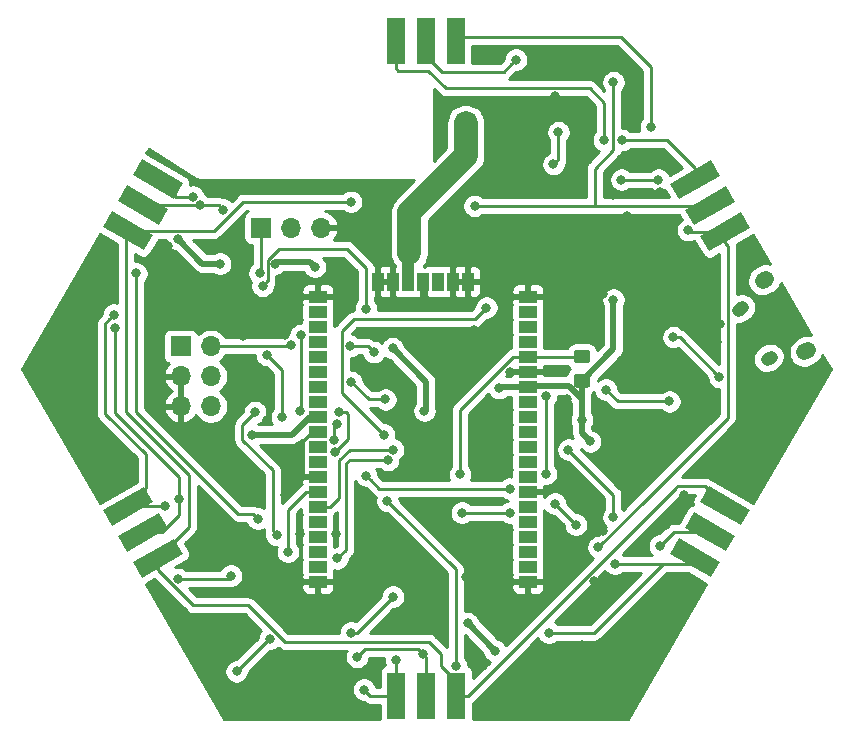
<source format=gbl>
G04 #@! TF.GenerationSoftware,KiCad,Pcbnew,(5.1.5)-3*
G04 #@! TF.CreationDate,2020-02-12T15:38:08+01:00*
G04 #@! TF.ProjectId,MotherBoard,4d6f7468-6572-4426-9f61-72642e6b6963,rev?*
G04 #@! TF.SameCoordinates,Original*
G04 #@! TF.FileFunction,Copper,L2,Bot*
G04 #@! TF.FilePolarity,Positive*
%FSLAX46Y46*%
G04 Gerber Fmt 4.6, Leading zero omitted, Abs format (unit mm)*
G04 Created by KiCad (PCBNEW (5.1.5)-3) date 2020-02-12 15:38:08*
%MOMM*%
%LPD*%
G04 APERTURE LIST*
%ADD10R,1.524000X1.524000*%
%ADD11C,1.350000*%
%ADD12C,1.100000*%
%ADD13R,1.524000X1.016000*%
%ADD14R,1.016000X1.524000*%
%ADD15C,0.100000*%
%ADD16O,1.700000X1.700000*%
%ADD17R,1.700000X1.700000*%
%ADD18R,1.524000X4.000000*%
%ADD19C,0.800000*%
%ADD20C,0.250000*%
%ADD21C,0.500000*%
%ADD22C,2.000000*%
%ADD23C,1.000000*%
%ADD24C,0.254000*%
G04 APERTURE END LIST*
D10*
X160845500Y-70167500D03*
D11*
X186297378Y-83303823D02*
X185994270Y-83478823D01*
D12*
X186680953Y-89918193D02*
X186334543Y-90118193D01*
X184260953Y-85726630D02*
X183914543Y-85926630D01*
D11*
X189797378Y-89366000D02*
X189494270Y-89541000D01*
D13*
X166116000Y-108966000D03*
X166116000Y-107696000D03*
X166116000Y-106426000D03*
X166116000Y-105156000D03*
X166116000Y-103886000D03*
X166116000Y-102616000D03*
X166116000Y-101346000D03*
X166116000Y-100076000D03*
X166116000Y-98806000D03*
X166116000Y-97536000D03*
X166116000Y-96266000D03*
X166116000Y-94996000D03*
X166116000Y-93726000D03*
X166116000Y-92456000D03*
X166116000Y-91186000D03*
X166116000Y-89916000D03*
X166116000Y-88646000D03*
X166116000Y-87376000D03*
X166116000Y-86106000D03*
X166116000Y-84836000D03*
X148336000Y-84836000D03*
D14*
X161036000Y-83566000D03*
X159766000Y-83566000D03*
X158496000Y-83566000D03*
X157226000Y-83566000D03*
X155956000Y-83566000D03*
X154686000Y-83566000D03*
X153416000Y-83566000D03*
D13*
X148336000Y-86106000D03*
X148336000Y-87376000D03*
X148336000Y-88646000D03*
X148336000Y-89916000D03*
X148336000Y-91186000D03*
X148336000Y-92456000D03*
X148336000Y-93726000D03*
X148336000Y-94996000D03*
X148336000Y-96266000D03*
X148336000Y-97536000D03*
X148336000Y-98806000D03*
X148336000Y-100076000D03*
X148336000Y-101346000D03*
X148336000Y-102616000D03*
X148336000Y-103886000D03*
X148336000Y-105156000D03*
X148336000Y-106426000D03*
X148336000Y-107696000D03*
X148336000Y-108966000D03*
G04 #@! TA.AperFunction,SMDPad,CuDef*
D15*
G36*
X171162505Y-91374204D02*
G01*
X171186773Y-91377804D01*
X171210572Y-91383765D01*
X171233671Y-91392030D01*
X171255850Y-91402520D01*
X171276893Y-91415132D01*
X171296599Y-91429747D01*
X171314777Y-91446223D01*
X171331253Y-91464401D01*
X171345868Y-91484107D01*
X171358480Y-91505150D01*
X171368970Y-91527329D01*
X171377235Y-91550428D01*
X171383196Y-91574227D01*
X171386796Y-91598495D01*
X171388000Y-91622999D01*
X171388000Y-92273001D01*
X171386796Y-92297505D01*
X171383196Y-92321773D01*
X171377235Y-92345572D01*
X171368970Y-92368671D01*
X171358480Y-92390850D01*
X171345868Y-92411893D01*
X171331253Y-92431599D01*
X171314777Y-92449777D01*
X171296599Y-92466253D01*
X171276893Y-92480868D01*
X171255850Y-92493480D01*
X171233671Y-92503970D01*
X171210572Y-92512235D01*
X171186773Y-92518196D01*
X171162505Y-92521796D01*
X171138001Y-92523000D01*
X170237999Y-92523000D01*
X170213495Y-92521796D01*
X170189227Y-92518196D01*
X170165428Y-92512235D01*
X170142329Y-92503970D01*
X170120150Y-92493480D01*
X170099107Y-92480868D01*
X170079401Y-92466253D01*
X170061223Y-92449777D01*
X170044747Y-92431599D01*
X170030132Y-92411893D01*
X170017520Y-92390850D01*
X170007030Y-92368671D01*
X169998765Y-92345572D01*
X169992804Y-92321773D01*
X169989204Y-92297505D01*
X169988000Y-92273001D01*
X169988000Y-91622999D01*
X169989204Y-91598495D01*
X169992804Y-91574227D01*
X169998765Y-91550428D01*
X170007030Y-91527329D01*
X170017520Y-91505150D01*
X170030132Y-91484107D01*
X170044747Y-91464401D01*
X170061223Y-91446223D01*
X170079401Y-91429747D01*
X170099107Y-91415132D01*
X170120150Y-91402520D01*
X170142329Y-91392030D01*
X170165428Y-91383765D01*
X170189227Y-91377804D01*
X170213495Y-91374204D01*
X170237999Y-91373000D01*
X171138001Y-91373000D01*
X171162505Y-91374204D01*
G37*
G04 #@! TD.AperFunction*
G04 #@! TA.AperFunction,SMDPad,CuDef*
G36*
X171162505Y-89324204D02*
G01*
X171186773Y-89327804D01*
X171210572Y-89333765D01*
X171233671Y-89342030D01*
X171255850Y-89352520D01*
X171276893Y-89365132D01*
X171296599Y-89379747D01*
X171314777Y-89396223D01*
X171331253Y-89414401D01*
X171345868Y-89434107D01*
X171358480Y-89455150D01*
X171368970Y-89477329D01*
X171377235Y-89500428D01*
X171383196Y-89524227D01*
X171386796Y-89548495D01*
X171388000Y-89572999D01*
X171388000Y-90223001D01*
X171386796Y-90247505D01*
X171383196Y-90271773D01*
X171377235Y-90295572D01*
X171368970Y-90318671D01*
X171358480Y-90340850D01*
X171345868Y-90361893D01*
X171331253Y-90381599D01*
X171314777Y-90399777D01*
X171296599Y-90416253D01*
X171276893Y-90430868D01*
X171255850Y-90443480D01*
X171233671Y-90453970D01*
X171210572Y-90462235D01*
X171186773Y-90468196D01*
X171162505Y-90471796D01*
X171138001Y-90473000D01*
X170237999Y-90473000D01*
X170213495Y-90471796D01*
X170189227Y-90468196D01*
X170165428Y-90462235D01*
X170142329Y-90453970D01*
X170120150Y-90443480D01*
X170099107Y-90430868D01*
X170079401Y-90416253D01*
X170061223Y-90399777D01*
X170044747Y-90381599D01*
X170030132Y-90361893D01*
X170017520Y-90340850D01*
X170007030Y-90318671D01*
X169998765Y-90295572D01*
X169992804Y-90271773D01*
X169989204Y-90247505D01*
X169988000Y-90223001D01*
X169988000Y-89572999D01*
X169989204Y-89548495D01*
X169992804Y-89524227D01*
X169998765Y-89500428D01*
X170007030Y-89477329D01*
X170017520Y-89455150D01*
X170030132Y-89434107D01*
X170044747Y-89414401D01*
X170061223Y-89396223D01*
X170079401Y-89379747D01*
X170099107Y-89365132D01*
X170120150Y-89352520D01*
X170142329Y-89342030D01*
X170165428Y-89333765D01*
X170189227Y-89327804D01*
X170213495Y-89324204D01*
X170237999Y-89323000D01*
X171138001Y-89323000D01*
X171162505Y-89324204D01*
G37*
G04 #@! TD.AperFunction*
D16*
X139255500Y-94107000D03*
X136715500Y-94107000D03*
X139255500Y-91567000D03*
X136715500Y-91567000D03*
X139255500Y-89027000D03*
D17*
X136715500Y-89027000D03*
G04 #@! TA.AperFunction,SMDPad,CuDef*
D15*
G36*
X133570751Y-100915385D02*
G01*
X134332751Y-102235207D01*
X130868649Y-104235207D01*
X130106649Y-102915385D01*
X133570751Y-100915385D01*
G37*
G04 #@! TD.AperFunction*
G04 #@! TA.AperFunction,SMDPad,CuDef*
G36*
X134840751Y-103115089D02*
G01*
X135602751Y-104434911D01*
X132138649Y-106434911D01*
X131376649Y-105115089D01*
X134840751Y-103115089D01*
G37*
G04 #@! TD.AperFunction*
G04 #@! TA.AperFunction,SMDPad,CuDef*
G36*
X136110751Y-105314794D02*
G01*
X136872751Y-106634616D01*
X133408649Y-108634616D01*
X132646649Y-107314794D01*
X136110751Y-105314794D01*
G37*
G04 #@! TD.AperFunction*
G04 #@! TA.AperFunction,SMDPad,CuDef*
G36*
X134345451Y-79603394D02*
G01*
X133583451Y-80923216D01*
X130119349Y-78923216D01*
X130881349Y-77603394D01*
X134345451Y-79603394D01*
G37*
G04 #@! TD.AperFunction*
G04 #@! TA.AperFunction,SMDPad,CuDef*
G36*
X135615451Y-77403689D02*
G01*
X134853451Y-78723511D01*
X131389349Y-76723511D01*
X132151349Y-75403689D01*
X135615451Y-77403689D01*
G37*
G04 #@! TD.AperFunction*
G04 #@! TA.AperFunction,SMDPad,CuDef*
G36*
X136885451Y-75203985D02*
G01*
X136123451Y-76523807D01*
X132659349Y-74523807D01*
X133421349Y-73203985D01*
X136885451Y-75203985D01*
G37*
G04 #@! TD.AperFunction*
D18*
X154927300Y-63220600D03*
X157467300Y-63220600D03*
X160007300Y-63220600D03*
G04 #@! TA.AperFunction,SMDPad,CuDef*
D15*
G36*
X181452749Y-81002020D02*
G01*
X180690749Y-79682198D01*
X184154851Y-77682198D01*
X184916851Y-79002020D01*
X181452749Y-81002020D01*
G37*
G04 #@! TD.AperFunction*
G04 #@! TA.AperFunction,SMDPad,CuDef*
G36*
X180182749Y-78802316D02*
G01*
X179420749Y-77482494D01*
X182884851Y-75482494D01*
X183646851Y-76802316D01*
X180182749Y-78802316D01*
G37*
G04 #@! TD.AperFunction*
G04 #@! TA.AperFunction,SMDPad,CuDef*
G36*
X178912749Y-76602611D02*
G01*
X178150749Y-75282789D01*
X181614851Y-73282789D01*
X182376851Y-74602611D01*
X178912749Y-76602611D01*
G37*
G04 #@! TD.AperFunction*
G04 #@! TA.AperFunction,SMDPad,CuDef*
G36*
X180665349Y-102197106D02*
G01*
X181427349Y-100877284D01*
X184891451Y-102877284D01*
X184129451Y-104197106D01*
X180665349Y-102197106D01*
G37*
G04 #@! TD.AperFunction*
G04 #@! TA.AperFunction,SMDPad,CuDef*
G36*
X179395349Y-104396811D02*
G01*
X180157349Y-103076989D01*
X183621451Y-105076989D01*
X182859451Y-106396811D01*
X179395349Y-104396811D01*
G37*
G04 #@! TD.AperFunction*
G04 #@! TA.AperFunction,SMDPad,CuDef*
G36*
X178125349Y-106596515D02*
G01*
X178887349Y-105276693D01*
X182351451Y-107276693D01*
X181589451Y-108596515D01*
X178125349Y-106596515D01*
G37*
G04 #@! TD.AperFunction*
D18*
X154965400Y-118618000D03*
X157505400Y-118618000D03*
X160045400Y-118618000D03*
D17*
X143510000Y-78994000D03*
D16*
X146050000Y-78994000D03*
X148590000Y-78994000D03*
D19*
X157480000Y-85090000D03*
X177165000Y-85725000D03*
X155448000Y-94183200D03*
X162735260Y-93587000D03*
X172212000Y-117348000D03*
X171196000Y-101600000D03*
X186436000Y-94996000D03*
X171196000Y-83312000D03*
X169989500Y-107162600D03*
X173012100Y-110274100D03*
X140081000Y-97028000D03*
X136715500Y-112268000D03*
X137668000Y-106045000D03*
X135636000Y-80581500D03*
X145566452Y-88065849D03*
X131826000Y-97790000D03*
X131826000Y-97790000D03*
X128524000Y-96774000D03*
X141986000Y-88138000D03*
X131538980Y-100050600D03*
X140487400Y-105097580D03*
X152336500Y-102750620D03*
X153591260Y-107416600D03*
X160868360Y-108562140D03*
X171684005Y-108946005D03*
X170688000Y-114299998D03*
X182372000Y-87122000D03*
X180891180Y-85133180D03*
X181828440Y-83560920D03*
X179156360Y-85587840D03*
X180324760Y-87048340D03*
X182118000Y-88646000D03*
X169418000Y-80264000D03*
X164592000Y-91186000D03*
X181891040Y-92936960D03*
X174498000Y-77978000D03*
X149860000Y-104902000D03*
X146812000Y-104902000D03*
X176276000Y-114046000D03*
X167386000Y-118364000D03*
X172466000Y-104648000D03*
X179324000Y-101600000D03*
X162306000Y-116078000D03*
X134112000Y-86360000D03*
X134112000Y-87884000D03*
X134112000Y-89408000D03*
X134112000Y-91440000D03*
X134112000Y-93472000D03*
X134874000Y-85090000D03*
X136652000Y-83566000D03*
X126746000Y-90932000D03*
X127254000Y-88900000D03*
X128016000Y-85598000D03*
X129540000Y-83058000D03*
X128270000Y-93726000D03*
X177292000Y-75946000D03*
X143256000Y-101600000D03*
X145542000Y-101600000D03*
X164338000Y-86868000D03*
X169418000Y-93472000D03*
X179070000Y-82296000D03*
X176022000Y-105410000D03*
X177800000Y-104140000D03*
X144018000Y-95250000D03*
X158496000Y-97028000D03*
X161544000Y-80772000D03*
X161544000Y-87630000D03*
X159512000Y-89408000D03*
X158496000Y-95758000D03*
X155448000Y-106680000D03*
X164592000Y-111506000D03*
X163322000Y-108204000D03*
X169926000Y-117348000D03*
X171958000Y-118872000D03*
X163576000Y-119126000D03*
X151130000Y-119634000D03*
X140462000Y-119126000D03*
X138430000Y-115316000D03*
X169418000Y-84074000D03*
X172466000Y-84582000D03*
X184404000Y-81788000D03*
X176276000Y-97790000D03*
X178816000Y-97790000D03*
X175260000Y-100330000D03*
X156845000Y-89535000D03*
X147030440Y-112242600D03*
X142862300Y-105552240D03*
X145653760Y-119133620D03*
X170815000Y-69850000D03*
X170815000Y-73025000D03*
X170180000Y-75565000D03*
X173355000Y-76200000D03*
X168391310Y-67868700D03*
X166363959Y-66010916D03*
X167513000Y-69405500D03*
X163682680Y-92575380D03*
X142748000Y-96519986D03*
X163322000Y-114808000D03*
X161002647Y-112462979D03*
X148082000Y-82296000D03*
X170688000Y-95250018D03*
X171386500Y-97091500D03*
X144739990Y-82042000D03*
X154650645Y-89189355D03*
X157353000Y-94488000D03*
X173355000Y-85090000D03*
X136492202Y-79977202D03*
X140044978Y-82042000D03*
X182316120Y-91627960D03*
X178435000Y-88265008D03*
X169545000Y-97790000D03*
X131165600Y-87490300D03*
X136588500Y-101981000D03*
X157226000Y-115062064D03*
X177292000Y-105918000D03*
X151651159Y-115329159D03*
X173355000Y-103505000D03*
X138368214Y-77079972D03*
X173355000Y-66675000D03*
X161607493Y-77152499D03*
X165100000Y-64770000D03*
X140334991Y-77470009D03*
X170180000Y-104139968D03*
X135407400Y-102577900D03*
X152234900Y-118097300D03*
X167894000Y-113284000D03*
X154940004Y-115570000D03*
X168402000Y-102362000D03*
X173482000Y-107442000D03*
X131064000Y-86360000D03*
X172085016Y-106044984D03*
X137742633Y-76365010D03*
X176530000Y-70485000D03*
X179672109Y-79210000D03*
X160365440Y-99875338D03*
X144840738Y-105013538D03*
X143025916Y-94607001D03*
X143655999Y-83928005D03*
X152400000Y-85852000D03*
X136527507Y-108742480D03*
X140970000Y-108458000D03*
X132969000Y-82867500D03*
X143256000Y-103632000D03*
X153924000Y-96520000D03*
X168691510Y-70902200D03*
X162600009Y-85754312D03*
X168275000Y-73619990D03*
X164592000Y-101092000D03*
X167640000Y-93218000D03*
X167640000Y-99822078D03*
X152422860Y-99984560D03*
X174030010Y-74930000D03*
X177165000Y-74930000D03*
X160528000Y-103124000D03*
X164592000Y-103124000D03*
X160020000Y-116067972D03*
X154223720Y-102133400D03*
X174117000Y-71577200D03*
X172542200Y-71577200D03*
X151130000Y-76794990D03*
X153075000Y-89535000D03*
X146050014Y-88900000D03*
X151053695Y-89016305D03*
X151170000Y-92075000D03*
X154051000Y-93535492D03*
X149987000Y-106997500D03*
X154285355Y-98651397D03*
X145796000Y-106426000D03*
X154686000Y-97790000D03*
X144018000Y-89752000D03*
X145304007Y-95002153D03*
X143389989Y-82842000D03*
X146877851Y-88081026D03*
X146812000Y-94487994D03*
X149696474Y-96970179D03*
X149987006Y-95620168D03*
X150113988Y-94615000D03*
X149788980Y-97965892D03*
X172720000Y-92710000D03*
X178084480Y-93695520D03*
X141442440Y-116563140D03*
X154686000Y-110236000D03*
X151130000Y-113284000D03*
X144272000Y-113792000D03*
D20*
X157480000Y-83820000D02*
X157226000Y-83566000D01*
X157480000Y-85090000D02*
X157480000Y-83820000D01*
X131826000Y-97790000D02*
X130810000Y-96774000D01*
X130810000Y-96774000D02*
X128524000Y-96774000D01*
X148336000Y-96266000D02*
X147840998Y-96266000D01*
X147066000Y-99818000D02*
X147324000Y-100076000D01*
X147066000Y-97040998D02*
X147066000Y-99818000D01*
X173012100Y-110274100D02*
X171684005Y-108946005D01*
X172212000Y-117348000D02*
X170688000Y-115824000D01*
X170688000Y-114865683D02*
X170688000Y-114299998D01*
X170688000Y-115824000D02*
X170688000Y-114865683D01*
X166116000Y-91186000D02*
X164592000Y-91186000D01*
X159766000Y-83566000D02*
X161036000Y-83566000D01*
X147840998Y-96266000D02*
X147066000Y-97040998D01*
X147324000Y-100076000D02*
X148336000Y-100076000D01*
X170815000Y-69850000D02*
X170815000Y-72299999D01*
X170815000Y-72299999D02*
X170815000Y-73025000D01*
X177292000Y-75946000D02*
X173609000Y-75946000D01*
X173609000Y-75946000D02*
X173355000Y-76200000D01*
D21*
X166116000Y-92456000D02*
X163802060Y-92456000D01*
X163802060Y-92456000D02*
X163682680Y-92575380D01*
X146106182Y-96519986D02*
X143313685Y-96519986D01*
X143313685Y-96519986D02*
X142748000Y-96519986D01*
X163322000Y-114808000D02*
X161002647Y-112488647D01*
X161002647Y-112488647D02*
X161002647Y-112462979D01*
X170688000Y-96393000D02*
X170688000Y-95815703D01*
X170688000Y-95815703D02*
X170688000Y-95250018D01*
X171386500Y-97091500D02*
X170688000Y-96393000D01*
X166204001Y-92367999D02*
X166116000Y-92456000D01*
X170688000Y-93483998D02*
X170688000Y-93726000D01*
X169572001Y-92367999D02*
X170688000Y-93483998D01*
X169075999Y-92367999D02*
X169572001Y-92367999D01*
X169468001Y-92367999D02*
X169075999Y-92367999D01*
X170688000Y-91948000D02*
X170688000Y-93726000D01*
X170688000Y-93726000D02*
X170688000Y-95250018D01*
X147682001Y-81896001D02*
X144885989Y-81896001D01*
X148082000Y-82296000D02*
X147682001Y-81896001D01*
X144885989Y-81896001D02*
X144739990Y-82042000D01*
X154650645Y-89189355D02*
X157480000Y-92018710D01*
X157480000Y-94361000D02*
X157353000Y-94488000D01*
X157480000Y-92018710D02*
X157480000Y-94361000D01*
X148336000Y-94996000D02*
X147630168Y-94996000D01*
X147630168Y-94996000D02*
X146106182Y-96519986D01*
X169075999Y-92367999D02*
X166204001Y-92367999D01*
X173355000Y-89281000D02*
X170688000Y-91948000D01*
X173355000Y-85090000D02*
X173355000Y-89281000D01*
X138557000Y-82042000D02*
X140044978Y-82042000D01*
X136492202Y-79977202D02*
X138557000Y-82042000D01*
D20*
X178953168Y-88265008D02*
X178435000Y-88265008D01*
X182316120Y-91627960D02*
X178953168Y-88265008D01*
X136588500Y-100114100D02*
X136588500Y-101415315D01*
X131165600Y-94691200D02*
X136588500Y-100114100D01*
X136588500Y-101415315D02*
X136588500Y-101981000D01*
X131165600Y-87490300D02*
X131165600Y-94691200D01*
X157505400Y-115341464D02*
X157226000Y-115062064D01*
X157505400Y-118618000D02*
X157505400Y-115341464D01*
X135113699Y-104775000D02*
X133489700Y-104775000D01*
X136588500Y-103300199D02*
X135113699Y-104775000D01*
X136588500Y-101981000D02*
X136588500Y-103300199D01*
X177691999Y-105518001D02*
X177292000Y-105918000D01*
X178473100Y-104736900D02*
X177691999Y-105518001D01*
X181508400Y-104736900D02*
X178473100Y-104736900D01*
X152051158Y-114929160D02*
X151651159Y-115329159D01*
X157226000Y-115062064D02*
X156826001Y-114662065D01*
X156826001Y-114662065D02*
X152318253Y-114662065D01*
X152318253Y-114662065D02*
X152051158Y-114929160D01*
X169545000Y-97790000D02*
X173355000Y-101600000D01*
X173355000Y-101600000D02*
X173355000Y-102939315D01*
X173355000Y-102939315D02*
X173355000Y-103505000D01*
X138351842Y-77063600D02*
X138368214Y-77079972D01*
X133502400Y-77063600D02*
X138351842Y-77063600D01*
X181533800Y-77142405D02*
X171757405Y-77142405D01*
X171757405Y-77142405D02*
X171747311Y-77152499D01*
X162173178Y-77152499D02*
X161607493Y-77152499D01*
X171747311Y-77152499D02*
X162173178Y-77152499D01*
X157467300Y-64458600D02*
X158813699Y-65804999D01*
X157467300Y-63220600D02*
X157467300Y-64458600D01*
X158813699Y-65804999D02*
X164065001Y-65804999D01*
X164065001Y-65804999D02*
X164700001Y-65169999D01*
X164700001Y-65169999D02*
X165100000Y-64770000D01*
X138368214Y-77079972D02*
X139944954Y-77079972D01*
X139944954Y-77079972D02*
X140334991Y-77470009D01*
X173355000Y-67240685D02*
X173355000Y-66675000D01*
X173355000Y-72390000D02*
X173355000Y-67240685D01*
X171757405Y-77142405D02*
X171757405Y-73987595D01*
X171757405Y-73987595D02*
X173355000Y-72390000D01*
X132219700Y-102575296D02*
X135404796Y-102575296D01*
X135404796Y-102575296D02*
X135407400Y-102577900D01*
X152755600Y-118618000D02*
X154965400Y-118618000D01*
X152234900Y-118097300D02*
X152755600Y-118618000D01*
X171704000Y-113284000D02*
X168459685Y-113284000D01*
X168459685Y-113284000D02*
X167894000Y-113284000D01*
X154965400Y-115595396D02*
X154940004Y-115570000D01*
X154965400Y-118618000D02*
X154965400Y-115595396D01*
X168402032Y-102362000D02*
X168402000Y-102362000D01*
X170180000Y-104139968D02*
X168402032Y-102362000D01*
X179733004Y-107442000D02*
X180238400Y-106936604D01*
X177546000Y-107442000D02*
X177292000Y-107696000D01*
X177292000Y-107696000D02*
X171704000Y-113284000D01*
X177422864Y-107565136D02*
X177292000Y-107696000D01*
X177546000Y-107442000D02*
X179733004Y-107442000D01*
X173482000Y-107442000D02*
X177546000Y-107442000D01*
X130314700Y-94754700D02*
X130314700Y-87109300D01*
X130664001Y-86759999D02*
X131064000Y-86360000D01*
X133754511Y-98194511D02*
X130314700Y-94754700D01*
X133754511Y-101040485D02*
X133754511Y-98194511D01*
X130314700Y-87109300D02*
X130664001Y-86759999D01*
X132219700Y-102575296D02*
X133754511Y-101040485D01*
X183047001Y-95082999D02*
X176239992Y-101890008D01*
X183047001Y-80565191D02*
X183047001Y-95082999D01*
X182803800Y-80321990D02*
X183047001Y-80565191D01*
X182803800Y-79342109D02*
X182803800Y-80321990D01*
X176239992Y-101890008D02*
X172085016Y-106044984D01*
X134772400Y-74863896D02*
X136307211Y-76398707D01*
X136307211Y-76398707D02*
X137708936Y-76398707D01*
X137708936Y-76398707D02*
X137742633Y-76365010D01*
X160362900Y-62865000D02*
X160007300Y-63220600D01*
X173990000Y-62865000D02*
X160362900Y-62865000D01*
X176530000Y-70485000D02*
X176530000Y-65405000D01*
X176530000Y-65405000D02*
X173990000Y-62865000D01*
X179804218Y-79342109D02*
X179672109Y-79210000D01*
X182803800Y-79342109D02*
X179804218Y-79342109D01*
X170670000Y-89916000D02*
X170688000Y-89898000D01*
X160365440Y-94413556D02*
X160365440Y-99309653D01*
X160365440Y-99309653D02*
X160365440Y-99875338D01*
X164862996Y-89916000D02*
X160365440Y-94413556D01*
X166116000Y-89916000D02*
X164862996Y-89916000D01*
X166116000Y-89916000D02*
X170670000Y-89916000D01*
X141945360Y-95687557D02*
X143025916Y-94607001D01*
X141945360Y-96967040D02*
X141945360Y-95687557D01*
X144526000Y-99547680D02*
X141945360Y-96967040D01*
X144840738Y-105013538D02*
X144526000Y-104698800D01*
X144526000Y-104698800D02*
X144526000Y-99547680D01*
X152400000Y-82368398D02*
X150803602Y-80772000D01*
X144064989Y-83519015D02*
X144055998Y-83528006D01*
X145010988Y-80772000D02*
X144064989Y-81717999D01*
X152400000Y-85852000D02*
X152400000Y-82368398D01*
X144055998Y-83528006D02*
X143655999Y-83928005D01*
X144064989Y-81717999D02*
X144064989Y-83519015D01*
X150803602Y-80772000D02*
X145010988Y-80772000D01*
X136527507Y-108742480D02*
X140685520Y-108742480D01*
X140685520Y-108742480D02*
X140970000Y-108458000D01*
X142856001Y-103232001D02*
X143256000Y-103632000D01*
X141586001Y-103232001D02*
X142856001Y-103232001D01*
X132969000Y-82867500D02*
X132969000Y-94615000D01*
X132969000Y-94615000D02*
X141586001Y-103232001D01*
X153924000Y-96520000D02*
X150368000Y-92964000D01*
X150368000Y-92964000D02*
X150368000Y-87757000D01*
X162200010Y-86154311D02*
X162600009Y-85754312D01*
X150368000Y-87757000D02*
X151365001Y-86759999D01*
X161594322Y-86759999D02*
X162200010Y-86154311D01*
X151365001Y-86759999D02*
X161594322Y-86759999D01*
X168691510Y-70902200D02*
X168691510Y-73203480D01*
X168674999Y-73219991D02*
X168275000Y-73619990D01*
X168691510Y-73203480D02*
X168674999Y-73219991D01*
X167640000Y-93218000D02*
X167640000Y-99822078D01*
X164592000Y-101092000D02*
X153530300Y-101092000D01*
X153530300Y-101092000D02*
X152822859Y-100384559D01*
X152822859Y-100384559D02*
X152422860Y-99984560D01*
X174030010Y-74930000D02*
X177165000Y-74930000D01*
X160528000Y-103124000D02*
X164592000Y-103124000D01*
X160020000Y-116067972D02*
X160020000Y-107929680D01*
X160020000Y-107929680D02*
X154623719Y-102533399D01*
X154623719Y-102533399D02*
X154223720Y-102133400D01*
X174682685Y-71577200D02*
X174117000Y-71577200D01*
X177878181Y-71577200D02*
X174682685Y-71577200D01*
X180263800Y-74942700D02*
X180263800Y-73962819D01*
X180263800Y-73962819D02*
X177878181Y-71577200D01*
X154927300Y-63220600D02*
X154249904Y-63220600D01*
X136294511Y-105439894D02*
X134759700Y-106974705D01*
X137414000Y-104320405D02*
X136294511Y-105439894D01*
X137414000Y-99949000D02*
X137414000Y-104320405D01*
X132080000Y-94615000D02*
X137414000Y-99949000D01*
X132232400Y-79263305D02*
X132080000Y-79415705D01*
X132080000Y-79415705D02*
X132080000Y-94615000D01*
X181079205Y-100838000D02*
X182778400Y-102537195D01*
X178816000Y-100838000D02*
X181079205Y-100838000D01*
X178673016Y-100980984D02*
X178816000Y-100838000D01*
X178673016Y-101002384D02*
X178673016Y-100980984D01*
X160045400Y-118618000D02*
X161057400Y-118618000D01*
X161057400Y-118618000D02*
X178673016Y-101002384D01*
X142453506Y-110974502D02*
X137779616Y-110974502D01*
X145525004Y-114046000D02*
X142453506Y-110974502D01*
X160045400Y-117380000D02*
X158750000Y-116084600D01*
X157723400Y-114046000D02*
X145525004Y-114046000D01*
X158750000Y-115072600D02*
X157723400Y-114046000D01*
X134759700Y-107954586D02*
X134759700Y-106974705D01*
X137779616Y-110974502D02*
X134759700Y-107954586D01*
X158750000Y-116084600D02*
X158750000Y-115072600D01*
X160045400Y-118618000D02*
X160045400Y-117380000D01*
X142009014Y-76794990D02*
X150564315Y-76794990D01*
X132232400Y-79263305D02*
X139540699Y-79263305D01*
X139540699Y-79263305D02*
X142009014Y-76794990D01*
X150564315Y-76794990D02*
X151130000Y-76794990D01*
X172542200Y-71011515D02*
X172542200Y-71577200D01*
X172542200Y-68402200D02*
X172542200Y-71011515D01*
X154927300Y-63220600D02*
X154927300Y-65470600D01*
X171333699Y-67193699D02*
X172542200Y-68402200D01*
X155146690Y-65689990D02*
X157694984Y-65689990D01*
X159198693Y-67193699D02*
X171333699Y-67193699D01*
X154927300Y-65470600D02*
X155146690Y-65689990D01*
X157694984Y-65689990D02*
X159198693Y-67193699D01*
D22*
X160845500Y-72929500D02*
X156083000Y-77692000D01*
X160845500Y-70167500D02*
X160845500Y-72929500D01*
X156083000Y-77692000D02*
X156083000Y-81153000D01*
D23*
X155956000Y-81280000D02*
X156083000Y-81153000D01*
X155956000Y-83566000D02*
X155956000Y-81280000D01*
D20*
X145923014Y-89027000D02*
X146050014Y-88900000D01*
X139255500Y-89027000D02*
X145923014Y-89027000D01*
X152556305Y-89016305D02*
X151619380Y-89016305D01*
X151619380Y-89016305D02*
X151053695Y-89016305D01*
X153075000Y-89535000D02*
X152556305Y-89016305D01*
X153485315Y-93535492D02*
X154051000Y-93535492D01*
X151170000Y-92075000D02*
X152630492Y-93535492D01*
X152630492Y-93535492D02*
X153485315Y-93535492D01*
X151025523Y-98651397D02*
X153719670Y-98651397D01*
X150721060Y-106263440D02*
X150721060Y-98955860D01*
X153719670Y-98651397D02*
X154285355Y-98651397D01*
X149987000Y-106997500D02*
X150721060Y-106263440D01*
X150721060Y-98955860D02*
X151025523Y-98651397D01*
X147324000Y-101346000D02*
X145796000Y-102874000D01*
X145796000Y-102874000D02*
X145796000Y-105860315D01*
X145796000Y-105860315D02*
X145796000Y-106426000D01*
X148336000Y-101346000D02*
X147324000Y-101346000D01*
X151011463Y-97790000D02*
X154120315Y-97790000D01*
X154120315Y-97790000D02*
X154686000Y-97790000D01*
X149348000Y-102616000D02*
X150114000Y-101850000D01*
X150114000Y-101850000D02*
X150114000Y-98687463D01*
X150114000Y-98687463D02*
X151011463Y-97790000D01*
X148336000Y-102616000D02*
X149348000Y-102616000D01*
X144018000Y-89752000D02*
X145304007Y-91038007D01*
X145304007Y-91038007D02*
X145304007Y-94436468D01*
X145304007Y-94436468D02*
X145304007Y-95002153D01*
X143510000Y-82721989D02*
X143389989Y-82842000D01*
X143510000Y-78994000D02*
X143510000Y-82721989D01*
X146877851Y-94422143D02*
X146812000Y-94487994D01*
X146877851Y-88081026D02*
X146877851Y-94422143D01*
X149696474Y-95910700D02*
X149987006Y-95620168D01*
X149696474Y-96970179D02*
X149696474Y-95910700D01*
X150839002Y-96915870D02*
X150839002Y-94774329D01*
X150679673Y-94615000D02*
X150113988Y-94615000D01*
X149788980Y-97965892D02*
X150839002Y-96915870D01*
X150839002Y-94774329D02*
X150679673Y-94615000D01*
X173705520Y-93695520D02*
X178084480Y-93695520D01*
X172720000Y-92710000D02*
X173705520Y-93695520D01*
X151638000Y-113284000D02*
X151130000Y-113284000D01*
X154686000Y-110236000D02*
X151638000Y-113284000D01*
X141442440Y-116563140D02*
X144213580Y-113792000D01*
X144213580Y-113792000D02*
X144272000Y-113792000D01*
D24*
G36*
X181233081Y-109127547D02*
G01*
X174618949Y-120583560D01*
X161445472Y-120583560D01*
X161445472Y-119272326D01*
X161481676Y-119252974D01*
X161597401Y-119158001D01*
X161621204Y-119128997D01*
X166976546Y-113773655D01*
X166976795Y-113774256D01*
X167090063Y-113943774D01*
X167234226Y-114087937D01*
X167403744Y-114201205D01*
X167592102Y-114279226D01*
X167792061Y-114319000D01*
X167995939Y-114319000D01*
X168195898Y-114279226D01*
X168384256Y-114201205D01*
X168553774Y-114087937D01*
X168597711Y-114044000D01*
X171666678Y-114044000D01*
X171704000Y-114047676D01*
X171741322Y-114044000D01*
X171741333Y-114044000D01*
X171852986Y-114033003D01*
X171996247Y-113989546D01*
X172128276Y-113918974D01*
X172244001Y-113824001D01*
X172267804Y-113794997D01*
X177855799Y-108207004D01*
X177855808Y-108206993D01*
X177860801Y-108202000D01*
X179629986Y-108202000D01*
X181233081Y-109127547D01*
G37*
X181233081Y-109127547D02*
X174618949Y-120583560D01*
X161445472Y-120583560D01*
X161445472Y-119272326D01*
X161481676Y-119252974D01*
X161597401Y-119158001D01*
X161621204Y-119128997D01*
X166976546Y-113773655D01*
X166976795Y-113774256D01*
X167090063Y-113943774D01*
X167234226Y-114087937D01*
X167403744Y-114201205D01*
X167592102Y-114279226D01*
X167792061Y-114319000D01*
X167995939Y-114319000D01*
X168195898Y-114279226D01*
X168384256Y-114201205D01*
X168553774Y-114087937D01*
X168597711Y-114044000D01*
X171666678Y-114044000D01*
X171704000Y-114047676D01*
X171741322Y-114044000D01*
X171741333Y-114044000D01*
X171852986Y-114033003D01*
X171996247Y-113989546D01*
X172128276Y-113918974D01*
X172244001Y-113824001D01*
X172267804Y-113794997D01*
X177855799Y-108207004D01*
X177855808Y-108206993D01*
X177860801Y-108202000D01*
X179629986Y-108202000D01*
X181233081Y-109127547D01*
G36*
X137215816Y-111485504D02*
G01*
X137239615Y-111514503D01*
X137355340Y-111609476D01*
X137487369Y-111680048D01*
X137630630Y-111723505D01*
X137742283Y-111734502D01*
X137742292Y-111734502D01*
X137779615Y-111738178D01*
X137816938Y-111734502D01*
X142138705Y-111734502D01*
X143502246Y-113098043D01*
X143468063Y-113132226D01*
X143354795Y-113301744D01*
X143276774Y-113490102D01*
X143237000Y-113690061D01*
X143237000Y-113693778D01*
X141402639Y-115528140D01*
X141340501Y-115528140D01*
X141140542Y-115567914D01*
X140952184Y-115645935D01*
X140782666Y-115759203D01*
X140638503Y-115903366D01*
X140525235Y-116072884D01*
X140447214Y-116261242D01*
X140407440Y-116461201D01*
X140407440Y-116665079D01*
X140447214Y-116865038D01*
X140525235Y-117053396D01*
X140638503Y-117222914D01*
X140782666Y-117367077D01*
X140952184Y-117480345D01*
X141140542Y-117558366D01*
X141340501Y-117598140D01*
X141544379Y-117598140D01*
X141744338Y-117558366D01*
X141932696Y-117480345D01*
X142102214Y-117367077D01*
X142246377Y-117222914D01*
X142359645Y-117053396D01*
X142437666Y-116865038D01*
X142477440Y-116665079D01*
X142477440Y-116602941D01*
X144253382Y-114827000D01*
X144373939Y-114827000D01*
X144573898Y-114787226D01*
X144762256Y-114709205D01*
X144931774Y-114595937D01*
X144965489Y-114562222D01*
X144985003Y-114586001D01*
X145014001Y-114609799D01*
X145100727Y-114680974D01*
X145232757Y-114751546D01*
X145376018Y-114795003D01*
X145487671Y-114806000D01*
X145487680Y-114806000D01*
X145525003Y-114809676D01*
X145562326Y-114806000D01*
X150755939Y-114806000D01*
X150733954Y-114838903D01*
X150655933Y-115027261D01*
X150616159Y-115227220D01*
X150616159Y-115431098D01*
X150655933Y-115631057D01*
X150733954Y-115819415D01*
X150847222Y-115988933D01*
X150991385Y-116133096D01*
X151160903Y-116246364D01*
X151349261Y-116324385D01*
X151549220Y-116364159D01*
X151753098Y-116364159D01*
X151953057Y-116324385D01*
X152141415Y-116246364D01*
X152310933Y-116133096D01*
X152455096Y-115988933D01*
X152568364Y-115819415D01*
X152646385Y-115631057D01*
X152686159Y-115431098D01*
X152686159Y-115422065D01*
X153914153Y-115422065D01*
X153905004Y-115468061D01*
X153905004Y-115671939D01*
X153944778Y-115871898D01*
X154004016Y-116014909D01*
X153959220Y-116028498D01*
X153848906Y-116087463D01*
X153752215Y-116166815D01*
X153672863Y-116263506D01*
X153613898Y-116373820D01*
X153577588Y-116493518D01*
X153565328Y-116618000D01*
X153565328Y-117858000D01*
X153242577Y-117858000D01*
X153230126Y-117795402D01*
X153152105Y-117607044D01*
X153038837Y-117437526D01*
X152894674Y-117293363D01*
X152725156Y-117180095D01*
X152536798Y-117102074D01*
X152336839Y-117062300D01*
X152132961Y-117062300D01*
X151933002Y-117102074D01*
X151744644Y-117180095D01*
X151575126Y-117293363D01*
X151430963Y-117437526D01*
X151317695Y-117607044D01*
X151239674Y-117795402D01*
X151199900Y-117995361D01*
X151199900Y-118199239D01*
X151239674Y-118399198D01*
X151317695Y-118587556D01*
X151430963Y-118757074D01*
X151575126Y-118901237D01*
X151744644Y-119014505D01*
X151933002Y-119092526D01*
X152132961Y-119132300D01*
X152194507Y-119132300D01*
X152215599Y-119158001D01*
X152244597Y-119181799D01*
X152331323Y-119252974D01*
X152463353Y-119323546D01*
X152606614Y-119367003D01*
X152718267Y-119378000D01*
X152718277Y-119378000D01*
X152755599Y-119381676D01*
X152792922Y-119378000D01*
X153565328Y-119378000D01*
X153565328Y-120583560D01*
X140381051Y-120583560D01*
X133782942Y-109155300D01*
X134482008Y-108751695D01*
X137215816Y-111485504D01*
G37*
X137215816Y-111485504D02*
X137239615Y-111514503D01*
X137355340Y-111609476D01*
X137487369Y-111680048D01*
X137630630Y-111723505D01*
X137742283Y-111734502D01*
X137742292Y-111734502D01*
X137779615Y-111738178D01*
X137816938Y-111734502D01*
X142138705Y-111734502D01*
X143502246Y-113098043D01*
X143468063Y-113132226D01*
X143354795Y-113301744D01*
X143276774Y-113490102D01*
X143237000Y-113690061D01*
X143237000Y-113693778D01*
X141402639Y-115528140D01*
X141340501Y-115528140D01*
X141140542Y-115567914D01*
X140952184Y-115645935D01*
X140782666Y-115759203D01*
X140638503Y-115903366D01*
X140525235Y-116072884D01*
X140447214Y-116261242D01*
X140407440Y-116461201D01*
X140407440Y-116665079D01*
X140447214Y-116865038D01*
X140525235Y-117053396D01*
X140638503Y-117222914D01*
X140782666Y-117367077D01*
X140952184Y-117480345D01*
X141140542Y-117558366D01*
X141340501Y-117598140D01*
X141544379Y-117598140D01*
X141744338Y-117558366D01*
X141932696Y-117480345D01*
X142102214Y-117367077D01*
X142246377Y-117222914D01*
X142359645Y-117053396D01*
X142437666Y-116865038D01*
X142477440Y-116665079D01*
X142477440Y-116602941D01*
X144253382Y-114827000D01*
X144373939Y-114827000D01*
X144573898Y-114787226D01*
X144762256Y-114709205D01*
X144931774Y-114595937D01*
X144965489Y-114562222D01*
X144985003Y-114586001D01*
X145014001Y-114609799D01*
X145100727Y-114680974D01*
X145232757Y-114751546D01*
X145376018Y-114795003D01*
X145487671Y-114806000D01*
X145487680Y-114806000D01*
X145525003Y-114809676D01*
X145562326Y-114806000D01*
X150755939Y-114806000D01*
X150733954Y-114838903D01*
X150655933Y-115027261D01*
X150616159Y-115227220D01*
X150616159Y-115431098D01*
X150655933Y-115631057D01*
X150733954Y-115819415D01*
X150847222Y-115988933D01*
X150991385Y-116133096D01*
X151160903Y-116246364D01*
X151349261Y-116324385D01*
X151549220Y-116364159D01*
X151753098Y-116364159D01*
X151953057Y-116324385D01*
X152141415Y-116246364D01*
X152310933Y-116133096D01*
X152455096Y-115988933D01*
X152568364Y-115819415D01*
X152646385Y-115631057D01*
X152686159Y-115431098D01*
X152686159Y-115422065D01*
X153914153Y-115422065D01*
X153905004Y-115468061D01*
X153905004Y-115671939D01*
X153944778Y-115871898D01*
X154004016Y-116014909D01*
X153959220Y-116028498D01*
X153848906Y-116087463D01*
X153752215Y-116166815D01*
X153672863Y-116263506D01*
X153613898Y-116373820D01*
X153577588Y-116493518D01*
X153565328Y-116618000D01*
X153565328Y-117858000D01*
X153242577Y-117858000D01*
X153230126Y-117795402D01*
X153152105Y-117607044D01*
X153038837Y-117437526D01*
X152894674Y-117293363D01*
X152725156Y-117180095D01*
X152536798Y-117102074D01*
X152336839Y-117062300D01*
X152132961Y-117062300D01*
X151933002Y-117102074D01*
X151744644Y-117180095D01*
X151575126Y-117293363D01*
X151430963Y-117437526D01*
X151317695Y-117607044D01*
X151239674Y-117795402D01*
X151199900Y-117995361D01*
X151199900Y-118199239D01*
X151239674Y-118399198D01*
X151317695Y-118587556D01*
X151430963Y-118757074D01*
X151575126Y-118901237D01*
X151744644Y-119014505D01*
X151933002Y-119092526D01*
X152132961Y-119132300D01*
X152194507Y-119132300D01*
X152215599Y-119158001D01*
X152244597Y-119181799D01*
X152331323Y-119252974D01*
X152463353Y-119323546D01*
X152606614Y-119367003D01*
X152718267Y-119378000D01*
X152718277Y-119378000D01*
X152755599Y-119381676D01*
X152792922Y-119378000D01*
X153565328Y-119378000D01*
X153565328Y-120583560D01*
X140381051Y-120583560D01*
X133782942Y-109155300D01*
X134482008Y-108751695D01*
X137215816Y-111485504D01*
G36*
X162315465Y-115053044D02*
G01*
X162326774Y-115109898D01*
X162404795Y-115298256D01*
X162518063Y-115467774D01*
X162662226Y-115611937D01*
X162831744Y-115725205D01*
X162862609Y-115737990D01*
X161445472Y-117155127D01*
X161445472Y-116618000D01*
X161433212Y-116493518D01*
X161396902Y-116373820D01*
X161337937Y-116263506D01*
X161258585Y-116166815D01*
X161161894Y-116087463D01*
X161055000Y-116030326D01*
X161055000Y-115966033D01*
X161015226Y-115766074D01*
X160937205Y-115577716D01*
X160823937Y-115408198D01*
X160780000Y-115364261D01*
X160780000Y-113517578D01*
X162315465Y-115053044D01*
G37*
X162315465Y-115053044D02*
X162326774Y-115109898D01*
X162404795Y-115298256D01*
X162518063Y-115467774D01*
X162662226Y-115611937D01*
X162831744Y-115725205D01*
X162862609Y-115737990D01*
X161445472Y-117155127D01*
X161445472Y-116618000D01*
X161433212Y-116493518D01*
X161396902Y-116373820D01*
X161337937Y-116263506D01*
X161258585Y-116166815D01*
X161161894Y-116087463D01*
X161055000Y-116030326D01*
X161055000Y-115966033D01*
X161015226Y-115766074D01*
X160937205Y-115577716D01*
X160823937Y-115408198D01*
X160780000Y-115364261D01*
X160780000Y-113517578D01*
X162315465Y-115053044D01*
G36*
X151505655Y-100474816D02*
G01*
X151618923Y-100644334D01*
X151763086Y-100788497D01*
X151932604Y-100901765D01*
X152120962Y-100979786D01*
X152320921Y-101019560D01*
X152383059Y-101019560D01*
X152966501Y-101603002D01*
X152990299Y-101632001D01*
X153106024Y-101726974D01*
X153238053Y-101797546D01*
X153242056Y-101798760D01*
X153228494Y-101831502D01*
X153188720Y-102031461D01*
X153188720Y-102235339D01*
X153228494Y-102435298D01*
X153306515Y-102623656D01*
X153419783Y-102793174D01*
X153563946Y-102937337D01*
X153733464Y-103050605D01*
X153921822Y-103128626D01*
X154121781Y-103168400D01*
X154183919Y-103168400D01*
X159260001Y-108244483D01*
X159260000Y-114507798D01*
X158287204Y-113535002D01*
X158263401Y-113505999D01*
X158147676Y-113411026D01*
X158015647Y-113340454D01*
X157872386Y-113296997D01*
X157760733Y-113286000D01*
X157760722Y-113286000D01*
X157723400Y-113282324D01*
X157686078Y-113286000D01*
X152710801Y-113286000D01*
X154725802Y-111271000D01*
X154787939Y-111271000D01*
X154987898Y-111231226D01*
X155176256Y-111153205D01*
X155345774Y-111039937D01*
X155489937Y-110895774D01*
X155603205Y-110726256D01*
X155681226Y-110537898D01*
X155721000Y-110337939D01*
X155721000Y-110134061D01*
X155681226Y-109934102D01*
X155603205Y-109745744D01*
X155489937Y-109576226D01*
X155345774Y-109432063D01*
X155176256Y-109318795D01*
X154987898Y-109240774D01*
X154787939Y-109201000D01*
X154584061Y-109201000D01*
X154384102Y-109240774D01*
X154195744Y-109318795D01*
X154026226Y-109432063D01*
X153882063Y-109576226D01*
X153768795Y-109745744D01*
X153690774Y-109934102D01*
X153651000Y-110134061D01*
X153651000Y-110196198D01*
X151521366Y-112325833D01*
X151431898Y-112288774D01*
X151231939Y-112249000D01*
X151028061Y-112249000D01*
X150828102Y-112288774D01*
X150639744Y-112366795D01*
X150470226Y-112480063D01*
X150326063Y-112624226D01*
X150212795Y-112793744D01*
X150134774Y-112982102D01*
X150095000Y-113182061D01*
X150095000Y-113286000D01*
X145839806Y-113286000D01*
X143017310Y-110463505D01*
X142993507Y-110434501D01*
X142877782Y-110339528D01*
X142745753Y-110268956D01*
X142602492Y-110225499D01*
X142490839Y-110214502D01*
X142490828Y-110214502D01*
X142453506Y-110210826D01*
X142416184Y-110214502D01*
X138094418Y-110214502D01*
X137382396Y-109502480D01*
X140648198Y-109502480D01*
X140685520Y-109506156D01*
X140722842Y-109502480D01*
X140722853Y-109502480D01*
X140834506Y-109491483D01*
X140844775Y-109488368D01*
X140868061Y-109493000D01*
X141071939Y-109493000D01*
X141167459Y-109474000D01*
X146935928Y-109474000D01*
X146948188Y-109598482D01*
X146984498Y-109718180D01*
X147043463Y-109828494D01*
X147122815Y-109925185D01*
X147219506Y-110004537D01*
X147329820Y-110063502D01*
X147449518Y-110099812D01*
X147574000Y-110112072D01*
X148050250Y-110109000D01*
X148209000Y-109950250D01*
X148209000Y-109093000D01*
X148463000Y-109093000D01*
X148463000Y-109950250D01*
X148621750Y-110109000D01*
X149098000Y-110112072D01*
X149222482Y-110099812D01*
X149342180Y-110063502D01*
X149452494Y-110004537D01*
X149549185Y-109925185D01*
X149628537Y-109828494D01*
X149687502Y-109718180D01*
X149723812Y-109598482D01*
X149736072Y-109474000D01*
X149733000Y-109251750D01*
X149574250Y-109093000D01*
X148463000Y-109093000D01*
X148209000Y-109093000D01*
X147097750Y-109093000D01*
X146939000Y-109251750D01*
X146935928Y-109474000D01*
X141167459Y-109474000D01*
X141271898Y-109453226D01*
X141460256Y-109375205D01*
X141629774Y-109261937D01*
X141773937Y-109117774D01*
X141887205Y-108948256D01*
X141965226Y-108759898D01*
X142005000Y-108559939D01*
X142005000Y-108356061D01*
X141965226Y-108156102D01*
X141887205Y-107967744D01*
X141773937Y-107798226D01*
X141629774Y-107654063D01*
X141460256Y-107540795D01*
X141271898Y-107462774D01*
X141071939Y-107423000D01*
X140868061Y-107423000D01*
X140668102Y-107462774D01*
X140479744Y-107540795D01*
X140310226Y-107654063D01*
X140166063Y-107798226D01*
X140052795Y-107967744D01*
X140046691Y-107982480D01*
X137231218Y-107982480D01*
X137187281Y-107938543D01*
X137017763Y-107825275D01*
X136829405Y-107747254D01*
X136629446Y-107707480D01*
X136425568Y-107707480D01*
X136225609Y-107747254D01*
X136211952Y-107752911D01*
X137191787Y-107187203D01*
X137293461Y-107114344D01*
X137378968Y-107023050D01*
X137445020Y-106916828D01*
X137489081Y-106799761D01*
X137509457Y-106676348D01*
X137505364Y-106551331D01*
X137476961Y-106429514D01*
X137425337Y-106315580D01*
X137084307Y-105724899D01*
X137925003Y-104884204D01*
X137954001Y-104860406D01*
X138048974Y-104744681D01*
X138119546Y-104612652D01*
X138163003Y-104469391D01*
X138174000Y-104357738D01*
X138177677Y-104320405D01*
X138174000Y-104283072D01*
X138174000Y-100894802D01*
X141022201Y-103743003D01*
X141046000Y-103772002D01*
X141161725Y-103866975D01*
X141293754Y-103937547D01*
X141437015Y-103981004D01*
X141548668Y-103992001D01*
X141548676Y-103992001D01*
X141586001Y-103995677D01*
X141623326Y-103992001D01*
X142284841Y-103992001D01*
X142338795Y-104122256D01*
X142452063Y-104291774D01*
X142596226Y-104435937D01*
X142765744Y-104549205D01*
X142954102Y-104627226D01*
X143154061Y-104667000D01*
X143357939Y-104667000D01*
X143557898Y-104627226D01*
X143746256Y-104549205D01*
X143766000Y-104536012D01*
X143766000Y-104661477D01*
X143762324Y-104698800D01*
X143766000Y-104736122D01*
X143766000Y-104736132D01*
X143776997Y-104847785D01*
X143805738Y-104942533D01*
X143805738Y-105115477D01*
X143845512Y-105315436D01*
X143923533Y-105503794D01*
X144036801Y-105673312D01*
X144180964Y-105817475D01*
X144350482Y-105930743D01*
X144538840Y-106008764D01*
X144738799Y-106048538D01*
X144832074Y-106048538D01*
X144800774Y-106124102D01*
X144761000Y-106324061D01*
X144761000Y-106527939D01*
X144800774Y-106727898D01*
X144878795Y-106916256D01*
X144992063Y-107085774D01*
X145136226Y-107229937D01*
X145305744Y-107343205D01*
X145494102Y-107421226D01*
X145694061Y-107461000D01*
X145897939Y-107461000D01*
X146097898Y-107421226D01*
X146286256Y-107343205D01*
X146455774Y-107229937D01*
X146599937Y-107085774D01*
X146713205Y-106916256D01*
X146791226Y-106727898D01*
X146831000Y-106527939D01*
X146831000Y-106324061D01*
X146791226Y-106124102D01*
X146713205Y-105935744D01*
X146599937Y-105766226D01*
X146556000Y-105722289D01*
X146556000Y-103188801D01*
X146935928Y-102808873D01*
X146935928Y-103124000D01*
X146948188Y-103248482D01*
X146948952Y-103251000D01*
X146948188Y-103253518D01*
X146935928Y-103378000D01*
X146935928Y-104394000D01*
X146948188Y-104518482D01*
X146948952Y-104521000D01*
X146948188Y-104523518D01*
X146935928Y-104648000D01*
X146935928Y-105664000D01*
X146948188Y-105788482D01*
X146948952Y-105791000D01*
X146948188Y-105793518D01*
X146935928Y-105918000D01*
X146935928Y-106934000D01*
X146948188Y-107058482D01*
X146948952Y-107061000D01*
X146948188Y-107063518D01*
X146935928Y-107188000D01*
X146935928Y-108204000D01*
X146948188Y-108328482D01*
X146948952Y-108331000D01*
X146948188Y-108333518D01*
X146935928Y-108458000D01*
X146939000Y-108680250D01*
X147097750Y-108839000D01*
X147542808Y-108839000D01*
X147574000Y-108842072D01*
X149098000Y-108842072D01*
X149129192Y-108839000D01*
X149574250Y-108839000D01*
X149733000Y-108680250D01*
X149736072Y-108458000D01*
X149723812Y-108333518D01*
X149723048Y-108331000D01*
X149723812Y-108328482D01*
X149736072Y-108204000D01*
X149736072Y-108002864D01*
X149885061Y-108032500D01*
X150088939Y-108032500D01*
X150288898Y-107992726D01*
X150477256Y-107914705D01*
X150646774Y-107801437D01*
X150790937Y-107657274D01*
X150904205Y-107487756D01*
X150982226Y-107299398D01*
X151022000Y-107099439D01*
X151022000Y-107037302D01*
X151232064Y-106827238D01*
X151261061Y-106803441D01*
X151356034Y-106687716D01*
X151426606Y-106555687D01*
X151470063Y-106412426D01*
X151481060Y-106300773D01*
X151481060Y-106300772D01*
X151484737Y-106263440D01*
X151481060Y-106226107D01*
X151481060Y-100415439D01*
X151505655Y-100474816D01*
G37*
X151505655Y-100474816D02*
X151618923Y-100644334D01*
X151763086Y-100788497D01*
X151932604Y-100901765D01*
X152120962Y-100979786D01*
X152320921Y-101019560D01*
X152383059Y-101019560D01*
X152966501Y-101603002D01*
X152990299Y-101632001D01*
X153106024Y-101726974D01*
X153238053Y-101797546D01*
X153242056Y-101798760D01*
X153228494Y-101831502D01*
X153188720Y-102031461D01*
X153188720Y-102235339D01*
X153228494Y-102435298D01*
X153306515Y-102623656D01*
X153419783Y-102793174D01*
X153563946Y-102937337D01*
X153733464Y-103050605D01*
X153921822Y-103128626D01*
X154121781Y-103168400D01*
X154183919Y-103168400D01*
X159260001Y-108244483D01*
X159260000Y-114507798D01*
X158287204Y-113535002D01*
X158263401Y-113505999D01*
X158147676Y-113411026D01*
X158015647Y-113340454D01*
X157872386Y-113296997D01*
X157760733Y-113286000D01*
X157760722Y-113286000D01*
X157723400Y-113282324D01*
X157686078Y-113286000D01*
X152710801Y-113286000D01*
X154725802Y-111271000D01*
X154787939Y-111271000D01*
X154987898Y-111231226D01*
X155176256Y-111153205D01*
X155345774Y-111039937D01*
X155489937Y-110895774D01*
X155603205Y-110726256D01*
X155681226Y-110537898D01*
X155721000Y-110337939D01*
X155721000Y-110134061D01*
X155681226Y-109934102D01*
X155603205Y-109745744D01*
X155489937Y-109576226D01*
X155345774Y-109432063D01*
X155176256Y-109318795D01*
X154987898Y-109240774D01*
X154787939Y-109201000D01*
X154584061Y-109201000D01*
X154384102Y-109240774D01*
X154195744Y-109318795D01*
X154026226Y-109432063D01*
X153882063Y-109576226D01*
X153768795Y-109745744D01*
X153690774Y-109934102D01*
X153651000Y-110134061D01*
X153651000Y-110196198D01*
X151521366Y-112325833D01*
X151431898Y-112288774D01*
X151231939Y-112249000D01*
X151028061Y-112249000D01*
X150828102Y-112288774D01*
X150639744Y-112366795D01*
X150470226Y-112480063D01*
X150326063Y-112624226D01*
X150212795Y-112793744D01*
X150134774Y-112982102D01*
X150095000Y-113182061D01*
X150095000Y-113286000D01*
X145839806Y-113286000D01*
X143017310Y-110463505D01*
X142993507Y-110434501D01*
X142877782Y-110339528D01*
X142745753Y-110268956D01*
X142602492Y-110225499D01*
X142490839Y-110214502D01*
X142490828Y-110214502D01*
X142453506Y-110210826D01*
X142416184Y-110214502D01*
X138094418Y-110214502D01*
X137382396Y-109502480D01*
X140648198Y-109502480D01*
X140685520Y-109506156D01*
X140722842Y-109502480D01*
X140722853Y-109502480D01*
X140834506Y-109491483D01*
X140844775Y-109488368D01*
X140868061Y-109493000D01*
X141071939Y-109493000D01*
X141167459Y-109474000D01*
X146935928Y-109474000D01*
X146948188Y-109598482D01*
X146984498Y-109718180D01*
X147043463Y-109828494D01*
X147122815Y-109925185D01*
X147219506Y-110004537D01*
X147329820Y-110063502D01*
X147449518Y-110099812D01*
X147574000Y-110112072D01*
X148050250Y-110109000D01*
X148209000Y-109950250D01*
X148209000Y-109093000D01*
X148463000Y-109093000D01*
X148463000Y-109950250D01*
X148621750Y-110109000D01*
X149098000Y-110112072D01*
X149222482Y-110099812D01*
X149342180Y-110063502D01*
X149452494Y-110004537D01*
X149549185Y-109925185D01*
X149628537Y-109828494D01*
X149687502Y-109718180D01*
X149723812Y-109598482D01*
X149736072Y-109474000D01*
X149733000Y-109251750D01*
X149574250Y-109093000D01*
X148463000Y-109093000D01*
X148209000Y-109093000D01*
X147097750Y-109093000D01*
X146939000Y-109251750D01*
X146935928Y-109474000D01*
X141167459Y-109474000D01*
X141271898Y-109453226D01*
X141460256Y-109375205D01*
X141629774Y-109261937D01*
X141773937Y-109117774D01*
X141887205Y-108948256D01*
X141965226Y-108759898D01*
X142005000Y-108559939D01*
X142005000Y-108356061D01*
X141965226Y-108156102D01*
X141887205Y-107967744D01*
X141773937Y-107798226D01*
X141629774Y-107654063D01*
X141460256Y-107540795D01*
X141271898Y-107462774D01*
X141071939Y-107423000D01*
X140868061Y-107423000D01*
X140668102Y-107462774D01*
X140479744Y-107540795D01*
X140310226Y-107654063D01*
X140166063Y-107798226D01*
X140052795Y-107967744D01*
X140046691Y-107982480D01*
X137231218Y-107982480D01*
X137187281Y-107938543D01*
X137017763Y-107825275D01*
X136829405Y-107747254D01*
X136629446Y-107707480D01*
X136425568Y-107707480D01*
X136225609Y-107747254D01*
X136211952Y-107752911D01*
X137191787Y-107187203D01*
X137293461Y-107114344D01*
X137378968Y-107023050D01*
X137445020Y-106916828D01*
X137489081Y-106799761D01*
X137509457Y-106676348D01*
X137505364Y-106551331D01*
X137476961Y-106429514D01*
X137425337Y-106315580D01*
X137084307Y-105724899D01*
X137925003Y-104884204D01*
X137954001Y-104860406D01*
X138048974Y-104744681D01*
X138119546Y-104612652D01*
X138163003Y-104469391D01*
X138174000Y-104357738D01*
X138177677Y-104320405D01*
X138174000Y-104283072D01*
X138174000Y-100894802D01*
X141022201Y-103743003D01*
X141046000Y-103772002D01*
X141161725Y-103866975D01*
X141293754Y-103937547D01*
X141437015Y-103981004D01*
X141548668Y-103992001D01*
X141548676Y-103992001D01*
X141586001Y-103995677D01*
X141623326Y-103992001D01*
X142284841Y-103992001D01*
X142338795Y-104122256D01*
X142452063Y-104291774D01*
X142596226Y-104435937D01*
X142765744Y-104549205D01*
X142954102Y-104627226D01*
X143154061Y-104667000D01*
X143357939Y-104667000D01*
X143557898Y-104627226D01*
X143746256Y-104549205D01*
X143766000Y-104536012D01*
X143766000Y-104661477D01*
X143762324Y-104698800D01*
X143766000Y-104736122D01*
X143766000Y-104736132D01*
X143776997Y-104847785D01*
X143805738Y-104942533D01*
X143805738Y-105115477D01*
X143845512Y-105315436D01*
X143923533Y-105503794D01*
X144036801Y-105673312D01*
X144180964Y-105817475D01*
X144350482Y-105930743D01*
X144538840Y-106008764D01*
X144738799Y-106048538D01*
X144832074Y-106048538D01*
X144800774Y-106124102D01*
X144761000Y-106324061D01*
X144761000Y-106527939D01*
X144800774Y-106727898D01*
X144878795Y-106916256D01*
X144992063Y-107085774D01*
X145136226Y-107229937D01*
X145305744Y-107343205D01*
X145494102Y-107421226D01*
X145694061Y-107461000D01*
X145897939Y-107461000D01*
X146097898Y-107421226D01*
X146286256Y-107343205D01*
X146455774Y-107229937D01*
X146599937Y-107085774D01*
X146713205Y-106916256D01*
X146791226Y-106727898D01*
X146831000Y-106527939D01*
X146831000Y-106324061D01*
X146791226Y-106124102D01*
X146713205Y-105935744D01*
X146599937Y-105766226D01*
X146556000Y-105722289D01*
X146556000Y-103188801D01*
X146935928Y-102808873D01*
X146935928Y-103124000D01*
X146948188Y-103248482D01*
X146948952Y-103251000D01*
X146948188Y-103253518D01*
X146935928Y-103378000D01*
X146935928Y-104394000D01*
X146948188Y-104518482D01*
X146948952Y-104521000D01*
X146948188Y-104523518D01*
X146935928Y-104648000D01*
X146935928Y-105664000D01*
X146948188Y-105788482D01*
X146948952Y-105791000D01*
X146948188Y-105793518D01*
X146935928Y-105918000D01*
X146935928Y-106934000D01*
X146948188Y-107058482D01*
X146948952Y-107061000D01*
X146948188Y-107063518D01*
X146935928Y-107188000D01*
X146935928Y-108204000D01*
X146948188Y-108328482D01*
X146948952Y-108331000D01*
X146948188Y-108333518D01*
X146935928Y-108458000D01*
X146939000Y-108680250D01*
X147097750Y-108839000D01*
X147542808Y-108839000D01*
X147574000Y-108842072D01*
X149098000Y-108842072D01*
X149129192Y-108839000D01*
X149574250Y-108839000D01*
X149733000Y-108680250D01*
X149736072Y-108458000D01*
X149723812Y-108333518D01*
X149723048Y-108331000D01*
X149723812Y-108328482D01*
X149736072Y-108204000D01*
X149736072Y-108002864D01*
X149885061Y-108032500D01*
X150088939Y-108032500D01*
X150288898Y-107992726D01*
X150477256Y-107914705D01*
X150646774Y-107801437D01*
X150790937Y-107657274D01*
X150904205Y-107487756D01*
X150982226Y-107299398D01*
X151022000Y-107099439D01*
X151022000Y-107037302D01*
X151232064Y-106827238D01*
X151261061Y-106803441D01*
X151356034Y-106687716D01*
X151426606Y-106555687D01*
X151470063Y-106412426D01*
X151481060Y-106300773D01*
X151481060Y-106300772D01*
X151484737Y-106263440D01*
X151481060Y-106226107D01*
X151481060Y-100415439D01*
X151505655Y-100474816D01*
G36*
X169803000Y-93850577D02*
G01*
X169803001Y-94711563D01*
X169770795Y-94759762D01*
X169692774Y-94948120D01*
X169653000Y-95148079D01*
X169653000Y-95351957D01*
X169692774Y-95551916D01*
X169770795Y-95740274D01*
X169803000Y-95788472D01*
X169803000Y-96349531D01*
X169798719Y-96393000D01*
X169803000Y-96436469D01*
X169803000Y-96436476D01*
X169815805Y-96566489D01*
X169866411Y-96733312D01*
X169914153Y-96822632D01*
X169846898Y-96794774D01*
X169646939Y-96755000D01*
X169443061Y-96755000D01*
X169243102Y-96794774D01*
X169054744Y-96872795D01*
X168885226Y-96986063D01*
X168741063Y-97130226D01*
X168627795Y-97299744D01*
X168549774Y-97488102D01*
X168510000Y-97688061D01*
X168510000Y-97891939D01*
X168549774Y-98091898D01*
X168627795Y-98280256D01*
X168741063Y-98449774D01*
X168885226Y-98593937D01*
X169054744Y-98707205D01*
X169243102Y-98785226D01*
X169443061Y-98825000D01*
X169505199Y-98825000D01*
X172595000Y-101914802D01*
X172595001Y-102801288D01*
X172551063Y-102845226D01*
X172437795Y-103014744D01*
X172359774Y-103203102D01*
X172320000Y-103403061D01*
X172320000Y-103606939D01*
X172359774Y-103806898D01*
X172437795Y-103995256D01*
X172551063Y-104164774D01*
X172695226Y-104308937D01*
X172725820Y-104329379D01*
X172045215Y-105009984D01*
X171983077Y-105009984D01*
X171783118Y-105049758D01*
X171594760Y-105127779D01*
X171425242Y-105241047D01*
X171281079Y-105385210D01*
X171167811Y-105554728D01*
X171089790Y-105743086D01*
X171050016Y-105943045D01*
X171050016Y-106146923D01*
X171089790Y-106346882D01*
X171167811Y-106535240D01*
X171281079Y-106704758D01*
X171425242Y-106848921D01*
X171594760Y-106962189D01*
X171625625Y-106974974D01*
X164251990Y-114348609D01*
X164239205Y-114317744D01*
X164125937Y-114148226D01*
X163981774Y-114004063D01*
X163812256Y-113890795D01*
X163623898Y-113812774D01*
X163567044Y-113801465D01*
X162015555Y-112249977D01*
X161997873Y-112161081D01*
X161919852Y-111972723D01*
X161806584Y-111803205D01*
X161662421Y-111659042D01*
X161492903Y-111545774D01*
X161304545Y-111467753D01*
X161104586Y-111427979D01*
X160900708Y-111427979D01*
X160780000Y-111451989D01*
X160780000Y-109474000D01*
X164715928Y-109474000D01*
X164728188Y-109598482D01*
X164764498Y-109718180D01*
X164823463Y-109828494D01*
X164902815Y-109925185D01*
X164999506Y-110004537D01*
X165109820Y-110063502D01*
X165229518Y-110099812D01*
X165354000Y-110112072D01*
X165830250Y-110109000D01*
X165989000Y-109950250D01*
X165989000Y-109093000D01*
X166243000Y-109093000D01*
X166243000Y-109950250D01*
X166401750Y-110109000D01*
X166878000Y-110112072D01*
X167002482Y-110099812D01*
X167122180Y-110063502D01*
X167232494Y-110004537D01*
X167329185Y-109925185D01*
X167408537Y-109828494D01*
X167467502Y-109718180D01*
X167503812Y-109598482D01*
X167516072Y-109474000D01*
X167513000Y-109251750D01*
X167354250Y-109093000D01*
X166243000Y-109093000D01*
X165989000Y-109093000D01*
X164877750Y-109093000D01*
X164719000Y-109251750D01*
X164715928Y-109474000D01*
X160780000Y-109474000D01*
X160780000Y-107967005D01*
X160783676Y-107929680D01*
X160780000Y-107892355D01*
X160780000Y-107892347D01*
X160769003Y-107780694D01*
X160725546Y-107637433D01*
X160654974Y-107505404D01*
X160560001Y-107389679D01*
X160531003Y-107365881D01*
X155258720Y-102093599D01*
X155258720Y-102031461D01*
X155223023Y-101852000D01*
X163888289Y-101852000D01*
X163932226Y-101895937D01*
X164101744Y-102009205D01*
X164290102Y-102087226D01*
X164394541Y-102108000D01*
X164290102Y-102128774D01*
X164101744Y-102206795D01*
X163932226Y-102320063D01*
X163888289Y-102364000D01*
X161231711Y-102364000D01*
X161187774Y-102320063D01*
X161018256Y-102206795D01*
X160829898Y-102128774D01*
X160629939Y-102089000D01*
X160426061Y-102089000D01*
X160226102Y-102128774D01*
X160037744Y-102206795D01*
X159868226Y-102320063D01*
X159724063Y-102464226D01*
X159610795Y-102633744D01*
X159532774Y-102822102D01*
X159493000Y-103022061D01*
X159493000Y-103225939D01*
X159532774Y-103425898D01*
X159610795Y-103614256D01*
X159724063Y-103783774D01*
X159868226Y-103927937D01*
X160037744Y-104041205D01*
X160226102Y-104119226D01*
X160426061Y-104159000D01*
X160629939Y-104159000D01*
X160829898Y-104119226D01*
X161018256Y-104041205D01*
X161187774Y-103927937D01*
X161231711Y-103884000D01*
X163888289Y-103884000D01*
X163932226Y-103927937D01*
X164101744Y-104041205D01*
X164290102Y-104119226D01*
X164490061Y-104159000D01*
X164693939Y-104159000D01*
X164715928Y-104154626D01*
X164715928Y-104394000D01*
X164728188Y-104518482D01*
X164728952Y-104521000D01*
X164728188Y-104523518D01*
X164715928Y-104648000D01*
X164715928Y-105664000D01*
X164728188Y-105788482D01*
X164728952Y-105791000D01*
X164728188Y-105793518D01*
X164715928Y-105918000D01*
X164715928Y-106934000D01*
X164728188Y-107058482D01*
X164728952Y-107061000D01*
X164728188Y-107063518D01*
X164715928Y-107188000D01*
X164715928Y-108204000D01*
X164728188Y-108328482D01*
X164728952Y-108331000D01*
X164728188Y-108333518D01*
X164715928Y-108458000D01*
X164719000Y-108680250D01*
X164877750Y-108839000D01*
X165322808Y-108839000D01*
X165354000Y-108842072D01*
X166878000Y-108842072D01*
X166909192Y-108839000D01*
X167354250Y-108839000D01*
X167513000Y-108680250D01*
X167516072Y-108458000D01*
X167503812Y-108333518D01*
X167503048Y-108331000D01*
X167503812Y-108328482D01*
X167516072Y-108204000D01*
X167516072Y-107188000D01*
X167503812Y-107063518D01*
X167503048Y-107061000D01*
X167503812Y-107058482D01*
X167516072Y-106934000D01*
X167516072Y-105918000D01*
X167503812Y-105793518D01*
X167503048Y-105791000D01*
X167503812Y-105788482D01*
X167516072Y-105664000D01*
X167516072Y-104648000D01*
X167503812Y-104523518D01*
X167503048Y-104521000D01*
X167503812Y-104518482D01*
X167516072Y-104394000D01*
X167516072Y-103378000D01*
X167503812Y-103253518D01*
X167503048Y-103251000D01*
X167503812Y-103248482D01*
X167516072Y-103124000D01*
X167516072Y-102899065D01*
X167598063Y-103021774D01*
X167742226Y-103165937D01*
X167911744Y-103279205D01*
X168100102Y-103357226D01*
X168300061Y-103397000D01*
X168362230Y-103397000D01*
X169145000Y-104179770D01*
X169145000Y-104241907D01*
X169184774Y-104441866D01*
X169262795Y-104630224D01*
X169376063Y-104799742D01*
X169520226Y-104943905D01*
X169689744Y-105057173D01*
X169878102Y-105135194D01*
X170078061Y-105174968D01*
X170281939Y-105174968D01*
X170481898Y-105135194D01*
X170670256Y-105057173D01*
X170839774Y-104943905D01*
X170983937Y-104799742D01*
X171097205Y-104630224D01*
X171175226Y-104441866D01*
X171215000Y-104241907D01*
X171215000Y-104038029D01*
X171175226Y-103838070D01*
X171097205Y-103649712D01*
X170983937Y-103480194D01*
X170839774Y-103336031D01*
X170670256Y-103222763D01*
X170481898Y-103144742D01*
X170281939Y-103104968D01*
X170219802Y-103104968D01*
X169437000Y-102322166D01*
X169437000Y-102260061D01*
X169397226Y-102060102D01*
X169319205Y-101871744D01*
X169205937Y-101702226D01*
X169061774Y-101558063D01*
X168892256Y-101444795D01*
X168703898Y-101366774D01*
X168503939Y-101327000D01*
X168300061Y-101327000D01*
X168100102Y-101366774D01*
X167911744Y-101444795D01*
X167742226Y-101558063D01*
X167598063Y-101702226D01*
X167515678Y-101825524D01*
X167513000Y-101631750D01*
X167354250Y-101473000D01*
X166909192Y-101473000D01*
X166878000Y-101469928D01*
X165969000Y-101469928D01*
X165969000Y-101222072D01*
X166878000Y-101222072D01*
X166909192Y-101219000D01*
X167354250Y-101219000D01*
X167513000Y-101060250D01*
X167515869Y-100852664D01*
X167538061Y-100857078D01*
X167741939Y-100857078D01*
X167941898Y-100817304D01*
X168130256Y-100739283D01*
X168299774Y-100626015D01*
X168443937Y-100481852D01*
X168557205Y-100312334D01*
X168635226Y-100123976D01*
X168675000Y-99924017D01*
X168675000Y-99720139D01*
X168635226Y-99520180D01*
X168557205Y-99331822D01*
X168443937Y-99162304D01*
X168400000Y-99118367D01*
X168400000Y-93921711D01*
X168443937Y-93877774D01*
X168557205Y-93708256D01*
X168635226Y-93519898D01*
X168675000Y-93319939D01*
X168675000Y-93252999D01*
X169205423Y-93252999D01*
X169803000Y-93850577D01*
G37*
X169803000Y-93850577D02*
X169803001Y-94711563D01*
X169770795Y-94759762D01*
X169692774Y-94948120D01*
X169653000Y-95148079D01*
X169653000Y-95351957D01*
X169692774Y-95551916D01*
X169770795Y-95740274D01*
X169803000Y-95788472D01*
X169803000Y-96349531D01*
X169798719Y-96393000D01*
X169803000Y-96436469D01*
X169803000Y-96436476D01*
X169815805Y-96566489D01*
X169866411Y-96733312D01*
X169914153Y-96822632D01*
X169846898Y-96794774D01*
X169646939Y-96755000D01*
X169443061Y-96755000D01*
X169243102Y-96794774D01*
X169054744Y-96872795D01*
X168885226Y-96986063D01*
X168741063Y-97130226D01*
X168627795Y-97299744D01*
X168549774Y-97488102D01*
X168510000Y-97688061D01*
X168510000Y-97891939D01*
X168549774Y-98091898D01*
X168627795Y-98280256D01*
X168741063Y-98449774D01*
X168885226Y-98593937D01*
X169054744Y-98707205D01*
X169243102Y-98785226D01*
X169443061Y-98825000D01*
X169505199Y-98825000D01*
X172595000Y-101914802D01*
X172595001Y-102801288D01*
X172551063Y-102845226D01*
X172437795Y-103014744D01*
X172359774Y-103203102D01*
X172320000Y-103403061D01*
X172320000Y-103606939D01*
X172359774Y-103806898D01*
X172437795Y-103995256D01*
X172551063Y-104164774D01*
X172695226Y-104308937D01*
X172725820Y-104329379D01*
X172045215Y-105009984D01*
X171983077Y-105009984D01*
X171783118Y-105049758D01*
X171594760Y-105127779D01*
X171425242Y-105241047D01*
X171281079Y-105385210D01*
X171167811Y-105554728D01*
X171089790Y-105743086D01*
X171050016Y-105943045D01*
X171050016Y-106146923D01*
X171089790Y-106346882D01*
X171167811Y-106535240D01*
X171281079Y-106704758D01*
X171425242Y-106848921D01*
X171594760Y-106962189D01*
X171625625Y-106974974D01*
X164251990Y-114348609D01*
X164239205Y-114317744D01*
X164125937Y-114148226D01*
X163981774Y-114004063D01*
X163812256Y-113890795D01*
X163623898Y-113812774D01*
X163567044Y-113801465D01*
X162015555Y-112249977D01*
X161997873Y-112161081D01*
X161919852Y-111972723D01*
X161806584Y-111803205D01*
X161662421Y-111659042D01*
X161492903Y-111545774D01*
X161304545Y-111467753D01*
X161104586Y-111427979D01*
X160900708Y-111427979D01*
X160780000Y-111451989D01*
X160780000Y-109474000D01*
X164715928Y-109474000D01*
X164728188Y-109598482D01*
X164764498Y-109718180D01*
X164823463Y-109828494D01*
X164902815Y-109925185D01*
X164999506Y-110004537D01*
X165109820Y-110063502D01*
X165229518Y-110099812D01*
X165354000Y-110112072D01*
X165830250Y-110109000D01*
X165989000Y-109950250D01*
X165989000Y-109093000D01*
X166243000Y-109093000D01*
X166243000Y-109950250D01*
X166401750Y-110109000D01*
X166878000Y-110112072D01*
X167002482Y-110099812D01*
X167122180Y-110063502D01*
X167232494Y-110004537D01*
X167329185Y-109925185D01*
X167408537Y-109828494D01*
X167467502Y-109718180D01*
X167503812Y-109598482D01*
X167516072Y-109474000D01*
X167513000Y-109251750D01*
X167354250Y-109093000D01*
X166243000Y-109093000D01*
X165989000Y-109093000D01*
X164877750Y-109093000D01*
X164719000Y-109251750D01*
X164715928Y-109474000D01*
X160780000Y-109474000D01*
X160780000Y-107967005D01*
X160783676Y-107929680D01*
X160780000Y-107892355D01*
X160780000Y-107892347D01*
X160769003Y-107780694D01*
X160725546Y-107637433D01*
X160654974Y-107505404D01*
X160560001Y-107389679D01*
X160531003Y-107365881D01*
X155258720Y-102093599D01*
X155258720Y-102031461D01*
X155223023Y-101852000D01*
X163888289Y-101852000D01*
X163932226Y-101895937D01*
X164101744Y-102009205D01*
X164290102Y-102087226D01*
X164394541Y-102108000D01*
X164290102Y-102128774D01*
X164101744Y-102206795D01*
X163932226Y-102320063D01*
X163888289Y-102364000D01*
X161231711Y-102364000D01*
X161187774Y-102320063D01*
X161018256Y-102206795D01*
X160829898Y-102128774D01*
X160629939Y-102089000D01*
X160426061Y-102089000D01*
X160226102Y-102128774D01*
X160037744Y-102206795D01*
X159868226Y-102320063D01*
X159724063Y-102464226D01*
X159610795Y-102633744D01*
X159532774Y-102822102D01*
X159493000Y-103022061D01*
X159493000Y-103225939D01*
X159532774Y-103425898D01*
X159610795Y-103614256D01*
X159724063Y-103783774D01*
X159868226Y-103927937D01*
X160037744Y-104041205D01*
X160226102Y-104119226D01*
X160426061Y-104159000D01*
X160629939Y-104159000D01*
X160829898Y-104119226D01*
X161018256Y-104041205D01*
X161187774Y-103927937D01*
X161231711Y-103884000D01*
X163888289Y-103884000D01*
X163932226Y-103927937D01*
X164101744Y-104041205D01*
X164290102Y-104119226D01*
X164490061Y-104159000D01*
X164693939Y-104159000D01*
X164715928Y-104154626D01*
X164715928Y-104394000D01*
X164728188Y-104518482D01*
X164728952Y-104521000D01*
X164728188Y-104523518D01*
X164715928Y-104648000D01*
X164715928Y-105664000D01*
X164728188Y-105788482D01*
X164728952Y-105791000D01*
X164728188Y-105793518D01*
X164715928Y-105918000D01*
X164715928Y-106934000D01*
X164728188Y-107058482D01*
X164728952Y-107061000D01*
X164728188Y-107063518D01*
X164715928Y-107188000D01*
X164715928Y-108204000D01*
X164728188Y-108328482D01*
X164728952Y-108331000D01*
X164728188Y-108333518D01*
X164715928Y-108458000D01*
X164719000Y-108680250D01*
X164877750Y-108839000D01*
X165322808Y-108839000D01*
X165354000Y-108842072D01*
X166878000Y-108842072D01*
X166909192Y-108839000D01*
X167354250Y-108839000D01*
X167513000Y-108680250D01*
X167516072Y-108458000D01*
X167503812Y-108333518D01*
X167503048Y-108331000D01*
X167503812Y-108328482D01*
X167516072Y-108204000D01*
X167516072Y-107188000D01*
X167503812Y-107063518D01*
X167503048Y-107061000D01*
X167503812Y-107058482D01*
X167516072Y-106934000D01*
X167516072Y-105918000D01*
X167503812Y-105793518D01*
X167503048Y-105791000D01*
X167503812Y-105788482D01*
X167516072Y-105664000D01*
X167516072Y-104648000D01*
X167503812Y-104523518D01*
X167503048Y-104521000D01*
X167503812Y-104518482D01*
X167516072Y-104394000D01*
X167516072Y-103378000D01*
X167503812Y-103253518D01*
X167503048Y-103251000D01*
X167503812Y-103248482D01*
X167516072Y-103124000D01*
X167516072Y-102899065D01*
X167598063Y-103021774D01*
X167742226Y-103165937D01*
X167911744Y-103279205D01*
X168100102Y-103357226D01*
X168300061Y-103397000D01*
X168362230Y-103397000D01*
X169145000Y-104179770D01*
X169145000Y-104241907D01*
X169184774Y-104441866D01*
X169262795Y-104630224D01*
X169376063Y-104799742D01*
X169520226Y-104943905D01*
X169689744Y-105057173D01*
X169878102Y-105135194D01*
X170078061Y-105174968D01*
X170281939Y-105174968D01*
X170481898Y-105135194D01*
X170670256Y-105057173D01*
X170839774Y-104943905D01*
X170983937Y-104799742D01*
X171097205Y-104630224D01*
X171175226Y-104441866D01*
X171215000Y-104241907D01*
X171215000Y-104038029D01*
X171175226Y-103838070D01*
X171097205Y-103649712D01*
X170983937Y-103480194D01*
X170839774Y-103336031D01*
X170670256Y-103222763D01*
X170481898Y-103144742D01*
X170281939Y-103104968D01*
X170219802Y-103104968D01*
X169437000Y-102322166D01*
X169437000Y-102260061D01*
X169397226Y-102060102D01*
X169319205Y-101871744D01*
X169205937Y-101702226D01*
X169061774Y-101558063D01*
X168892256Y-101444795D01*
X168703898Y-101366774D01*
X168503939Y-101327000D01*
X168300061Y-101327000D01*
X168100102Y-101366774D01*
X167911744Y-101444795D01*
X167742226Y-101558063D01*
X167598063Y-101702226D01*
X167515678Y-101825524D01*
X167513000Y-101631750D01*
X167354250Y-101473000D01*
X166909192Y-101473000D01*
X166878000Y-101469928D01*
X165969000Y-101469928D01*
X165969000Y-101222072D01*
X166878000Y-101222072D01*
X166909192Y-101219000D01*
X167354250Y-101219000D01*
X167513000Y-101060250D01*
X167515869Y-100852664D01*
X167538061Y-100857078D01*
X167741939Y-100857078D01*
X167941898Y-100817304D01*
X168130256Y-100739283D01*
X168299774Y-100626015D01*
X168443937Y-100481852D01*
X168557205Y-100312334D01*
X168635226Y-100123976D01*
X168675000Y-99924017D01*
X168675000Y-99720139D01*
X168635226Y-99520180D01*
X168557205Y-99331822D01*
X168443937Y-99162304D01*
X168400000Y-99118367D01*
X168400000Y-93921711D01*
X168443937Y-93877774D01*
X168557205Y-93708256D01*
X168635226Y-93519898D01*
X168675000Y-93319939D01*
X168675000Y-93252999D01*
X169205423Y-93252999D01*
X169803000Y-93850577D01*
G36*
X172678063Y-108101774D02*
G01*
X172822226Y-108245937D01*
X172991744Y-108359205D01*
X173180102Y-108437226D01*
X173380061Y-108477000D01*
X173583939Y-108477000D01*
X173783898Y-108437226D01*
X173972256Y-108359205D01*
X174141774Y-108245937D01*
X174185711Y-108202000D01*
X175711197Y-108202000D01*
X171389199Y-112524000D01*
X168597711Y-112524000D01*
X168553774Y-112480063D01*
X168384256Y-112366795D01*
X168383655Y-112366546D01*
X172666193Y-108084009D01*
X172678063Y-108101774D01*
G37*
X172678063Y-108101774D02*
X172822226Y-108245937D01*
X172991744Y-108359205D01*
X173180102Y-108437226D01*
X173380061Y-108477000D01*
X173583939Y-108477000D01*
X173783898Y-108437226D01*
X173972256Y-108359205D01*
X174141774Y-108245937D01*
X174185711Y-108202000D01*
X175711197Y-108202000D01*
X171389199Y-112524000D01*
X168597711Y-112524000D01*
X168553774Y-112480063D01*
X168384256Y-112366795D01*
X168383655Y-112366546D01*
X172666193Y-108084009D01*
X172678063Y-108101774D01*
G36*
X180112763Y-101878070D02*
G01*
X180061139Y-101992005D01*
X180032736Y-102113821D01*
X180028643Y-102238838D01*
X180049019Y-102362251D01*
X180080566Y-102446070D01*
X179992204Y-102460659D01*
X179875137Y-102504720D01*
X179768915Y-102570772D01*
X179677621Y-102656279D01*
X179604763Y-102757953D01*
X178901003Y-103976900D01*
X178510433Y-103976900D01*
X178473100Y-103973223D01*
X178435767Y-103976900D01*
X178324114Y-103987897D01*
X178180853Y-104031354D01*
X178048824Y-104101926D01*
X177933099Y-104196899D01*
X177909301Y-104225898D01*
X177252199Y-104883000D01*
X177190061Y-104883000D01*
X176990102Y-104922774D01*
X176801744Y-105000795D01*
X176632226Y-105114063D01*
X176488063Y-105258226D01*
X176374795Y-105427744D01*
X176296774Y-105616102D01*
X176257000Y-105816061D01*
X176257000Y-106019939D01*
X176296774Y-106219898D01*
X176374795Y-106408256D01*
X176488063Y-106577774D01*
X176592289Y-106682000D01*
X174185711Y-106682000D01*
X174141774Y-106638063D01*
X174124009Y-106626193D01*
X179152202Y-101598000D01*
X180274462Y-101598000D01*
X180112763Y-101878070D01*
G37*
X180112763Y-101878070D02*
X180061139Y-101992005D01*
X180032736Y-102113821D01*
X180028643Y-102238838D01*
X180049019Y-102362251D01*
X180080566Y-102446070D01*
X179992204Y-102460659D01*
X179875137Y-102504720D01*
X179768915Y-102570772D01*
X179677621Y-102656279D01*
X179604763Y-102757953D01*
X178901003Y-103976900D01*
X178510433Y-103976900D01*
X178473100Y-103973223D01*
X178435767Y-103976900D01*
X178324114Y-103987897D01*
X178180853Y-104031354D01*
X178048824Y-104101926D01*
X177933099Y-104196899D01*
X177909301Y-104225898D01*
X177252199Y-104883000D01*
X177190061Y-104883000D01*
X176990102Y-104922774D01*
X176801744Y-105000795D01*
X176632226Y-105114063D01*
X176488063Y-105258226D01*
X176374795Y-105427744D01*
X176296774Y-105616102D01*
X176257000Y-105816061D01*
X176257000Y-106019939D01*
X176296774Y-106219898D01*
X176374795Y-106408256D01*
X176488063Y-106577774D01*
X176592289Y-106682000D01*
X174185711Y-106682000D01*
X174141774Y-106638063D01*
X174124009Y-106626193D01*
X179152202Y-101598000D01*
X180274462Y-101598000D01*
X180112763Y-101878070D01*
G36*
X149961060Y-105948638D02*
G01*
X149947198Y-105962500D01*
X149885061Y-105962500D01*
X149736072Y-105992136D01*
X149736072Y-105918000D01*
X149723812Y-105793518D01*
X149723048Y-105791000D01*
X149723812Y-105788482D01*
X149736072Y-105664000D01*
X149736072Y-104648000D01*
X149723812Y-104523518D01*
X149723048Y-104521000D01*
X149723812Y-104518482D01*
X149736072Y-104394000D01*
X149736072Y-103378000D01*
X149725998Y-103275711D01*
X149772276Y-103250974D01*
X149888001Y-103156001D01*
X149911803Y-103126998D01*
X149961060Y-103077741D01*
X149961060Y-105948638D01*
G37*
X149961060Y-105948638D02*
X149947198Y-105962500D01*
X149885061Y-105962500D01*
X149736072Y-105992136D01*
X149736072Y-105918000D01*
X149723812Y-105793518D01*
X149723048Y-105791000D01*
X149723812Y-105788482D01*
X149736072Y-105664000D01*
X149736072Y-104648000D01*
X149723812Y-104523518D01*
X149723048Y-104521000D01*
X149723812Y-104518482D01*
X149736072Y-104394000D01*
X149736072Y-103378000D01*
X149725998Y-103275711D01*
X149772276Y-103250974D01*
X149888001Y-103156001D01*
X149911803Y-103126998D01*
X149961060Y-103077741D01*
X149961060Y-105948638D01*
G36*
X158634893Y-67704701D02*
G01*
X158658692Y-67733700D01*
X158774417Y-67828673D01*
X158906446Y-67899245D01*
X159049707Y-67942702D01*
X159161360Y-67953699D01*
X159161368Y-67953699D01*
X159198693Y-67957375D01*
X159236018Y-67953699D01*
X171018898Y-67953699D01*
X171782200Y-68717002D01*
X171782201Y-70873488D01*
X171738263Y-70917426D01*
X171624995Y-71086944D01*
X171546974Y-71275302D01*
X171507200Y-71475261D01*
X171507200Y-71679139D01*
X171546974Y-71879098D01*
X171624995Y-72067456D01*
X171738263Y-72236974D01*
X171882426Y-72381137D01*
X172051944Y-72494405D01*
X172139519Y-72530680D01*
X171246403Y-73423796D01*
X171217405Y-73447594D01*
X171193607Y-73476592D01*
X171193606Y-73476593D01*
X171122431Y-73563319D01*
X171051859Y-73695349D01*
X171036445Y-73746165D01*
X171008403Y-73838609D01*
X170997406Y-73950262D01*
X170993729Y-73987595D01*
X170997406Y-74024927D01*
X170997405Y-76392499D01*
X162311204Y-76392499D01*
X162267267Y-76348562D01*
X162097749Y-76235294D01*
X161909391Y-76157273D01*
X161709432Y-76117499D01*
X161505554Y-76117499D01*
X161305595Y-76157273D01*
X161117237Y-76235294D01*
X160947719Y-76348562D01*
X160803556Y-76492725D01*
X160690288Y-76662243D01*
X160612267Y-76850601D01*
X160572493Y-77050560D01*
X160572493Y-77254438D01*
X160612267Y-77454397D01*
X160690288Y-77642755D01*
X160803556Y-77812273D01*
X160947719Y-77956436D01*
X161117237Y-78069704D01*
X161305595Y-78147725D01*
X161505554Y-78187499D01*
X161709432Y-78187499D01*
X161909391Y-78147725D01*
X162097749Y-78069704D01*
X162267267Y-77956436D01*
X162311204Y-77912499D01*
X171709989Y-77912499D01*
X171747311Y-77916175D01*
X171784633Y-77912499D01*
X171784644Y-77912499D01*
X171887129Y-77902405D01*
X178926403Y-77902405D01*
X179160163Y-78307288D01*
X179012335Y-78406063D01*
X178868172Y-78550226D01*
X178754904Y-78719744D01*
X178676883Y-78908102D01*
X178637109Y-79108061D01*
X178637109Y-79311939D01*
X178676883Y-79511898D01*
X178754904Y-79700256D01*
X178868172Y-79869774D01*
X179012335Y-80013937D01*
X179181853Y-80127205D01*
X179370211Y-80205226D01*
X179570170Y-80245000D01*
X179774048Y-80245000D01*
X179974007Y-80205226D01*
X180162365Y-80127205D01*
X180197383Y-80103807D01*
X180900163Y-81321056D01*
X180973021Y-81422730D01*
X181064315Y-81508237D01*
X181170537Y-81574289D01*
X181287604Y-81618350D01*
X181411017Y-81638726D01*
X181536034Y-81634633D01*
X181657850Y-81606230D01*
X181771785Y-81554607D01*
X182287001Y-81257147D01*
X182287002Y-90524040D01*
X179516972Y-87754011D01*
X179493169Y-87725007D01*
X179377444Y-87630034D01*
X179245415Y-87559462D01*
X179170414Y-87536711D01*
X179094774Y-87461071D01*
X178925256Y-87347803D01*
X178736898Y-87269782D01*
X178536939Y-87230008D01*
X178333061Y-87230008D01*
X178133102Y-87269782D01*
X177944744Y-87347803D01*
X177775226Y-87461071D01*
X177631063Y-87605234D01*
X177517795Y-87774752D01*
X177439774Y-87963110D01*
X177400000Y-88163069D01*
X177400000Y-88366947D01*
X177439774Y-88566906D01*
X177517795Y-88755264D01*
X177631063Y-88924782D01*
X177775226Y-89068945D01*
X177944744Y-89182213D01*
X178133102Y-89260234D01*
X178333061Y-89300008D01*
X178536939Y-89300008D01*
X178736898Y-89260234D01*
X178833556Y-89220197D01*
X181281120Y-91667762D01*
X181281120Y-91729899D01*
X181320894Y-91929858D01*
X181398915Y-92118216D01*
X181512183Y-92287734D01*
X181656346Y-92431897D01*
X181825864Y-92545165D01*
X182014222Y-92623186D01*
X182214181Y-92662960D01*
X182287002Y-92662960D01*
X182287002Y-94768195D01*
X175728999Y-101326200D01*
X175728988Y-101326209D01*
X174179379Y-102875819D01*
X174158937Y-102845226D01*
X174115000Y-102801289D01*
X174115000Y-101637325D01*
X174118676Y-101600000D01*
X174115000Y-101562675D01*
X174115000Y-101562667D01*
X174104003Y-101451014D01*
X174060546Y-101307753D01*
X173989974Y-101175724D01*
X173895001Y-101059999D01*
X173866004Y-101036202D01*
X170580000Y-97750199D01*
X170580000Y-97747438D01*
X170582563Y-97751274D01*
X170726726Y-97895437D01*
X170896244Y-98008705D01*
X171084602Y-98086726D01*
X171284561Y-98126500D01*
X171488439Y-98126500D01*
X171688398Y-98086726D01*
X171876756Y-98008705D01*
X172046274Y-97895437D01*
X172190437Y-97751274D01*
X172303705Y-97581756D01*
X172381726Y-97393398D01*
X172421500Y-97193439D01*
X172421500Y-96989561D01*
X172381726Y-96789602D01*
X172303705Y-96601244D01*
X172190437Y-96431726D01*
X172046274Y-96287563D01*
X171876756Y-96174295D01*
X171688398Y-96096274D01*
X171631543Y-96084965D01*
X171573000Y-96026422D01*
X171573000Y-95788472D01*
X171605205Y-95740274D01*
X171683226Y-95551916D01*
X171723000Y-95351957D01*
X171723000Y-95148079D01*
X171683226Y-94948120D01*
X171605205Y-94759762D01*
X171573000Y-94711564D01*
X171573000Y-93527467D01*
X171577281Y-93483998D01*
X171573000Y-93440529D01*
X171573000Y-93042614D01*
X171631387Y-93011405D01*
X171711584Y-92945589D01*
X171724774Y-93011898D01*
X171802795Y-93200256D01*
X171916063Y-93369774D01*
X172060226Y-93513937D01*
X172229744Y-93627205D01*
X172418102Y-93705226D01*
X172618061Y-93745000D01*
X172680198Y-93745000D01*
X173141721Y-94206523D01*
X173165519Y-94235521D01*
X173281244Y-94330494D01*
X173413273Y-94401066D01*
X173556534Y-94444523D01*
X173668187Y-94455520D01*
X173668195Y-94455520D01*
X173705520Y-94459196D01*
X173742845Y-94455520D01*
X177380769Y-94455520D01*
X177424706Y-94499457D01*
X177594224Y-94612725D01*
X177782582Y-94690746D01*
X177982541Y-94730520D01*
X178186419Y-94730520D01*
X178386378Y-94690746D01*
X178574736Y-94612725D01*
X178744254Y-94499457D01*
X178888417Y-94355294D01*
X179001685Y-94185776D01*
X179079706Y-93997418D01*
X179119480Y-93797459D01*
X179119480Y-93593581D01*
X179079706Y-93393622D01*
X179001685Y-93205264D01*
X178888417Y-93035746D01*
X178744254Y-92891583D01*
X178574736Y-92778315D01*
X178386378Y-92700294D01*
X178186419Y-92660520D01*
X177982541Y-92660520D01*
X177782582Y-92700294D01*
X177594224Y-92778315D01*
X177424706Y-92891583D01*
X177380769Y-92935520D01*
X174020322Y-92935520D01*
X173755000Y-92670198D01*
X173755000Y-92608061D01*
X173715226Y-92408102D01*
X173637205Y-92219744D01*
X173523937Y-92050226D01*
X173379774Y-91906063D01*
X173210256Y-91792795D01*
X173021898Y-91714774D01*
X172821939Y-91675000D01*
X172618061Y-91675000D01*
X172418102Y-91714774D01*
X172229744Y-91792795D01*
X172060226Y-91906063D01*
X172026072Y-91940217D01*
X172026072Y-91861506D01*
X173950049Y-89937530D01*
X173983817Y-89909817D01*
X174029676Y-89853939D01*
X174094411Y-89775059D01*
X174176589Y-89621314D01*
X174227195Y-89454490D01*
X174228565Y-89440581D01*
X174240000Y-89324477D01*
X174240000Y-89324469D01*
X174244281Y-89281000D01*
X174240000Y-89237531D01*
X174240000Y-85628454D01*
X174272205Y-85580256D01*
X174350226Y-85391898D01*
X174390000Y-85191939D01*
X174390000Y-84988061D01*
X174350226Y-84788102D01*
X174272205Y-84599744D01*
X174158937Y-84430226D01*
X174014774Y-84286063D01*
X173845256Y-84172795D01*
X173656898Y-84094774D01*
X173456939Y-84055000D01*
X173253061Y-84055000D01*
X173053102Y-84094774D01*
X172864744Y-84172795D01*
X172695226Y-84286063D01*
X172551063Y-84430226D01*
X172437795Y-84599744D01*
X172359774Y-84788102D01*
X172320000Y-84988061D01*
X172320000Y-85191939D01*
X172359774Y-85391898D01*
X172437795Y-85580256D01*
X172470000Y-85628455D01*
X172470001Y-88914420D01*
X172003345Y-89381076D01*
X171958472Y-89233149D01*
X171876405Y-89079613D01*
X171765962Y-88945038D01*
X171631387Y-88834595D01*
X171477851Y-88752528D01*
X171311255Y-88701992D01*
X171138001Y-88684928D01*
X170237999Y-88684928D01*
X170064745Y-88701992D01*
X169898149Y-88752528D01*
X169744613Y-88834595D01*
X169610038Y-88945038D01*
X169499595Y-89079613D01*
X169458765Y-89156000D01*
X167515875Y-89156000D01*
X167516072Y-89154000D01*
X167516072Y-88138000D01*
X167503812Y-88013518D01*
X167503048Y-88011000D01*
X167503812Y-88008482D01*
X167516072Y-87884000D01*
X167516072Y-86868000D01*
X167503812Y-86743518D01*
X167503048Y-86741000D01*
X167503812Y-86738482D01*
X167516072Y-86614000D01*
X167516072Y-85598000D01*
X167503812Y-85473518D01*
X167503048Y-85471000D01*
X167503812Y-85468482D01*
X167516072Y-85344000D01*
X167513000Y-85121750D01*
X167354250Y-84963000D01*
X166909192Y-84963000D01*
X166878000Y-84959928D01*
X165354000Y-84959928D01*
X165322808Y-84963000D01*
X164877750Y-84963000D01*
X164719000Y-85121750D01*
X164715928Y-85344000D01*
X164728188Y-85468482D01*
X164728952Y-85471000D01*
X164728188Y-85473518D01*
X164715928Y-85598000D01*
X164715928Y-86614000D01*
X164728188Y-86738482D01*
X164728952Y-86741000D01*
X164728188Y-86743518D01*
X164715928Y-86868000D01*
X164715928Y-87884000D01*
X164728188Y-88008482D01*
X164728952Y-88011000D01*
X164728188Y-88013518D01*
X164715928Y-88138000D01*
X164715928Y-89154000D01*
X164717177Y-89166685D01*
X164714010Y-89166997D01*
X164570749Y-89210454D01*
X164438720Y-89281026D01*
X164322995Y-89375999D01*
X164299197Y-89404997D01*
X159854443Y-93849752D01*
X159825439Y-93873555D01*
X159795978Y-93909454D01*
X159730466Y-93989280D01*
X159667693Y-94106719D01*
X159659894Y-94121310D01*
X159616437Y-94264571D01*
X159605440Y-94376224D01*
X159605440Y-94376234D01*
X159601764Y-94413556D01*
X159605440Y-94450879D01*
X159605441Y-99171626D01*
X159561503Y-99215564D01*
X159448235Y-99385082D01*
X159370214Y-99573440D01*
X159330440Y-99773399D01*
X159330440Y-99977277D01*
X159370214Y-100177236D01*
X159434320Y-100332000D01*
X153845102Y-100332000D01*
X153457860Y-99944759D01*
X153457860Y-99882621D01*
X153418086Y-99682662D01*
X153340065Y-99494304D01*
X153284668Y-99411397D01*
X153581644Y-99411397D01*
X153625581Y-99455334D01*
X153795099Y-99568602D01*
X153983457Y-99646623D01*
X154183416Y-99686397D01*
X154387294Y-99686397D01*
X154587253Y-99646623D01*
X154775611Y-99568602D01*
X154945129Y-99455334D01*
X155089292Y-99311171D01*
X155202560Y-99141653D01*
X155280581Y-98953295D01*
X155320355Y-98753336D01*
X155320355Y-98610921D01*
X155345774Y-98593937D01*
X155489937Y-98449774D01*
X155603205Y-98280256D01*
X155681226Y-98091898D01*
X155721000Y-97891939D01*
X155721000Y-97688061D01*
X155681226Y-97488102D01*
X155603205Y-97299744D01*
X155489937Y-97130226D01*
X155345774Y-96986063D01*
X155176256Y-96872795D01*
X154987898Y-96794774D01*
X154927030Y-96782667D01*
X154959000Y-96621939D01*
X154959000Y-96418061D01*
X154919226Y-96218102D01*
X154841205Y-96029744D01*
X154727937Y-95860226D01*
X154583774Y-95716063D01*
X154414256Y-95602795D01*
X154225898Y-95524774D01*
X154025939Y-95485000D01*
X153963803Y-95485000D01*
X152774294Y-94295492D01*
X153347289Y-94295492D01*
X153391226Y-94339429D01*
X153560744Y-94452697D01*
X153749102Y-94530718D01*
X153949061Y-94570492D01*
X154152939Y-94570492D01*
X154352898Y-94530718D01*
X154541256Y-94452697D01*
X154710774Y-94339429D01*
X154854937Y-94195266D01*
X154968205Y-94025748D01*
X155046226Y-93837390D01*
X155086000Y-93637431D01*
X155086000Y-93433553D01*
X155046226Y-93233594D01*
X154968205Y-93045236D01*
X154854937Y-92875718D01*
X154710774Y-92731555D01*
X154541256Y-92618287D01*
X154352898Y-92540266D01*
X154152939Y-92500492D01*
X153949061Y-92500492D01*
X153749102Y-92540266D01*
X153560744Y-92618287D01*
X153391226Y-92731555D01*
X153347289Y-92775492D01*
X152945294Y-92775492D01*
X152205000Y-92035199D01*
X152205000Y-91973061D01*
X152165226Y-91773102D01*
X152087205Y-91584744D01*
X151973937Y-91415226D01*
X151829774Y-91271063D01*
X151660256Y-91157795D01*
X151471898Y-91079774D01*
X151271939Y-91040000D01*
X151128000Y-91040000D01*
X151128000Y-90051305D01*
X151155634Y-90051305D01*
X151355593Y-90011531D01*
X151543951Y-89933510D01*
X151713469Y-89820242D01*
X151757406Y-89776305D01*
X152067721Y-89776305D01*
X152079774Y-89836898D01*
X152157795Y-90025256D01*
X152271063Y-90194774D01*
X152415226Y-90338937D01*
X152584744Y-90452205D01*
X152773102Y-90530226D01*
X152973061Y-90570000D01*
X153176939Y-90570000D01*
X153376898Y-90530226D01*
X153565256Y-90452205D01*
X153734774Y-90338937D01*
X153878937Y-90194774D01*
X153992205Y-90025256D01*
X154002286Y-90000919D01*
X154160389Y-90106560D01*
X154348747Y-90184581D01*
X154405602Y-90195890D01*
X156595000Y-92385289D01*
X156595001Y-93782288D01*
X156549063Y-93828226D01*
X156435795Y-93997744D01*
X156357774Y-94186102D01*
X156318000Y-94386061D01*
X156318000Y-94589939D01*
X156357774Y-94789898D01*
X156435795Y-94978256D01*
X156549063Y-95147774D01*
X156693226Y-95291937D01*
X156862744Y-95405205D01*
X157051102Y-95483226D01*
X157251061Y-95523000D01*
X157454939Y-95523000D01*
X157654898Y-95483226D01*
X157843256Y-95405205D01*
X158012774Y-95291937D01*
X158156937Y-95147774D01*
X158270205Y-94978256D01*
X158348226Y-94789898D01*
X158388000Y-94589939D01*
X158388000Y-94386061D01*
X158365000Y-94270431D01*
X158365000Y-92062175D01*
X158369281Y-92018709D01*
X158365000Y-91975243D01*
X158365000Y-91975233D01*
X158352195Y-91845220D01*
X158301589Y-91678397D01*
X158219411Y-91524651D01*
X158181924Y-91478973D01*
X158136532Y-91423663D01*
X158136530Y-91423661D01*
X158108817Y-91389893D01*
X158075050Y-91362181D01*
X155657180Y-88944312D01*
X155645871Y-88887457D01*
X155567850Y-88699099D01*
X155454582Y-88529581D01*
X155310419Y-88385418D01*
X155140901Y-88272150D01*
X154952543Y-88194129D01*
X154752584Y-88154355D01*
X154548706Y-88154355D01*
X154348747Y-88194129D01*
X154160389Y-88272150D01*
X153990871Y-88385418D01*
X153846708Y-88529581D01*
X153733440Y-88699099D01*
X153723359Y-88723436D01*
X153565256Y-88617795D01*
X153376898Y-88539774D01*
X153176939Y-88500000D01*
X153115753Y-88500000D01*
X153096306Y-88476304D01*
X152980581Y-88381331D01*
X152848552Y-88310759D01*
X152705291Y-88267302D01*
X152593638Y-88256305D01*
X152593627Y-88256305D01*
X152556305Y-88252629D01*
X152518983Y-88256305D01*
X151757406Y-88256305D01*
X151713469Y-88212368D01*
X151543951Y-88099100D01*
X151355593Y-88021079D01*
X151208067Y-87991734D01*
X151679803Y-87519999D01*
X161557000Y-87519999D01*
X161594322Y-87523675D01*
X161631644Y-87519999D01*
X161631655Y-87519999D01*
X161743308Y-87509002D01*
X161886569Y-87465545D01*
X162018598Y-87394973D01*
X162134323Y-87300000D01*
X162158125Y-87270997D01*
X162639811Y-86789312D01*
X162701948Y-86789312D01*
X162901907Y-86749538D01*
X163090265Y-86671517D01*
X163259783Y-86558249D01*
X163403946Y-86414086D01*
X163517214Y-86244568D01*
X163595235Y-86056210D01*
X163635009Y-85856251D01*
X163635009Y-85652373D01*
X163595235Y-85452414D01*
X163517214Y-85264056D01*
X163403946Y-85094538D01*
X163259783Y-84950375D01*
X163090265Y-84837107D01*
X162901907Y-84759086D01*
X162701948Y-84719312D01*
X162498070Y-84719312D01*
X162298111Y-84759086D01*
X162109753Y-84837107D01*
X161940235Y-84950375D01*
X161796072Y-85094538D01*
X161682804Y-85264056D01*
X161604783Y-85452414D01*
X161565009Y-85652373D01*
X161565009Y-85714510D01*
X161279521Y-85999999D01*
X153425838Y-85999999D01*
X153435000Y-85953939D01*
X153435000Y-85750061D01*
X153395226Y-85550102D01*
X153317205Y-85361744D01*
X153203937Y-85192226D01*
X153160000Y-85148289D01*
X153160000Y-84933250D01*
X153289000Y-84804250D01*
X153289000Y-84328000D01*
X153539928Y-84328000D01*
X153543000Y-84359192D01*
X153543000Y-84804250D01*
X153701750Y-84963000D01*
X153924000Y-84966072D01*
X154048482Y-84953812D01*
X154051000Y-84953048D01*
X154053518Y-84953812D01*
X154178000Y-84966072D01*
X154400250Y-84963000D01*
X154559000Y-84804250D01*
X154559000Y-84359192D01*
X154562072Y-84328000D01*
X154559000Y-83851750D01*
X154559000Y-83693000D01*
X153543000Y-83693000D01*
X153543000Y-83851750D01*
X153539928Y-84328000D01*
X153289000Y-84328000D01*
X153289000Y-83693000D01*
X153269000Y-83693000D01*
X153269000Y-83439000D01*
X153289000Y-83439000D01*
X153289000Y-82804000D01*
X153539928Y-82804000D01*
X153543000Y-83280250D01*
X153543000Y-83439000D01*
X154559000Y-83439000D01*
X154559000Y-83280250D01*
X154562072Y-82804000D01*
X154559000Y-82772808D01*
X154559000Y-82327750D01*
X154400250Y-82169000D01*
X154178000Y-82165928D01*
X154053518Y-82178188D01*
X154051000Y-82178952D01*
X154048482Y-82178188D01*
X153924000Y-82165928D01*
X153701750Y-82169000D01*
X153543000Y-82327750D01*
X153543000Y-82772808D01*
X153539928Y-82804000D01*
X153289000Y-82804000D01*
X153289000Y-82327750D01*
X153135218Y-82173968D01*
X153105546Y-82076151D01*
X153034974Y-81944122D01*
X152940001Y-81828397D01*
X152911003Y-81804599D01*
X151367406Y-80261003D01*
X151343603Y-80231999D01*
X151227878Y-80137026D01*
X151095849Y-80066454D01*
X150952588Y-80022997D01*
X150840935Y-80012000D01*
X150840924Y-80012000D01*
X150803602Y-80008324D01*
X150766280Y-80012000D01*
X149662008Y-80012000D01*
X149785178Y-79875355D01*
X149934157Y-79625252D01*
X150031481Y-79350891D01*
X149910814Y-79121000D01*
X148717000Y-79121000D01*
X148717000Y-79141000D01*
X148463000Y-79141000D01*
X148463000Y-79121000D01*
X148443000Y-79121000D01*
X148443000Y-78867000D01*
X148463000Y-78867000D01*
X148463000Y-78847000D01*
X148717000Y-78847000D01*
X148717000Y-78867000D01*
X149910814Y-78867000D01*
X150031481Y-78637109D01*
X149934157Y-78362748D01*
X149785178Y-78112645D01*
X149590269Y-77896412D01*
X149356920Y-77722359D01*
X149094099Y-77597175D01*
X148955020Y-77554990D01*
X150426289Y-77554990D01*
X150470226Y-77598927D01*
X150639744Y-77712195D01*
X150828102Y-77790216D01*
X151028061Y-77829990D01*
X151231939Y-77829990D01*
X151431898Y-77790216D01*
X151620256Y-77712195D01*
X151789774Y-77598927D01*
X151933937Y-77454764D01*
X152047205Y-77285246D01*
X152125226Y-77096888D01*
X152165000Y-76896929D01*
X152165000Y-76693051D01*
X152125226Y-76493092D01*
X152047205Y-76304734D01*
X151933937Y-76135216D01*
X151789774Y-75991053D01*
X151620256Y-75877785D01*
X151431898Y-75799764D01*
X151231939Y-75759990D01*
X151028061Y-75759990D01*
X150828102Y-75799764D01*
X150639744Y-75877785D01*
X150470226Y-75991053D01*
X150426289Y-76034990D01*
X142046347Y-76034990D01*
X142009014Y-76031313D01*
X141971681Y-76034990D01*
X141860028Y-76045987D01*
X141716767Y-76089444D01*
X141584738Y-76160016D01*
X141469013Y-76254989D01*
X141445215Y-76283987D01*
X141028948Y-76700255D01*
X140994765Y-76666072D01*
X140825247Y-76552804D01*
X140636889Y-76474783D01*
X140436930Y-76435009D01*
X140350542Y-76435009D01*
X140237201Y-76374426D01*
X140093940Y-76330969D01*
X139982287Y-76319972D01*
X139982276Y-76319972D01*
X139944954Y-76316296D01*
X139907632Y-76319972D01*
X139071925Y-76319972D01*
X139027988Y-76276035D01*
X138858470Y-76162767D01*
X138748632Y-76117270D01*
X138737859Y-76063112D01*
X138659838Y-75874754D01*
X138546570Y-75705236D01*
X138402407Y-75561073D01*
X138232889Y-75447805D01*
X138044531Y-75369784D01*
X137844572Y-75330010D01*
X137640694Y-75330010D01*
X137501650Y-75357667D01*
X137518064Y-75287270D01*
X137522157Y-75162253D01*
X137501781Y-75038840D01*
X137457720Y-74921773D01*
X137391668Y-74815551D01*
X137306161Y-74724257D01*
X137204487Y-74651398D01*
X133796832Y-72683988D01*
X134009375Y-72315812D01*
X138046943Y-74834885D01*
X138064164Y-74849014D01*
X138101951Y-74869205D01*
X138110685Y-74874654D01*
X138130573Y-74884498D01*
X138178829Y-74910283D01*
X138188728Y-74913284D01*
X138198006Y-74917877D01*
X138250865Y-74932125D01*
X138303244Y-74948007D01*
X138313543Y-74949020D01*
X138323534Y-74951713D01*
X138378152Y-74955374D01*
X138400210Y-74957544D01*
X138410494Y-74957543D01*
X138453251Y-74960409D01*
X138475342Y-74957534D01*
X156507633Y-74955129D01*
X154983687Y-76479075D01*
X154921286Y-76530286D01*
X154716969Y-76779249D01*
X154565148Y-77063286D01*
X154471657Y-77371485D01*
X154452432Y-77566680D01*
X154440089Y-77692000D01*
X154448000Y-77772320D01*
X154448001Y-81233322D01*
X154471658Y-81473516D01*
X154565149Y-81781715D01*
X154716970Y-82065752D01*
X154821001Y-82192514D01*
X154821001Y-82319749D01*
X154813000Y-82327750D01*
X154813000Y-82772808D01*
X154809928Y-82804000D01*
X154809928Y-84328000D01*
X154813000Y-84359192D01*
X154813000Y-84804250D01*
X154971750Y-84963000D01*
X155194000Y-84966072D01*
X155318482Y-84953812D01*
X155321000Y-84953048D01*
X155323518Y-84953812D01*
X155448000Y-84966072D01*
X156464000Y-84966072D01*
X156588482Y-84953812D01*
X156591000Y-84953048D01*
X156593518Y-84953812D01*
X156718000Y-84966072D01*
X156940250Y-84963000D01*
X157099000Y-84804250D01*
X157099000Y-84359192D01*
X157102072Y-84328000D01*
X157102072Y-83419000D01*
X157349928Y-83419000D01*
X157349928Y-84328000D01*
X157353000Y-84359192D01*
X157353000Y-84804250D01*
X157511750Y-84963000D01*
X157734000Y-84966072D01*
X157858482Y-84953812D01*
X157861000Y-84953048D01*
X157863518Y-84953812D01*
X157988000Y-84966072D01*
X159004000Y-84966072D01*
X159128482Y-84953812D01*
X159131000Y-84953048D01*
X159133518Y-84953812D01*
X159258000Y-84966072D01*
X159480250Y-84963000D01*
X159639000Y-84804250D01*
X159639000Y-84359192D01*
X159642072Y-84328000D01*
X159889928Y-84328000D01*
X159893000Y-84359192D01*
X159893000Y-84804250D01*
X160051750Y-84963000D01*
X160274000Y-84966072D01*
X160398482Y-84953812D01*
X160401000Y-84953048D01*
X160403518Y-84953812D01*
X160528000Y-84966072D01*
X160750250Y-84963000D01*
X160909000Y-84804250D01*
X160909000Y-84359192D01*
X160912072Y-84328000D01*
X160909000Y-83851750D01*
X160909000Y-83693000D01*
X161163000Y-83693000D01*
X161163000Y-84804250D01*
X161321750Y-84963000D01*
X161544000Y-84966072D01*
X161668482Y-84953812D01*
X161788180Y-84917502D01*
X161898494Y-84858537D01*
X161995185Y-84779185D01*
X162074537Y-84682494D01*
X162133502Y-84572180D01*
X162169812Y-84452482D01*
X162182072Y-84328000D01*
X164715928Y-84328000D01*
X164719000Y-84550250D01*
X164877750Y-84709000D01*
X165989000Y-84709000D01*
X165989000Y-83851750D01*
X166243000Y-83851750D01*
X166243000Y-84709000D01*
X167354250Y-84709000D01*
X167513000Y-84550250D01*
X167516072Y-84328000D01*
X167503812Y-84203518D01*
X167467502Y-84083820D01*
X167408537Y-83973506D01*
X167329185Y-83876815D01*
X167232494Y-83797463D01*
X167122180Y-83738498D01*
X167002482Y-83702188D01*
X166878000Y-83689928D01*
X166401750Y-83693000D01*
X166243000Y-83851750D01*
X165989000Y-83851750D01*
X165830250Y-83693000D01*
X165354000Y-83689928D01*
X165229518Y-83702188D01*
X165109820Y-83738498D01*
X164999506Y-83797463D01*
X164902815Y-83876815D01*
X164823463Y-83973506D01*
X164764498Y-84083820D01*
X164728188Y-84203518D01*
X164715928Y-84328000D01*
X162182072Y-84328000D01*
X162179000Y-83851750D01*
X162020250Y-83693000D01*
X161163000Y-83693000D01*
X160909000Y-83693000D01*
X159893000Y-83693000D01*
X159893000Y-83851750D01*
X159889928Y-84328000D01*
X159642072Y-84328000D01*
X159642072Y-82804000D01*
X159889928Y-82804000D01*
X159893000Y-83280250D01*
X159893000Y-83439000D01*
X160909000Y-83439000D01*
X160909000Y-83280250D01*
X160912072Y-82804000D01*
X160909000Y-82772808D01*
X160909000Y-82327750D01*
X161163000Y-82327750D01*
X161163000Y-83439000D01*
X162020250Y-83439000D01*
X162179000Y-83280250D01*
X162182072Y-82804000D01*
X162169812Y-82679518D01*
X162133502Y-82559820D01*
X162074537Y-82449506D01*
X161995185Y-82352815D01*
X161898494Y-82273463D01*
X161788180Y-82214498D01*
X161668482Y-82178188D01*
X161544000Y-82165928D01*
X161321750Y-82169000D01*
X161163000Y-82327750D01*
X160909000Y-82327750D01*
X160750250Y-82169000D01*
X160528000Y-82165928D01*
X160403518Y-82178188D01*
X160401000Y-82178952D01*
X160398482Y-82178188D01*
X160274000Y-82165928D01*
X160051750Y-82169000D01*
X159893000Y-82327750D01*
X159893000Y-82772808D01*
X159889928Y-82804000D01*
X159642072Y-82804000D01*
X159639000Y-82772808D01*
X159639000Y-82327750D01*
X159480250Y-82169000D01*
X159258000Y-82165928D01*
X159133518Y-82178188D01*
X159131000Y-82178952D01*
X159128482Y-82178188D01*
X159004000Y-82165928D01*
X157988000Y-82165928D01*
X157863518Y-82178188D01*
X157861000Y-82178952D01*
X157858482Y-82178188D01*
X157734000Y-82165928D01*
X157511750Y-82169000D01*
X157353002Y-82327748D01*
X157353002Y-82182764D01*
X157449031Y-82065752D01*
X157600852Y-81781715D01*
X157694343Y-81473516D01*
X157718000Y-81233322D01*
X157718000Y-78369238D01*
X161944819Y-74142420D01*
X162007214Y-74091214D01*
X162211531Y-73842252D01*
X162363352Y-73558215D01*
X162375535Y-73518051D01*
X167240000Y-73518051D01*
X167240000Y-73721929D01*
X167279774Y-73921888D01*
X167357795Y-74110246D01*
X167471063Y-74279764D01*
X167615226Y-74423927D01*
X167784744Y-74537195D01*
X167973102Y-74615216D01*
X168173061Y-74654990D01*
X168376939Y-74654990D01*
X168576898Y-74615216D01*
X168765256Y-74537195D01*
X168934774Y-74423927D01*
X169078937Y-74279764D01*
X169192205Y-74110246D01*
X169270226Y-73921888D01*
X169310000Y-73721929D01*
X169310000Y-73647842D01*
X169326484Y-73627756D01*
X169397056Y-73495727D01*
X169440513Y-73352466D01*
X169451510Y-73240813D01*
X169451510Y-73240803D01*
X169455186Y-73203481D01*
X169451510Y-73166158D01*
X169451510Y-71605911D01*
X169495447Y-71561974D01*
X169608715Y-71392456D01*
X169686736Y-71204098D01*
X169726510Y-71004139D01*
X169726510Y-70800261D01*
X169686736Y-70600302D01*
X169608715Y-70411944D01*
X169495447Y-70242426D01*
X169351284Y-70098263D01*
X169181766Y-69984995D01*
X168993408Y-69906974D01*
X168793449Y-69867200D01*
X168589571Y-69867200D01*
X168389612Y-69906974D01*
X168201254Y-69984995D01*
X168031736Y-70098263D01*
X167887573Y-70242426D01*
X167774305Y-70411944D01*
X167696284Y-70600302D01*
X167656510Y-70800261D01*
X167656510Y-71004139D01*
X167696284Y-71204098D01*
X167774305Y-71392456D01*
X167887573Y-71561974D01*
X167931510Y-71605911D01*
X167931511Y-72641992D01*
X167784744Y-72702785D01*
X167615226Y-72816053D01*
X167471063Y-72960216D01*
X167357795Y-73129734D01*
X167279774Y-73318092D01*
X167240000Y-73518051D01*
X162375535Y-73518051D01*
X162456843Y-73250016D01*
X162480500Y-73009822D01*
X162480500Y-73009820D01*
X162488411Y-72929501D01*
X162480500Y-72849181D01*
X162480500Y-70087178D01*
X162456843Y-69846984D01*
X162363352Y-69538785D01*
X162235060Y-69298768D01*
X162233312Y-69281018D01*
X162197002Y-69161320D01*
X162138037Y-69051006D01*
X162058685Y-68954315D01*
X161961994Y-68874963D01*
X161851680Y-68815998D01*
X161731982Y-68779688D01*
X161714231Y-68777940D01*
X161474214Y-68649648D01*
X161166015Y-68556157D01*
X160845500Y-68524589D01*
X160524984Y-68556157D01*
X160216785Y-68649648D01*
X159976768Y-68777940D01*
X159959018Y-68779688D01*
X159839320Y-68815998D01*
X159729006Y-68874963D01*
X159632315Y-68954315D01*
X159552963Y-69051006D01*
X159493998Y-69161320D01*
X159457688Y-69281018D01*
X159455940Y-69298769D01*
X159327648Y-69538786D01*
X159234157Y-69846985D01*
X159210500Y-70087179D01*
X159210501Y-72252260D01*
X158140000Y-73322761D01*
X158140000Y-67209808D01*
X158634893Y-67704701D01*
G37*
X158634893Y-67704701D02*
X158658692Y-67733700D01*
X158774417Y-67828673D01*
X158906446Y-67899245D01*
X159049707Y-67942702D01*
X159161360Y-67953699D01*
X159161368Y-67953699D01*
X159198693Y-67957375D01*
X159236018Y-67953699D01*
X171018898Y-67953699D01*
X171782200Y-68717002D01*
X171782201Y-70873488D01*
X171738263Y-70917426D01*
X171624995Y-71086944D01*
X171546974Y-71275302D01*
X171507200Y-71475261D01*
X171507200Y-71679139D01*
X171546974Y-71879098D01*
X171624995Y-72067456D01*
X171738263Y-72236974D01*
X171882426Y-72381137D01*
X172051944Y-72494405D01*
X172139519Y-72530680D01*
X171246403Y-73423796D01*
X171217405Y-73447594D01*
X171193607Y-73476592D01*
X171193606Y-73476593D01*
X171122431Y-73563319D01*
X171051859Y-73695349D01*
X171036445Y-73746165D01*
X171008403Y-73838609D01*
X170997406Y-73950262D01*
X170993729Y-73987595D01*
X170997406Y-74024927D01*
X170997405Y-76392499D01*
X162311204Y-76392499D01*
X162267267Y-76348562D01*
X162097749Y-76235294D01*
X161909391Y-76157273D01*
X161709432Y-76117499D01*
X161505554Y-76117499D01*
X161305595Y-76157273D01*
X161117237Y-76235294D01*
X160947719Y-76348562D01*
X160803556Y-76492725D01*
X160690288Y-76662243D01*
X160612267Y-76850601D01*
X160572493Y-77050560D01*
X160572493Y-77254438D01*
X160612267Y-77454397D01*
X160690288Y-77642755D01*
X160803556Y-77812273D01*
X160947719Y-77956436D01*
X161117237Y-78069704D01*
X161305595Y-78147725D01*
X161505554Y-78187499D01*
X161709432Y-78187499D01*
X161909391Y-78147725D01*
X162097749Y-78069704D01*
X162267267Y-77956436D01*
X162311204Y-77912499D01*
X171709989Y-77912499D01*
X171747311Y-77916175D01*
X171784633Y-77912499D01*
X171784644Y-77912499D01*
X171887129Y-77902405D01*
X178926403Y-77902405D01*
X179160163Y-78307288D01*
X179012335Y-78406063D01*
X178868172Y-78550226D01*
X178754904Y-78719744D01*
X178676883Y-78908102D01*
X178637109Y-79108061D01*
X178637109Y-79311939D01*
X178676883Y-79511898D01*
X178754904Y-79700256D01*
X178868172Y-79869774D01*
X179012335Y-80013937D01*
X179181853Y-80127205D01*
X179370211Y-80205226D01*
X179570170Y-80245000D01*
X179774048Y-80245000D01*
X179974007Y-80205226D01*
X180162365Y-80127205D01*
X180197383Y-80103807D01*
X180900163Y-81321056D01*
X180973021Y-81422730D01*
X181064315Y-81508237D01*
X181170537Y-81574289D01*
X181287604Y-81618350D01*
X181411017Y-81638726D01*
X181536034Y-81634633D01*
X181657850Y-81606230D01*
X181771785Y-81554607D01*
X182287001Y-81257147D01*
X182287002Y-90524040D01*
X179516972Y-87754011D01*
X179493169Y-87725007D01*
X179377444Y-87630034D01*
X179245415Y-87559462D01*
X179170414Y-87536711D01*
X179094774Y-87461071D01*
X178925256Y-87347803D01*
X178736898Y-87269782D01*
X178536939Y-87230008D01*
X178333061Y-87230008D01*
X178133102Y-87269782D01*
X177944744Y-87347803D01*
X177775226Y-87461071D01*
X177631063Y-87605234D01*
X177517795Y-87774752D01*
X177439774Y-87963110D01*
X177400000Y-88163069D01*
X177400000Y-88366947D01*
X177439774Y-88566906D01*
X177517795Y-88755264D01*
X177631063Y-88924782D01*
X177775226Y-89068945D01*
X177944744Y-89182213D01*
X178133102Y-89260234D01*
X178333061Y-89300008D01*
X178536939Y-89300008D01*
X178736898Y-89260234D01*
X178833556Y-89220197D01*
X181281120Y-91667762D01*
X181281120Y-91729899D01*
X181320894Y-91929858D01*
X181398915Y-92118216D01*
X181512183Y-92287734D01*
X181656346Y-92431897D01*
X181825864Y-92545165D01*
X182014222Y-92623186D01*
X182214181Y-92662960D01*
X182287002Y-92662960D01*
X182287002Y-94768195D01*
X175728999Y-101326200D01*
X175728988Y-101326209D01*
X174179379Y-102875819D01*
X174158937Y-102845226D01*
X174115000Y-102801289D01*
X174115000Y-101637325D01*
X174118676Y-101600000D01*
X174115000Y-101562675D01*
X174115000Y-101562667D01*
X174104003Y-101451014D01*
X174060546Y-101307753D01*
X173989974Y-101175724D01*
X173895001Y-101059999D01*
X173866004Y-101036202D01*
X170580000Y-97750199D01*
X170580000Y-97747438D01*
X170582563Y-97751274D01*
X170726726Y-97895437D01*
X170896244Y-98008705D01*
X171084602Y-98086726D01*
X171284561Y-98126500D01*
X171488439Y-98126500D01*
X171688398Y-98086726D01*
X171876756Y-98008705D01*
X172046274Y-97895437D01*
X172190437Y-97751274D01*
X172303705Y-97581756D01*
X172381726Y-97393398D01*
X172421500Y-97193439D01*
X172421500Y-96989561D01*
X172381726Y-96789602D01*
X172303705Y-96601244D01*
X172190437Y-96431726D01*
X172046274Y-96287563D01*
X171876756Y-96174295D01*
X171688398Y-96096274D01*
X171631543Y-96084965D01*
X171573000Y-96026422D01*
X171573000Y-95788472D01*
X171605205Y-95740274D01*
X171683226Y-95551916D01*
X171723000Y-95351957D01*
X171723000Y-95148079D01*
X171683226Y-94948120D01*
X171605205Y-94759762D01*
X171573000Y-94711564D01*
X171573000Y-93527467D01*
X171577281Y-93483998D01*
X171573000Y-93440529D01*
X171573000Y-93042614D01*
X171631387Y-93011405D01*
X171711584Y-92945589D01*
X171724774Y-93011898D01*
X171802795Y-93200256D01*
X171916063Y-93369774D01*
X172060226Y-93513937D01*
X172229744Y-93627205D01*
X172418102Y-93705226D01*
X172618061Y-93745000D01*
X172680198Y-93745000D01*
X173141721Y-94206523D01*
X173165519Y-94235521D01*
X173281244Y-94330494D01*
X173413273Y-94401066D01*
X173556534Y-94444523D01*
X173668187Y-94455520D01*
X173668195Y-94455520D01*
X173705520Y-94459196D01*
X173742845Y-94455520D01*
X177380769Y-94455520D01*
X177424706Y-94499457D01*
X177594224Y-94612725D01*
X177782582Y-94690746D01*
X177982541Y-94730520D01*
X178186419Y-94730520D01*
X178386378Y-94690746D01*
X178574736Y-94612725D01*
X178744254Y-94499457D01*
X178888417Y-94355294D01*
X179001685Y-94185776D01*
X179079706Y-93997418D01*
X179119480Y-93797459D01*
X179119480Y-93593581D01*
X179079706Y-93393622D01*
X179001685Y-93205264D01*
X178888417Y-93035746D01*
X178744254Y-92891583D01*
X178574736Y-92778315D01*
X178386378Y-92700294D01*
X178186419Y-92660520D01*
X177982541Y-92660520D01*
X177782582Y-92700294D01*
X177594224Y-92778315D01*
X177424706Y-92891583D01*
X177380769Y-92935520D01*
X174020322Y-92935520D01*
X173755000Y-92670198D01*
X173755000Y-92608061D01*
X173715226Y-92408102D01*
X173637205Y-92219744D01*
X173523937Y-92050226D01*
X173379774Y-91906063D01*
X173210256Y-91792795D01*
X173021898Y-91714774D01*
X172821939Y-91675000D01*
X172618061Y-91675000D01*
X172418102Y-91714774D01*
X172229744Y-91792795D01*
X172060226Y-91906063D01*
X172026072Y-91940217D01*
X172026072Y-91861506D01*
X173950049Y-89937530D01*
X173983817Y-89909817D01*
X174029676Y-89853939D01*
X174094411Y-89775059D01*
X174176589Y-89621314D01*
X174227195Y-89454490D01*
X174228565Y-89440581D01*
X174240000Y-89324477D01*
X174240000Y-89324469D01*
X174244281Y-89281000D01*
X174240000Y-89237531D01*
X174240000Y-85628454D01*
X174272205Y-85580256D01*
X174350226Y-85391898D01*
X174390000Y-85191939D01*
X174390000Y-84988061D01*
X174350226Y-84788102D01*
X174272205Y-84599744D01*
X174158937Y-84430226D01*
X174014774Y-84286063D01*
X173845256Y-84172795D01*
X173656898Y-84094774D01*
X173456939Y-84055000D01*
X173253061Y-84055000D01*
X173053102Y-84094774D01*
X172864744Y-84172795D01*
X172695226Y-84286063D01*
X172551063Y-84430226D01*
X172437795Y-84599744D01*
X172359774Y-84788102D01*
X172320000Y-84988061D01*
X172320000Y-85191939D01*
X172359774Y-85391898D01*
X172437795Y-85580256D01*
X172470000Y-85628455D01*
X172470001Y-88914420D01*
X172003345Y-89381076D01*
X171958472Y-89233149D01*
X171876405Y-89079613D01*
X171765962Y-88945038D01*
X171631387Y-88834595D01*
X171477851Y-88752528D01*
X171311255Y-88701992D01*
X171138001Y-88684928D01*
X170237999Y-88684928D01*
X170064745Y-88701992D01*
X169898149Y-88752528D01*
X169744613Y-88834595D01*
X169610038Y-88945038D01*
X169499595Y-89079613D01*
X169458765Y-89156000D01*
X167515875Y-89156000D01*
X167516072Y-89154000D01*
X167516072Y-88138000D01*
X167503812Y-88013518D01*
X167503048Y-88011000D01*
X167503812Y-88008482D01*
X167516072Y-87884000D01*
X167516072Y-86868000D01*
X167503812Y-86743518D01*
X167503048Y-86741000D01*
X167503812Y-86738482D01*
X167516072Y-86614000D01*
X167516072Y-85598000D01*
X167503812Y-85473518D01*
X167503048Y-85471000D01*
X167503812Y-85468482D01*
X167516072Y-85344000D01*
X167513000Y-85121750D01*
X167354250Y-84963000D01*
X166909192Y-84963000D01*
X166878000Y-84959928D01*
X165354000Y-84959928D01*
X165322808Y-84963000D01*
X164877750Y-84963000D01*
X164719000Y-85121750D01*
X164715928Y-85344000D01*
X164728188Y-85468482D01*
X164728952Y-85471000D01*
X164728188Y-85473518D01*
X164715928Y-85598000D01*
X164715928Y-86614000D01*
X164728188Y-86738482D01*
X164728952Y-86741000D01*
X164728188Y-86743518D01*
X164715928Y-86868000D01*
X164715928Y-87884000D01*
X164728188Y-88008482D01*
X164728952Y-88011000D01*
X164728188Y-88013518D01*
X164715928Y-88138000D01*
X164715928Y-89154000D01*
X164717177Y-89166685D01*
X164714010Y-89166997D01*
X164570749Y-89210454D01*
X164438720Y-89281026D01*
X164322995Y-89375999D01*
X164299197Y-89404997D01*
X159854443Y-93849752D01*
X159825439Y-93873555D01*
X159795978Y-93909454D01*
X159730466Y-93989280D01*
X159667693Y-94106719D01*
X159659894Y-94121310D01*
X159616437Y-94264571D01*
X159605440Y-94376224D01*
X159605440Y-94376234D01*
X159601764Y-94413556D01*
X159605440Y-94450879D01*
X159605441Y-99171626D01*
X159561503Y-99215564D01*
X159448235Y-99385082D01*
X159370214Y-99573440D01*
X159330440Y-99773399D01*
X159330440Y-99977277D01*
X159370214Y-100177236D01*
X159434320Y-100332000D01*
X153845102Y-100332000D01*
X153457860Y-99944759D01*
X153457860Y-99882621D01*
X153418086Y-99682662D01*
X153340065Y-99494304D01*
X153284668Y-99411397D01*
X153581644Y-99411397D01*
X153625581Y-99455334D01*
X153795099Y-99568602D01*
X153983457Y-99646623D01*
X154183416Y-99686397D01*
X154387294Y-99686397D01*
X154587253Y-99646623D01*
X154775611Y-99568602D01*
X154945129Y-99455334D01*
X155089292Y-99311171D01*
X155202560Y-99141653D01*
X155280581Y-98953295D01*
X155320355Y-98753336D01*
X155320355Y-98610921D01*
X155345774Y-98593937D01*
X155489937Y-98449774D01*
X155603205Y-98280256D01*
X155681226Y-98091898D01*
X155721000Y-97891939D01*
X155721000Y-97688061D01*
X155681226Y-97488102D01*
X155603205Y-97299744D01*
X155489937Y-97130226D01*
X155345774Y-96986063D01*
X155176256Y-96872795D01*
X154987898Y-96794774D01*
X154927030Y-96782667D01*
X154959000Y-96621939D01*
X154959000Y-96418061D01*
X154919226Y-96218102D01*
X154841205Y-96029744D01*
X154727937Y-95860226D01*
X154583774Y-95716063D01*
X154414256Y-95602795D01*
X154225898Y-95524774D01*
X154025939Y-95485000D01*
X153963803Y-95485000D01*
X152774294Y-94295492D01*
X153347289Y-94295492D01*
X153391226Y-94339429D01*
X153560744Y-94452697D01*
X153749102Y-94530718D01*
X153949061Y-94570492D01*
X154152939Y-94570492D01*
X154352898Y-94530718D01*
X154541256Y-94452697D01*
X154710774Y-94339429D01*
X154854937Y-94195266D01*
X154968205Y-94025748D01*
X155046226Y-93837390D01*
X155086000Y-93637431D01*
X155086000Y-93433553D01*
X155046226Y-93233594D01*
X154968205Y-93045236D01*
X154854937Y-92875718D01*
X154710774Y-92731555D01*
X154541256Y-92618287D01*
X154352898Y-92540266D01*
X154152939Y-92500492D01*
X153949061Y-92500492D01*
X153749102Y-92540266D01*
X153560744Y-92618287D01*
X153391226Y-92731555D01*
X153347289Y-92775492D01*
X152945294Y-92775492D01*
X152205000Y-92035199D01*
X152205000Y-91973061D01*
X152165226Y-91773102D01*
X152087205Y-91584744D01*
X151973937Y-91415226D01*
X151829774Y-91271063D01*
X151660256Y-91157795D01*
X151471898Y-91079774D01*
X151271939Y-91040000D01*
X151128000Y-91040000D01*
X151128000Y-90051305D01*
X151155634Y-90051305D01*
X151355593Y-90011531D01*
X151543951Y-89933510D01*
X151713469Y-89820242D01*
X151757406Y-89776305D01*
X152067721Y-89776305D01*
X152079774Y-89836898D01*
X152157795Y-90025256D01*
X152271063Y-90194774D01*
X152415226Y-90338937D01*
X152584744Y-90452205D01*
X152773102Y-90530226D01*
X152973061Y-90570000D01*
X153176939Y-90570000D01*
X153376898Y-90530226D01*
X153565256Y-90452205D01*
X153734774Y-90338937D01*
X153878937Y-90194774D01*
X153992205Y-90025256D01*
X154002286Y-90000919D01*
X154160389Y-90106560D01*
X154348747Y-90184581D01*
X154405602Y-90195890D01*
X156595000Y-92385289D01*
X156595001Y-93782288D01*
X156549063Y-93828226D01*
X156435795Y-93997744D01*
X156357774Y-94186102D01*
X156318000Y-94386061D01*
X156318000Y-94589939D01*
X156357774Y-94789898D01*
X156435795Y-94978256D01*
X156549063Y-95147774D01*
X156693226Y-95291937D01*
X156862744Y-95405205D01*
X157051102Y-95483226D01*
X157251061Y-95523000D01*
X157454939Y-95523000D01*
X157654898Y-95483226D01*
X157843256Y-95405205D01*
X158012774Y-95291937D01*
X158156937Y-95147774D01*
X158270205Y-94978256D01*
X158348226Y-94789898D01*
X158388000Y-94589939D01*
X158388000Y-94386061D01*
X158365000Y-94270431D01*
X158365000Y-92062175D01*
X158369281Y-92018709D01*
X158365000Y-91975243D01*
X158365000Y-91975233D01*
X158352195Y-91845220D01*
X158301589Y-91678397D01*
X158219411Y-91524651D01*
X158181924Y-91478973D01*
X158136532Y-91423663D01*
X158136530Y-91423661D01*
X158108817Y-91389893D01*
X158075050Y-91362181D01*
X155657180Y-88944312D01*
X155645871Y-88887457D01*
X155567850Y-88699099D01*
X155454582Y-88529581D01*
X155310419Y-88385418D01*
X155140901Y-88272150D01*
X154952543Y-88194129D01*
X154752584Y-88154355D01*
X154548706Y-88154355D01*
X154348747Y-88194129D01*
X154160389Y-88272150D01*
X153990871Y-88385418D01*
X153846708Y-88529581D01*
X153733440Y-88699099D01*
X153723359Y-88723436D01*
X153565256Y-88617795D01*
X153376898Y-88539774D01*
X153176939Y-88500000D01*
X153115753Y-88500000D01*
X153096306Y-88476304D01*
X152980581Y-88381331D01*
X152848552Y-88310759D01*
X152705291Y-88267302D01*
X152593638Y-88256305D01*
X152593627Y-88256305D01*
X152556305Y-88252629D01*
X152518983Y-88256305D01*
X151757406Y-88256305D01*
X151713469Y-88212368D01*
X151543951Y-88099100D01*
X151355593Y-88021079D01*
X151208067Y-87991734D01*
X151679803Y-87519999D01*
X161557000Y-87519999D01*
X161594322Y-87523675D01*
X161631644Y-87519999D01*
X161631655Y-87519999D01*
X161743308Y-87509002D01*
X161886569Y-87465545D01*
X162018598Y-87394973D01*
X162134323Y-87300000D01*
X162158125Y-87270997D01*
X162639811Y-86789312D01*
X162701948Y-86789312D01*
X162901907Y-86749538D01*
X163090265Y-86671517D01*
X163259783Y-86558249D01*
X163403946Y-86414086D01*
X163517214Y-86244568D01*
X163595235Y-86056210D01*
X163635009Y-85856251D01*
X163635009Y-85652373D01*
X163595235Y-85452414D01*
X163517214Y-85264056D01*
X163403946Y-85094538D01*
X163259783Y-84950375D01*
X163090265Y-84837107D01*
X162901907Y-84759086D01*
X162701948Y-84719312D01*
X162498070Y-84719312D01*
X162298111Y-84759086D01*
X162109753Y-84837107D01*
X161940235Y-84950375D01*
X161796072Y-85094538D01*
X161682804Y-85264056D01*
X161604783Y-85452414D01*
X161565009Y-85652373D01*
X161565009Y-85714510D01*
X161279521Y-85999999D01*
X153425838Y-85999999D01*
X153435000Y-85953939D01*
X153435000Y-85750061D01*
X153395226Y-85550102D01*
X153317205Y-85361744D01*
X153203937Y-85192226D01*
X153160000Y-85148289D01*
X153160000Y-84933250D01*
X153289000Y-84804250D01*
X153289000Y-84328000D01*
X153539928Y-84328000D01*
X153543000Y-84359192D01*
X153543000Y-84804250D01*
X153701750Y-84963000D01*
X153924000Y-84966072D01*
X154048482Y-84953812D01*
X154051000Y-84953048D01*
X154053518Y-84953812D01*
X154178000Y-84966072D01*
X154400250Y-84963000D01*
X154559000Y-84804250D01*
X154559000Y-84359192D01*
X154562072Y-84328000D01*
X154559000Y-83851750D01*
X154559000Y-83693000D01*
X153543000Y-83693000D01*
X153543000Y-83851750D01*
X153539928Y-84328000D01*
X153289000Y-84328000D01*
X153289000Y-83693000D01*
X153269000Y-83693000D01*
X153269000Y-83439000D01*
X153289000Y-83439000D01*
X153289000Y-82804000D01*
X153539928Y-82804000D01*
X153543000Y-83280250D01*
X153543000Y-83439000D01*
X154559000Y-83439000D01*
X154559000Y-83280250D01*
X154562072Y-82804000D01*
X154559000Y-82772808D01*
X154559000Y-82327750D01*
X154400250Y-82169000D01*
X154178000Y-82165928D01*
X154053518Y-82178188D01*
X154051000Y-82178952D01*
X154048482Y-82178188D01*
X153924000Y-82165928D01*
X153701750Y-82169000D01*
X153543000Y-82327750D01*
X153543000Y-82772808D01*
X153539928Y-82804000D01*
X153289000Y-82804000D01*
X153289000Y-82327750D01*
X153135218Y-82173968D01*
X153105546Y-82076151D01*
X153034974Y-81944122D01*
X152940001Y-81828397D01*
X152911003Y-81804599D01*
X151367406Y-80261003D01*
X151343603Y-80231999D01*
X151227878Y-80137026D01*
X151095849Y-80066454D01*
X150952588Y-80022997D01*
X150840935Y-80012000D01*
X150840924Y-80012000D01*
X150803602Y-80008324D01*
X150766280Y-80012000D01*
X149662008Y-80012000D01*
X149785178Y-79875355D01*
X149934157Y-79625252D01*
X150031481Y-79350891D01*
X149910814Y-79121000D01*
X148717000Y-79121000D01*
X148717000Y-79141000D01*
X148463000Y-79141000D01*
X148463000Y-79121000D01*
X148443000Y-79121000D01*
X148443000Y-78867000D01*
X148463000Y-78867000D01*
X148463000Y-78847000D01*
X148717000Y-78847000D01*
X148717000Y-78867000D01*
X149910814Y-78867000D01*
X150031481Y-78637109D01*
X149934157Y-78362748D01*
X149785178Y-78112645D01*
X149590269Y-77896412D01*
X149356920Y-77722359D01*
X149094099Y-77597175D01*
X148955020Y-77554990D01*
X150426289Y-77554990D01*
X150470226Y-77598927D01*
X150639744Y-77712195D01*
X150828102Y-77790216D01*
X151028061Y-77829990D01*
X151231939Y-77829990D01*
X151431898Y-77790216D01*
X151620256Y-77712195D01*
X151789774Y-77598927D01*
X151933937Y-77454764D01*
X152047205Y-77285246D01*
X152125226Y-77096888D01*
X152165000Y-76896929D01*
X152165000Y-76693051D01*
X152125226Y-76493092D01*
X152047205Y-76304734D01*
X151933937Y-76135216D01*
X151789774Y-75991053D01*
X151620256Y-75877785D01*
X151431898Y-75799764D01*
X151231939Y-75759990D01*
X151028061Y-75759990D01*
X150828102Y-75799764D01*
X150639744Y-75877785D01*
X150470226Y-75991053D01*
X150426289Y-76034990D01*
X142046347Y-76034990D01*
X142009014Y-76031313D01*
X141971681Y-76034990D01*
X141860028Y-76045987D01*
X141716767Y-76089444D01*
X141584738Y-76160016D01*
X141469013Y-76254989D01*
X141445215Y-76283987D01*
X141028948Y-76700255D01*
X140994765Y-76666072D01*
X140825247Y-76552804D01*
X140636889Y-76474783D01*
X140436930Y-76435009D01*
X140350542Y-76435009D01*
X140237201Y-76374426D01*
X140093940Y-76330969D01*
X139982287Y-76319972D01*
X139982276Y-76319972D01*
X139944954Y-76316296D01*
X139907632Y-76319972D01*
X139071925Y-76319972D01*
X139027988Y-76276035D01*
X138858470Y-76162767D01*
X138748632Y-76117270D01*
X138737859Y-76063112D01*
X138659838Y-75874754D01*
X138546570Y-75705236D01*
X138402407Y-75561073D01*
X138232889Y-75447805D01*
X138044531Y-75369784D01*
X137844572Y-75330010D01*
X137640694Y-75330010D01*
X137501650Y-75357667D01*
X137518064Y-75287270D01*
X137522157Y-75162253D01*
X137501781Y-75038840D01*
X137457720Y-74921773D01*
X137391668Y-74815551D01*
X137306161Y-74724257D01*
X137204487Y-74651398D01*
X133796832Y-72683988D01*
X134009375Y-72315812D01*
X138046943Y-74834885D01*
X138064164Y-74849014D01*
X138101951Y-74869205D01*
X138110685Y-74874654D01*
X138130573Y-74884498D01*
X138178829Y-74910283D01*
X138188728Y-74913284D01*
X138198006Y-74917877D01*
X138250865Y-74932125D01*
X138303244Y-74948007D01*
X138313543Y-74949020D01*
X138323534Y-74951713D01*
X138378152Y-74955374D01*
X138400210Y-74957544D01*
X138410494Y-74957543D01*
X138453251Y-74960409D01*
X138475342Y-74957534D01*
X156507633Y-74955129D01*
X154983687Y-76479075D01*
X154921286Y-76530286D01*
X154716969Y-76779249D01*
X154565148Y-77063286D01*
X154471657Y-77371485D01*
X154452432Y-77566680D01*
X154440089Y-77692000D01*
X154448000Y-77772320D01*
X154448001Y-81233322D01*
X154471658Y-81473516D01*
X154565149Y-81781715D01*
X154716970Y-82065752D01*
X154821001Y-82192514D01*
X154821001Y-82319749D01*
X154813000Y-82327750D01*
X154813000Y-82772808D01*
X154809928Y-82804000D01*
X154809928Y-84328000D01*
X154813000Y-84359192D01*
X154813000Y-84804250D01*
X154971750Y-84963000D01*
X155194000Y-84966072D01*
X155318482Y-84953812D01*
X155321000Y-84953048D01*
X155323518Y-84953812D01*
X155448000Y-84966072D01*
X156464000Y-84966072D01*
X156588482Y-84953812D01*
X156591000Y-84953048D01*
X156593518Y-84953812D01*
X156718000Y-84966072D01*
X156940250Y-84963000D01*
X157099000Y-84804250D01*
X157099000Y-84359192D01*
X157102072Y-84328000D01*
X157102072Y-83419000D01*
X157349928Y-83419000D01*
X157349928Y-84328000D01*
X157353000Y-84359192D01*
X157353000Y-84804250D01*
X157511750Y-84963000D01*
X157734000Y-84966072D01*
X157858482Y-84953812D01*
X157861000Y-84953048D01*
X157863518Y-84953812D01*
X157988000Y-84966072D01*
X159004000Y-84966072D01*
X159128482Y-84953812D01*
X159131000Y-84953048D01*
X159133518Y-84953812D01*
X159258000Y-84966072D01*
X159480250Y-84963000D01*
X159639000Y-84804250D01*
X159639000Y-84359192D01*
X159642072Y-84328000D01*
X159889928Y-84328000D01*
X159893000Y-84359192D01*
X159893000Y-84804250D01*
X160051750Y-84963000D01*
X160274000Y-84966072D01*
X160398482Y-84953812D01*
X160401000Y-84953048D01*
X160403518Y-84953812D01*
X160528000Y-84966072D01*
X160750250Y-84963000D01*
X160909000Y-84804250D01*
X160909000Y-84359192D01*
X160912072Y-84328000D01*
X160909000Y-83851750D01*
X160909000Y-83693000D01*
X161163000Y-83693000D01*
X161163000Y-84804250D01*
X161321750Y-84963000D01*
X161544000Y-84966072D01*
X161668482Y-84953812D01*
X161788180Y-84917502D01*
X161898494Y-84858537D01*
X161995185Y-84779185D01*
X162074537Y-84682494D01*
X162133502Y-84572180D01*
X162169812Y-84452482D01*
X162182072Y-84328000D01*
X164715928Y-84328000D01*
X164719000Y-84550250D01*
X164877750Y-84709000D01*
X165989000Y-84709000D01*
X165989000Y-83851750D01*
X166243000Y-83851750D01*
X166243000Y-84709000D01*
X167354250Y-84709000D01*
X167513000Y-84550250D01*
X167516072Y-84328000D01*
X167503812Y-84203518D01*
X167467502Y-84083820D01*
X167408537Y-83973506D01*
X167329185Y-83876815D01*
X167232494Y-83797463D01*
X167122180Y-83738498D01*
X167002482Y-83702188D01*
X166878000Y-83689928D01*
X166401750Y-83693000D01*
X166243000Y-83851750D01*
X165989000Y-83851750D01*
X165830250Y-83693000D01*
X165354000Y-83689928D01*
X165229518Y-83702188D01*
X165109820Y-83738498D01*
X164999506Y-83797463D01*
X164902815Y-83876815D01*
X164823463Y-83973506D01*
X164764498Y-84083820D01*
X164728188Y-84203518D01*
X164715928Y-84328000D01*
X162182072Y-84328000D01*
X162179000Y-83851750D01*
X162020250Y-83693000D01*
X161163000Y-83693000D01*
X160909000Y-83693000D01*
X159893000Y-83693000D01*
X159893000Y-83851750D01*
X159889928Y-84328000D01*
X159642072Y-84328000D01*
X159642072Y-82804000D01*
X159889928Y-82804000D01*
X159893000Y-83280250D01*
X159893000Y-83439000D01*
X160909000Y-83439000D01*
X160909000Y-83280250D01*
X160912072Y-82804000D01*
X160909000Y-82772808D01*
X160909000Y-82327750D01*
X161163000Y-82327750D01*
X161163000Y-83439000D01*
X162020250Y-83439000D01*
X162179000Y-83280250D01*
X162182072Y-82804000D01*
X162169812Y-82679518D01*
X162133502Y-82559820D01*
X162074537Y-82449506D01*
X161995185Y-82352815D01*
X161898494Y-82273463D01*
X161788180Y-82214498D01*
X161668482Y-82178188D01*
X161544000Y-82165928D01*
X161321750Y-82169000D01*
X161163000Y-82327750D01*
X160909000Y-82327750D01*
X160750250Y-82169000D01*
X160528000Y-82165928D01*
X160403518Y-82178188D01*
X160401000Y-82178952D01*
X160398482Y-82178188D01*
X160274000Y-82165928D01*
X160051750Y-82169000D01*
X159893000Y-82327750D01*
X159893000Y-82772808D01*
X159889928Y-82804000D01*
X159642072Y-82804000D01*
X159639000Y-82772808D01*
X159639000Y-82327750D01*
X159480250Y-82169000D01*
X159258000Y-82165928D01*
X159133518Y-82178188D01*
X159131000Y-82178952D01*
X159128482Y-82178188D01*
X159004000Y-82165928D01*
X157988000Y-82165928D01*
X157863518Y-82178188D01*
X157861000Y-82178952D01*
X157858482Y-82178188D01*
X157734000Y-82165928D01*
X157511750Y-82169000D01*
X157353002Y-82327748D01*
X157353002Y-82182764D01*
X157449031Y-82065752D01*
X157600852Y-81781715D01*
X157694343Y-81473516D01*
X157718000Y-81233322D01*
X157718000Y-78369238D01*
X161944819Y-74142420D01*
X162007214Y-74091214D01*
X162211531Y-73842252D01*
X162363352Y-73558215D01*
X162375535Y-73518051D01*
X167240000Y-73518051D01*
X167240000Y-73721929D01*
X167279774Y-73921888D01*
X167357795Y-74110246D01*
X167471063Y-74279764D01*
X167615226Y-74423927D01*
X167784744Y-74537195D01*
X167973102Y-74615216D01*
X168173061Y-74654990D01*
X168376939Y-74654990D01*
X168576898Y-74615216D01*
X168765256Y-74537195D01*
X168934774Y-74423927D01*
X169078937Y-74279764D01*
X169192205Y-74110246D01*
X169270226Y-73921888D01*
X169310000Y-73721929D01*
X169310000Y-73647842D01*
X169326484Y-73627756D01*
X169397056Y-73495727D01*
X169440513Y-73352466D01*
X169451510Y-73240813D01*
X169451510Y-73240803D01*
X169455186Y-73203481D01*
X169451510Y-73166158D01*
X169451510Y-71605911D01*
X169495447Y-71561974D01*
X169608715Y-71392456D01*
X169686736Y-71204098D01*
X169726510Y-71004139D01*
X169726510Y-70800261D01*
X169686736Y-70600302D01*
X169608715Y-70411944D01*
X169495447Y-70242426D01*
X169351284Y-70098263D01*
X169181766Y-69984995D01*
X168993408Y-69906974D01*
X168793449Y-69867200D01*
X168589571Y-69867200D01*
X168389612Y-69906974D01*
X168201254Y-69984995D01*
X168031736Y-70098263D01*
X167887573Y-70242426D01*
X167774305Y-70411944D01*
X167696284Y-70600302D01*
X167656510Y-70800261D01*
X167656510Y-71004139D01*
X167696284Y-71204098D01*
X167774305Y-71392456D01*
X167887573Y-71561974D01*
X167931510Y-71605911D01*
X167931511Y-72641992D01*
X167784744Y-72702785D01*
X167615226Y-72816053D01*
X167471063Y-72960216D01*
X167357795Y-73129734D01*
X167279774Y-73318092D01*
X167240000Y-73518051D01*
X162375535Y-73518051D01*
X162456843Y-73250016D01*
X162480500Y-73009822D01*
X162480500Y-73009820D01*
X162488411Y-72929501D01*
X162480500Y-72849181D01*
X162480500Y-70087178D01*
X162456843Y-69846984D01*
X162363352Y-69538785D01*
X162235060Y-69298768D01*
X162233312Y-69281018D01*
X162197002Y-69161320D01*
X162138037Y-69051006D01*
X162058685Y-68954315D01*
X161961994Y-68874963D01*
X161851680Y-68815998D01*
X161731982Y-68779688D01*
X161714231Y-68777940D01*
X161474214Y-68649648D01*
X161166015Y-68556157D01*
X160845500Y-68524589D01*
X160524984Y-68556157D01*
X160216785Y-68649648D01*
X159976768Y-68777940D01*
X159959018Y-68779688D01*
X159839320Y-68815998D01*
X159729006Y-68874963D01*
X159632315Y-68954315D01*
X159552963Y-69051006D01*
X159493998Y-69161320D01*
X159457688Y-69281018D01*
X159455940Y-69298769D01*
X159327648Y-69538786D01*
X159234157Y-69846985D01*
X159210500Y-70087179D01*
X159210501Y-72252260D01*
X158140000Y-73322761D01*
X158140000Y-67209808D01*
X158634893Y-67704701D01*
G36*
X142305506Y-77613463D02*
G01*
X142208815Y-77692815D01*
X142129463Y-77789506D01*
X142070498Y-77899820D01*
X142034188Y-78019518D01*
X142021928Y-78144000D01*
X142021928Y-79844000D01*
X142034188Y-79968482D01*
X142070498Y-80088180D01*
X142129463Y-80198494D01*
X142208815Y-80295185D01*
X142305506Y-80374537D01*
X142415820Y-80433502D01*
X142535518Y-80469812D01*
X142660000Y-80482072D01*
X142750000Y-80482072D01*
X142750001Y-82024843D01*
X142730215Y-82038063D01*
X142586052Y-82182226D01*
X142472784Y-82351744D01*
X142394763Y-82540102D01*
X142354989Y-82740061D01*
X142354989Y-82943939D01*
X142394763Y-83143898D01*
X142472784Y-83332256D01*
X142586052Y-83501774D01*
X142675304Y-83591026D01*
X142660773Y-83626107D01*
X142620999Y-83826066D01*
X142620999Y-84029944D01*
X142660773Y-84229903D01*
X142738794Y-84418261D01*
X142852062Y-84587779D01*
X142996225Y-84731942D01*
X143165743Y-84845210D01*
X143354101Y-84923231D01*
X143554060Y-84963005D01*
X143757938Y-84963005D01*
X143957897Y-84923231D01*
X144146255Y-84845210D01*
X144315773Y-84731942D01*
X144459936Y-84587779D01*
X144573204Y-84418261D01*
X144610591Y-84328000D01*
X146935928Y-84328000D01*
X146939000Y-84550250D01*
X147097750Y-84709000D01*
X148209000Y-84709000D01*
X148209000Y-83851750D01*
X148463000Y-83851750D01*
X148463000Y-84709000D01*
X149574250Y-84709000D01*
X149733000Y-84550250D01*
X149736072Y-84328000D01*
X149723812Y-84203518D01*
X149687502Y-84083820D01*
X149628537Y-83973506D01*
X149549185Y-83876815D01*
X149452494Y-83797463D01*
X149342180Y-83738498D01*
X149222482Y-83702188D01*
X149098000Y-83689928D01*
X148621750Y-83693000D01*
X148463000Y-83851750D01*
X148209000Y-83851750D01*
X148050250Y-83693000D01*
X147574000Y-83689928D01*
X147449518Y-83702188D01*
X147329820Y-83738498D01*
X147219506Y-83797463D01*
X147122815Y-83876815D01*
X147043463Y-83973506D01*
X146984498Y-84083820D01*
X146948188Y-84203518D01*
X146935928Y-84328000D01*
X144610591Y-84328000D01*
X144651225Y-84229903D01*
X144690999Y-84029944D01*
X144690999Y-83954214D01*
X144699963Y-83943291D01*
X144770535Y-83811262D01*
X144813992Y-83668001D01*
X144824989Y-83556348D01*
X144824989Y-83556338D01*
X144828665Y-83519016D01*
X144824989Y-83481693D01*
X144824989Y-83077000D01*
X144841929Y-83077000D01*
X145041888Y-83037226D01*
X145230246Y-82959205D01*
X145399764Y-82845937D01*
X145464700Y-82781001D01*
X147162618Y-82781001D01*
X147164795Y-82786256D01*
X147278063Y-82955774D01*
X147422226Y-83099937D01*
X147591744Y-83213205D01*
X147780102Y-83291226D01*
X147980061Y-83331000D01*
X148183939Y-83331000D01*
X148383898Y-83291226D01*
X148572256Y-83213205D01*
X148741774Y-83099937D01*
X148885937Y-82955774D01*
X148999205Y-82786256D01*
X149077226Y-82597898D01*
X149117000Y-82397939D01*
X149117000Y-82194061D01*
X149077226Y-81994102D01*
X148999205Y-81805744D01*
X148885937Y-81636226D01*
X148781711Y-81532000D01*
X150488801Y-81532000D01*
X151640001Y-82683201D01*
X151640000Y-85148289D01*
X151596063Y-85192226D01*
X151482795Y-85361744D01*
X151404774Y-85550102D01*
X151365000Y-85750061D01*
X151365000Y-85953939D01*
X151373599Y-85997170D01*
X151365000Y-85996323D01*
X151327677Y-85999999D01*
X151327668Y-85999999D01*
X151216015Y-86010996D01*
X151072754Y-86054453D01*
X150940725Y-86125025D01*
X150825000Y-86219998D01*
X150801202Y-86248996D01*
X149856998Y-87193201D01*
X149828000Y-87216999D01*
X149804202Y-87245997D01*
X149804201Y-87245998D01*
X149736072Y-87329012D01*
X149736072Y-86868000D01*
X149723812Y-86743518D01*
X149723048Y-86741000D01*
X149723812Y-86738482D01*
X149736072Y-86614000D01*
X149736072Y-85598000D01*
X149723812Y-85473518D01*
X149723048Y-85471000D01*
X149723812Y-85468482D01*
X149736072Y-85344000D01*
X149733000Y-85121750D01*
X149574250Y-84963000D01*
X149129192Y-84963000D01*
X149098000Y-84959928D01*
X147574000Y-84959928D01*
X147542808Y-84963000D01*
X147097750Y-84963000D01*
X146939000Y-85121750D01*
X146935928Y-85344000D01*
X146948188Y-85468482D01*
X146948952Y-85471000D01*
X146948188Y-85473518D01*
X146935928Y-85598000D01*
X146935928Y-86614000D01*
X146948188Y-86738482D01*
X146948952Y-86741000D01*
X146948188Y-86743518D01*
X146935928Y-86868000D01*
X146935928Y-87046026D01*
X146775912Y-87046026D01*
X146575953Y-87085800D01*
X146387595Y-87163821D01*
X146218077Y-87277089D01*
X146073914Y-87421252D01*
X145960646Y-87590770D01*
X145882625Y-87779128D01*
X145862144Y-87882093D01*
X145748116Y-87904774D01*
X145559758Y-87982795D01*
X145390240Y-88096063D01*
X145246077Y-88240226D01*
X145228187Y-88267000D01*
X140533678Y-88267000D01*
X140408975Y-88080368D01*
X140202132Y-87873525D01*
X139958911Y-87711010D01*
X139688658Y-87599068D01*
X139401760Y-87542000D01*
X139109240Y-87542000D01*
X138822342Y-87599068D01*
X138552089Y-87711010D01*
X138308868Y-87873525D01*
X138177013Y-88005380D01*
X138155002Y-87932820D01*
X138096037Y-87822506D01*
X138016685Y-87725815D01*
X137919994Y-87646463D01*
X137809680Y-87587498D01*
X137689982Y-87551188D01*
X137565500Y-87538928D01*
X135865500Y-87538928D01*
X135741018Y-87551188D01*
X135621320Y-87587498D01*
X135511006Y-87646463D01*
X135414315Y-87725815D01*
X135334963Y-87822506D01*
X135275998Y-87932820D01*
X135239688Y-88052518D01*
X135227428Y-88177000D01*
X135227428Y-89877000D01*
X135239688Y-90001482D01*
X135275998Y-90121180D01*
X135334963Y-90231494D01*
X135414315Y-90328185D01*
X135511006Y-90407537D01*
X135621320Y-90466502D01*
X135701966Y-90490966D01*
X135617912Y-90566731D01*
X135443859Y-90800080D01*
X135318675Y-91062901D01*
X135274024Y-91210110D01*
X135395345Y-91440000D01*
X136588500Y-91440000D01*
X136588500Y-91420000D01*
X136842500Y-91420000D01*
X136842500Y-91440000D01*
X136862500Y-91440000D01*
X136862500Y-91694000D01*
X136842500Y-91694000D01*
X136842500Y-93980000D01*
X136862500Y-93980000D01*
X136862500Y-94234000D01*
X136842500Y-94234000D01*
X136842500Y-95427814D01*
X137072391Y-95548481D01*
X137346752Y-95451157D01*
X137596855Y-95302178D01*
X137813088Y-95107269D01*
X137984400Y-94877594D01*
X138102025Y-95053632D01*
X138308868Y-95260475D01*
X138552089Y-95422990D01*
X138822342Y-95534932D01*
X139109240Y-95592000D01*
X139401760Y-95592000D01*
X139688658Y-95534932D01*
X139958911Y-95422990D01*
X140202132Y-95260475D01*
X140408975Y-95053632D01*
X140571490Y-94810411D01*
X140683432Y-94540158D01*
X140740500Y-94253260D01*
X140740500Y-93960740D01*
X140683432Y-93673842D01*
X140571490Y-93403589D01*
X140408975Y-93160368D01*
X140202132Y-92953525D01*
X140027740Y-92837000D01*
X140202132Y-92720475D01*
X140408975Y-92513632D01*
X140571490Y-92270411D01*
X140683432Y-92000158D01*
X140740500Y-91713260D01*
X140740500Y-91420740D01*
X140683432Y-91133842D01*
X140571490Y-90863589D01*
X140408975Y-90620368D01*
X140202132Y-90413525D01*
X140027740Y-90297000D01*
X140202132Y-90180475D01*
X140408975Y-89973632D01*
X140533678Y-89787000D01*
X142983000Y-89787000D01*
X142983000Y-89853939D01*
X143022774Y-90053898D01*
X143100795Y-90242256D01*
X143214063Y-90411774D01*
X143358226Y-90555937D01*
X143527744Y-90669205D01*
X143716102Y-90747226D01*
X143916061Y-90787000D01*
X143978199Y-90787000D01*
X144544007Y-91352809D01*
X144544008Y-94298441D01*
X144500070Y-94342379D01*
X144386802Y-94511897D01*
X144308781Y-94700255D01*
X144269007Y-94900214D01*
X144269007Y-95104092D01*
X144308781Y-95304051D01*
X144386802Y-95492409D01*
X144482069Y-95634986D01*
X143286454Y-95634986D01*
X143258162Y-95616082D01*
X143327814Y-95602227D01*
X143516172Y-95524206D01*
X143685690Y-95410938D01*
X143829853Y-95266775D01*
X143943121Y-95097257D01*
X144021142Y-94908899D01*
X144060916Y-94708940D01*
X144060916Y-94505062D01*
X144021142Y-94305103D01*
X143943121Y-94116745D01*
X143829853Y-93947227D01*
X143685690Y-93803064D01*
X143516172Y-93689796D01*
X143327814Y-93611775D01*
X143127855Y-93572001D01*
X142923977Y-93572001D01*
X142724018Y-93611775D01*
X142535660Y-93689796D01*
X142366142Y-93803064D01*
X142221979Y-93947227D01*
X142108711Y-94116745D01*
X142030690Y-94305103D01*
X141990916Y-94505062D01*
X141990916Y-94567199D01*
X141434358Y-95123758D01*
X141405360Y-95147556D01*
X141381562Y-95176554D01*
X141381561Y-95176555D01*
X141310386Y-95263281D01*
X141239814Y-95395311D01*
X141212608Y-95485000D01*
X141196358Y-95538571D01*
X141191096Y-95592000D01*
X141181684Y-95687557D01*
X141185361Y-95724889D01*
X141185360Y-96929717D01*
X141181684Y-96967040D01*
X141185360Y-97004362D01*
X141185360Y-97004372D01*
X141196357Y-97116025D01*
X141226256Y-97214589D01*
X141239814Y-97259286D01*
X141310386Y-97391316D01*
X141348035Y-97437191D01*
X141405359Y-97507041D01*
X141434363Y-97530844D01*
X143766001Y-99862483D01*
X143766000Y-102727988D01*
X143746256Y-102714795D01*
X143557898Y-102636774D01*
X143357939Y-102597000D01*
X143280226Y-102597000D01*
X143148248Y-102526455D01*
X143004987Y-102482998D01*
X142893334Y-102472001D01*
X142893323Y-102472001D01*
X142856001Y-102468325D01*
X142818679Y-102472001D01*
X141900803Y-102472001D01*
X133892692Y-94463890D01*
X135274024Y-94463890D01*
X135318675Y-94611099D01*
X135443859Y-94873920D01*
X135617912Y-95107269D01*
X135834145Y-95302178D01*
X136084248Y-95451157D01*
X136358609Y-95548481D01*
X136588500Y-95427814D01*
X136588500Y-94234000D01*
X135395345Y-94234000D01*
X135274024Y-94463890D01*
X133892692Y-94463890D01*
X133729000Y-94300199D01*
X133729000Y-91923890D01*
X135274024Y-91923890D01*
X135318675Y-92071099D01*
X135443859Y-92333920D01*
X135617912Y-92567269D01*
X135834145Y-92762178D01*
X135959755Y-92837000D01*
X135834145Y-92911822D01*
X135617912Y-93106731D01*
X135443859Y-93340080D01*
X135318675Y-93602901D01*
X135274024Y-93750110D01*
X135395345Y-93980000D01*
X136588500Y-93980000D01*
X136588500Y-91694000D01*
X135395345Y-91694000D01*
X135274024Y-91923890D01*
X133729000Y-91923890D01*
X133729000Y-83571211D01*
X133772937Y-83527274D01*
X133886205Y-83357756D01*
X133964226Y-83169398D01*
X134004000Y-82969439D01*
X134004000Y-82765561D01*
X133964226Y-82565602D01*
X133886205Y-82377244D01*
X133772937Y-82207726D01*
X133628774Y-82063563D01*
X133459256Y-81950295D01*
X133270898Y-81872274D01*
X133070939Y-81832500D01*
X132867061Y-81832500D01*
X132840000Y-81837883D01*
X132840000Y-81230767D01*
X133264415Y-81475803D01*
X133378349Y-81527426D01*
X133500166Y-81555829D01*
X133625183Y-81559922D01*
X133748596Y-81539546D01*
X133865663Y-81495485D01*
X133971885Y-81429433D01*
X134063179Y-81343926D01*
X134136037Y-81242252D01*
X134839797Y-80023305D01*
X135457202Y-80023305D01*
X135457202Y-80079141D01*
X135496976Y-80279100D01*
X135574997Y-80467458D01*
X135688265Y-80636976D01*
X135832428Y-80781139D01*
X136001946Y-80894407D01*
X136190304Y-80972428D01*
X136247159Y-80983737D01*
X137900470Y-82637049D01*
X137928183Y-82670817D01*
X137961951Y-82698530D01*
X137961953Y-82698532D01*
X137990537Y-82721990D01*
X138062941Y-82781411D01*
X138216687Y-82863589D01*
X138383510Y-82914195D01*
X138513523Y-82927000D01*
X138513533Y-82927000D01*
X138556999Y-82931281D01*
X138600465Y-82927000D01*
X139506524Y-82927000D01*
X139554722Y-82959205D01*
X139743080Y-83037226D01*
X139943039Y-83077000D01*
X140146917Y-83077000D01*
X140346876Y-83037226D01*
X140535234Y-82959205D01*
X140704752Y-82845937D01*
X140848915Y-82701774D01*
X140962183Y-82532256D01*
X141040204Y-82343898D01*
X141079978Y-82143939D01*
X141079978Y-81940061D01*
X141040204Y-81740102D01*
X140962183Y-81551744D01*
X140848915Y-81382226D01*
X140704752Y-81238063D01*
X140535234Y-81124795D01*
X140346876Y-81046774D01*
X140146917Y-81007000D01*
X139943039Y-81007000D01*
X139743080Y-81046774D01*
X139554722Y-81124795D01*
X139506524Y-81157000D01*
X138923579Y-81157000D01*
X137789883Y-80023305D01*
X139503377Y-80023305D01*
X139540699Y-80026981D01*
X139578021Y-80023305D01*
X139578032Y-80023305D01*
X139689685Y-80012308D01*
X139832946Y-79968851D01*
X139964975Y-79898279D01*
X140080700Y-79803306D01*
X140104503Y-79774302D01*
X142323816Y-77554990D01*
X142414900Y-77554990D01*
X142305506Y-77613463D01*
G37*
X142305506Y-77613463D02*
X142208815Y-77692815D01*
X142129463Y-77789506D01*
X142070498Y-77899820D01*
X142034188Y-78019518D01*
X142021928Y-78144000D01*
X142021928Y-79844000D01*
X142034188Y-79968482D01*
X142070498Y-80088180D01*
X142129463Y-80198494D01*
X142208815Y-80295185D01*
X142305506Y-80374537D01*
X142415820Y-80433502D01*
X142535518Y-80469812D01*
X142660000Y-80482072D01*
X142750000Y-80482072D01*
X142750001Y-82024843D01*
X142730215Y-82038063D01*
X142586052Y-82182226D01*
X142472784Y-82351744D01*
X142394763Y-82540102D01*
X142354989Y-82740061D01*
X142354989Y-82943939D01*
X142394763Y-83143898D01*
X142472784Y-83332256D01*
X142586052Y-83501774D01*
X142675304Y-83591026D01*
X142660773Y-83626107D01*
X142620999Y-83826066D01*
X142620999Y-84029944D01*
X142660773Y-84229903D01*
X142738794Y-84418261D01*
X142852062Y-84587779D01*
X142996225Y-84731942D01*
X143165743Y-84845210D01*
X143354101Y-84923231D01*
X143554060Y-84963005D01*
X143757938Y-84963005D01*
X143957897Y-84923231D01*
X144146255Y-84845210D01*
X144315773Y-84731942D01*
X144459936Y-84587779D01*
X144573204Y-84418261D01*
X144610591Y-84328000D01*
X146935928Y-84328000D01*
X146939000Y-84550250D01*
X147097750Y-84709000D01*
X148209000Y-84709000D01*
X148209000Y-83851750D01*
X148463000Y-83851750D01*
X148463000Y-84709000D01*
X149574250Y-84709000D01*
X149733000Y-84550250D01*
X149736072Y-84328000D01*
X149723812Y-84203518D01*
X149687502Y-84083820D01*
X149628537Y-83973506D01*
X149549185Y-83876815D01*
X149452494Y-83797463D01*
X149342180Y-83738498D01*
X149222482Y-83702188D01*
X149098000Y-83689928D01*
X148621750Y-83693000D01*
X148463000Y-83851750D01*
X148209000Y-83851750D01*
X148050250Y-83693000D01*
X147574000Y-83689928D01*
X147449518Y-83702188D01*
X147329820Y-83738498D01*
X147219506Y-83797463D01*
X147122815Y-83876815D01*
X147043463Y-83973506D01*
X146984498Y-84083820D01*
X146948188Y-84203518D01*
X146935928Y-84328000D01*
X144610591Y-84328000D01*
X144651225Y-84229903D01*
X144690999Y-84029944D01*
X144690999Y-83954214D01*
X144699963Y-83943291D01*
X144770535Y-83811262D01*
X144813992Y-83668001D01*
X144824989Y-83556348D01*
X144824989Y-83556338D01*
X144828665Y-83519016D01*
X144824989Y-83481693D01*
X144824989Y-83077000D01*
X144841929Y-83077000D01*
X145041888Y-83037226D01*
X145230246Y-82959205D01*
X145399764Y-82845937D01*
X145464700Y-82781001D01*
X147162618Y-82781001D01*
X147164795Y-82786256D01*
X147278063Y-82955774D01*
X147422226Y-83099937D01*
X147591744Y-83213205D01*
X147780102Y-83291226D01*
X147980061Y-83331000D01*
X148183939Y-83331000D01*
X148383898Y-83291226D01*
X148572256Y-83213205D01*
X148741774Y-83099937D01*
X148885937Y-82955774D01*
X148999205Y-82786256D01*
X149077226Y-82597898D01*
X149117000Y-82397939D01*
X149117000Y-82194061D01*
X149077226Y-81994102D01*
X148999205Y-81805744D01*
X148885937Y-81636226D01*
X148781711Y-81532000D01*
X150488801Y-81532000D01*
X151640001Y-82683201D01*
X151640000Y-85148289D01*
X151596063Y-85192226D01*
X151482795Y-85361744D01*
X151404774Y-85550102D01*
X151365000Y-85750061D01*
X151365000Y-85953939D01*
X151373599Y-85997170D01*
X151365000Y-85996323D01*
X151327677Y-85999999D01*
X151327668Y-85999999D01*
X151216015Y-86010996D01*
X151072754Y-86054453D01*
X150940725Y-86125025D01*
X150825000Y-86219998D01*
X150801202Y-86248996D01*
X149856998Y-87193201D01*
X149828000Y-87216999D01*
X149804202Y-87245997D01*
X149804201Y-87245998D01*
X149736072Y-87329012D01*
X149736072Y-86868000D01*
X149723812Y-86743518D01*
X149723048Y-86741000D01*
X149723812Y-86738482D01*
X149736072Y-86614000D01*
X149736072Y-85598000D01*
X149723812Y-85473518D01*
X149723048Y-85471000D01*
X149723812Y-85468482D01*
X149736072Y-85344000D01*
X149733000Y-85121750D01*
X149574250Y-84963000D01*
X149129192Y-84963000D01*
X149098000Y-84959928D01*
X147574000Y-84959928D01*
X147542808Y-84963000D01*
X147097750Y-84963000D01*
X146939000Y-85121750D01*
X146935928Y-85344000D01*
X146948188Y-85468482D01*
X146948952Y-85471000D01*
X146948188Y-85473518D01*
X146935928Y-85598000D01*
X146935928Y-86614000D01*
X146948188Y-86738482D01*
X146948952Y-86741000D01*
X146948188Y-86743518D01*
X146935928Y-86868000D01*
X146935928Y-87046026D01*
X146775912Y-87046026D01*
X146575953Y-87085800D01*
X146387595Y-87163821D01*
X146218077Y-87277089D01*
X146073914Y-87421252D01*
X145960646Y-87590770D01*
X145882625Y-87779128D01*
X145862144Y-87882093D01*
X145748116Y-87904774D01*
X145559758Y-87982795D01*
X145390240Y-88096063D01*
X145246077Y-88240226D01*
X145228187Y-88267000D01*
X140533678Y-88267000D01*
X140408975Y-88080368D01*
X140202132Y-87873525D01*
X139958911Y-87711010D01*
X139688658Y-87599068D01*
X139401760Y-87542000D01*
X139109240Y-87542000D01*
X138822342Y-87599068D01*
X138552089Y-87711010D01*
X138308868Y-87873525D01*
X138177013Y-88005380D01*
X138155002Y-87932820D01*
X138096037Y-87822506D01*
X138016685Y-87725815D01*
X137919994Y-87646463D01*
X137809680Y-87587498D01*
X137689982Y-87551188D01*
X137565500Y-87538928D01*
X135865500Y-87538928D01*
X135741018Y-87551188D01*
X135621320Y-87587498D01*
X135511006Y-87646463D01*
X135414315Y-87725815D01*
X135334963Y-87822506D01*
X135275998Y-87932820D01*
X135239688Y-88052518D01*
X135227428Y-88177000D01*
X135227428Y-89877000D01*
X135239688Y-90001482D01*
X135275998Y-90121180D01*
X135334963Y-90231494D01*
X135414315Y-90328185D01*
X135511006Y-90407537D01*
X135621320Y-90466502D01*
X135701966Y-90490966D01*
X135617912Y-90566731D01*
X135443859Y-90800080D01*
X135318675Y-91062901D01*
X135274024Y-91210110D01*
X135395345Y-91440000D01*
X136588500Y-91440000D01*
X136588500Y-91420000D01*
X136842500Y-91420000D01*
X136842500Y-91440000D01*
X136862500Y-91440000D01*
X136862500Y-91694000D01*
X136842500Y-91694000D01*
X136842500Y-93980000D01*
X136862500Y-93980000D01*
X136862500Y-94234000D01*
X136842500Y-94234000D01*
X136842500Y-95427814D01*
X137072391Y-95548481D01*
X137346752Y-95451157D01*
X137596855Y-95302178D01*
X137813088Y-95107269D01*
X137984400Y-94877594D01*
X138102025Y-95053632D01*
X138308868Y-95260475D01*
X138552089Y-95422990D01*
X138822342Y-95534932D01*
X139109240Y-95592000D01*
X139401760Y-95592000D01*
X139688658Y-95534932D01*
X139958911Y-95422990D01*
X140202132Y-95260475D01*
X140408975Y-95053632D01*
X140571490Y-94810411D01*
X140683432Y-94540158D01*
X140740500Y-94253260D01*
X140740500Y-93960740D01*
X140683432Y-93673842D01*
X140571490Y-93403589D01*
X140408975Y-93160368D01*
X140202132Y-92953525D01*
X140027740Y-92837000D01*
X140202132Y-92720475D01*
X140408975Y-92513632D01*
X140571490Y-92270411D01*
X140683432Y-92000158D01*
X140740500Y-91713260D01*
X140740500Y-91420740D01*
X140683432Y-91133842D01*
X140571490Y-90863589D01*
X140408975Y-90620368D01*
X140202132Y-90413525D01*
X140027740Y-90297000D01*
X140202132Y-90180475D01*
X140408975Y-89973632D01*
X140533678Y-89787000D01*
X142983000Y-89787000D01*
X142983000Y-89853939D01*
X143022774Y-90053898D01*
X143100795Y-90242256D01*
X143214063Y-90411774D01*
X143358226Y-90555937D01*
X143527744Y-90669205D01*
X143716102Y-90747226D01*
X143916061Y-90787000D01*
X143978199Y-90787000D01*
X144544007Y-91352809D01*
X144544008Y-94298441D01*
X144500070Y-94342379D01*
X144386802Y-94511897D01*
X144308781Y-94700255D01*
X144269007Y-94900214D01*
X144269007Y-95104092D01*
X144308781Y-95304051D01*
X144386802Y-95492409D01*
X144482069Y-95634986D01*
X143286454Y-95634986D01*
X143258162Y-95616082D01*
X143327814Y-95602227D01*
X143516172Y-95524206D01*
X143685690Y-95410938D01*
X143829853Y-95266775D01*
X143943121Y-95097257D01*
X144021142Y-94908899D01*
X144060916Y-94708940D01*
X144060916Y-94505062D01*
X144021142Y-94305103D01*
X143943121Y-94116745D01*
X143829853Y-93947227D01*
X143685690Y-93803064D01*
X143516172Y-93689796D01*
X143327814Y-93611775D01*
X143127855Y-93572001D01*
X142923977Y-93572001D01*
X142724018Y-93611775D01*
X142535660Y-93689796D01*
X142366142Y-93803064D01*
X142221979Y-93947227D01*
X142108711Y-94116745D01*
X142030690Y-94305103D01*
X141990916Y-94505062D01*
X141990916Y-94567199D01*
X141434358Y-95123758D01*
X141405360Y-95147556D01*
X141381562Y-95176554D01*
X141381561Y-95176555D01*
X141310386Y-95263281D01*
X141239814Y-95395311D01*
X141212608Y-95485000D01*
X141196358Y-95538571D01*
X141191096Y-95592000D01*
X141181684Y-95687557D01*
X141185361Y-95724889D01*
X141185360Y-96929717D01*
X141181684Y-96967040D01*
X141185360Y-97004362D01*
X141185360Y-97004372D01*
X141196357Y-97116025D01*
X141226256Y-97214589D01*
X141239814Y-97259286D01*
X141310386Y-97391316D01*
X141348035Y-97437191D01*
X141405359Y-97507041D01*
X141434363Y-97530844D01*
X143766001Y-99862483D01*
X143766000Y-102727988D01*
X143746256Y-102714795D01*
X143557898Y-102636774D01*
X143357939Y-102597000D01*
X143280226Y-102597000D01*
X143148248Y-102526455D01*
X143004987Y-102482998D01*
X142893334Y-102472001D01*
X142893323Y-102472001D01*
X142856001Y-102468325D01*
X142818679Y-102472001D01*
X141900803Y-102472001D01*
X133892692Y-94463890D01*
X135274024Y-94463890D01*
X135318675Y-94611099D01*
X135443859Y-94873920D01*
X135617912Y-95107269D01*
X135834145Y-95302178D01*
X136084248Y-95451157D01*
X136358609Y-95548481D01*
X136588500Y-95427814D01*
X136588500Y-94234000D01*
X135395345Y-94234000D01*
X135274024Y-94463890D01*
X133892692Y-94463890D01*
X133729000Y-94300199D01*
X133729000Y-91923890D01*
X135274024Y-91923890D01*
X135318675Y-92071099D01*
X135443859Y-92333920D01*
X135617912Y-92567269D01*
X135834145Y-92762178D01*
X135959755Y-92837000D01*
X135834145Y-92911822D01*
X135617912Y-93106731D01*
X135443859Y-93340080D01*
X135318675Y-93602901D01*
X135274024Y-93750110D01*
X135395345Y-93980000D01*
X136588500Y-93980000D01*
X136588500Y-91694000D01*
X135395345Y-91694000D01*
X135274024Y-91923890D01*
X133729000Y-91923890D01*
X133729000Y-83571211D01*
X133772937Y-83527274D01*
X133886205Y-83357756D01*
X133964226Y-83169398D01*
X134004000Y-82969439D01*
X134004000Y-82765561D01*
X133964226Y-82565602D01*
X133886205Y-82377244D01*
X133772937Y-82207726D01*
X133628774Y-82063563D01*
X133459256Y-81950295D01*
X133270898Y-81872274D01*
X133070939Y-81832500D01*
X132867061Y-81832500D01*
X132840000Y-81837883D01*
X132840000Y-81230767D01*
X133264415Y-81475803D01*
X133378349Y-81527426D01*
X133500166Y-81555829D01*
X133625183Y-81559922D01*
X133748596Y-81539546D01*
X133865663Y-81495485D01*
X133971885Y-81429433D01*
X134063179Y-81343926D01*
X134136037Y-81242252D01*
X134839797Y-80023305D01*
X135457202Y-80023305D01*
X135457202Y-80079141D01*
X135496976Y-80279100D01*
X135574997Y-80467458D01*
X135688265Y-80636976D01*
X135832428Y-80781139D01*
X136001946Y-80894407D01*
X136190304Y-80972428D01*
X136247159Y-80983737D01*
X137900470Y-82637049D01*
X137928183Y-82670817D01*
X137961951Y-82698530D01*
X137961953Y-82698532D01*
X137990537Y-82721990D01*
X138062941Y-82781411D01*
X138216687Y-82863589D01*
X138383510Y-82914195D01*
X138513523Y-82927000D01*
X138513533Y-82927000D01*
X138556999Y-82931281D01*
X138600465Y-82927000D01*
X139506524Y-82927000D01*
X139554722Y-82959205D01*
X139743080Y-83037226D01*
X139943039Y-83077000D01*
X140146917Y-83077000D01*
X140346876Y-83037226D01*
X140535234Y-82959205D01*
X140704752Y-82845937D01*
X140848915Y-82701774D01*
X140962183Y-82532256D01*
X141040204Y-82343898D01*
X141079978Y-82143939D01*
X141079978Y-81940061D01*
X141040204Y-81740102D01*
X140962183Y-81551744D01*
X140848915Y-81382226D01*
X140704752Y-81238063D01*
X140535234Y-81124795D01*
X140346876Y-81046774D01*
X140146917Y-81007000D01*
X139943039Y-81007000D01*
X139743080Y-81046774D01*
X139554722Y-81124795D01*
X139506524Y-81157000D01*
X138923579Y-81157000D01*
X137789883Y-80023305D01*
X139503377Y-80023305D01*
X139540699Y-80026981D01*
X139578021Y-80023305D01*
X139578032Y-80023305D01*
X139689685Y-80012308D01*
X139832946Y-79968851D01*
X139964975Y-79898279D01*
X140080700Y-79803306D01*
X140104503Y-79774302D01*
X142323816Y-77554990D01*
X142414900Y-77554990D01*
X142305506Y-77613463D01*
G36*
X131320000Y-80353195D02*
G01*
X131320000Y-85355644D01*
X131165939Y-85325000D01*
X130962061Y-85325000D01*
X130762102Y-85364774D01*
X130573744Y-85442795D01*
X130404226Y-85556063D01*
X130260063Y-85700226D01*
X130146795Y-85869744D01*
X130068774Y-86058102D01*
X130029000Y-86258061D01*
X130029000Y-86320199D01*
X129803698Y-86545501D01*
X129774700Y-86569299D01*
X129750902Y-86598297D01*
X129750901Y-86598298D01*
X129679726Y-86685024D01*
X129609154Y-86817054D01*
X129581268Y-86908985D01*
X129565698Y-86960314D01*
X129556643Y-87052246D01*
X129551024Y-87109300D01*
X129554701Y-87146632D01*
X129554700Y-94717378D01*
X129551024Y-94754700D01*
X129554700Y-94792022D01*
X129554700Y-94792032D01*
X129565697Y-94903685D01*
X129604401Y-95031278D01*
X129609154Y-95046946D01*
X129679726Y-95178976D01*
X129719475Y-95227410D01*
X129774699Y-95294701D01*
X129803703Y-95318504D01*
X132994512Y-98509314D01*
X132994511Y-100511295D01*
X129842870Y-102330895D01*
X123262091Y-90932652D01*
X129857077Y-79508576D01*
X131320000Y-80353195D01*
G37*
X131320000Y-80353195D02*
X131320000Y-85355644D01*
X131165939Y-85325000D01*
X130962061Y-85325000D01*
X130762102Y-85364774D01*
X130573744Y-85442795D01*
X130404226Y-85556063D01*
X130260063Y-85700226D01*
X130146795Y-85869744D01*
X130068774Y-86058102D01*
X130029000Y-86258061D01*
X130029000Y-86320199D01*
X129803698Y-86545501D01*
X129774700Y-86569299D01*
X129750902Y-86598297D01*
X129750901Y-86598298D01*
X129679726Y-86685024D01*
X129609154Y-86817054D01*
X129581268Y-86908985D01*
X129565698Y-86960314D01*
X129556643Y-87052246D01*
X129551024Y-87109300D01*
X129554701Y-87146632D01*
X129554700Y-94717378D01*
X129551024Y-94754700D01*
X129554700Y-94792022D01*
X129554700Y-94792032D01*
X129565697Y-94903685D01*
X129604401Y-95031278D01*
X129609154Y-95046946D01*
X129679726Y-95178976D01*
X129719475Y-95227410D01*
X129774699Y-95294701D01*
X129803703Y-95318504D01*
X132994512Y-98509314D01*
X132994511Y-100511295D01*
X129842870Y-102330895D01*
X123262091Y-90932652D01*
X129857077Y-79508576D01*
X131320000Y-80353195D01*
G36*
X146935928Y-97028000D02*
G01*
X146935928Y-98044000D01*
X146948188Y-98168482D01*
X146948952Y-98171000D01*
X146948188Y-98173518D01*
X146935928Y-98298000D01*
X146935928Y-99314000D01*
X146948188Y-99438482D01*
X146948952Y-99441000D01*
X146948188Y-99443518D01*
X146935928Y-99568000D01*
X146939000Y-99790250D01*
X147097750Y-99949000D01*
X147542808Y-99949000D01*
X147574000Y-99952072D01*
X148483000Y-99952072D01*
X148483000Y-100199928D01*
X147574000Y-100199928D01*
X147542808Y-100203000D01*
X147097750Y-100203000D01*
X146939000Y-100361750D01*
X146935928Y-100584000D01*
X146946002Y-100686289D01*
X146899724Y-100711026D01*
X146783999Y-100805999D01*
X146760201Y-100834997D01*
X145286000Y-102309199D01*
X145286000Y-99585002D01*
X145289676Y-99547679D01*
X145286000Y-99510356D01*
X145286000Y-99510347D01*
X145275003Y-99398694D01*
X145231546Y-99255433D01*
X145225143Y-99243454D01*
X145160974Y-99123403D01*
X145089799Y-99036677D01*
X145066001Y-99007679D01*
X145037003Y-98983881D01*
X143458107Y-97404986D01*
X146062713Y-97404986D01*
X146106182Y-97409267D01*
X146149651Y-97404986D01*
X146149659Y-97404986D01*
X146279672Y-97392181D01*
X146446495Y-97341575D01*
X146600241Y-97259397D01*
X146734999Y-97148803D01*
X146762716Y-97115030D01*
X146945343Y-96932403D01*
X146935928Y-97028000D01*
G37*
X146935928Y-97028000D02*
X146935928Y-98044000D01*
X146948188Y-98168482D01*
X146948952Y-98171000D01*
X146948188Y-98173518D01*
X146935928Y-98298000D01*
X146935928Y-99314000D01*
X146948188Y-99438482D01*
X146948952Y-99441000D01*
X146948188Y-99443518D01*
X146935928Y-99568000D01*
X146939000Y-99790250D01*
X147097750Y-99949000D01*
X147542808Y-99949000D01*
X147574000Y-99952072D01*
X148483000Y-99952072D01*
X148483000Y-100199928D01*
X147574000Y-100199928D01*
X147542808Y-100203000D01*
X147097750Y-100203000D01*
X146939000Y-100361750D01*
X146935928Y-100584000D01*
X146946002Y-100686289D01*
X146899724Y-100711026D01*
X146783999Y-100805999D01*
X146760201Y-100834997D01*
X145286000Y-102309199D01*
X145286000Y-99585002D01*
X145289676Y-99547679D01*
X145286000Y-99510356D01*
X145286000Y-99510347D01*
X145275003Y-99398694D01*
X145231546Y-99255433D01*
X145225143Y-99243454D01*
X145160974Y-99123403D01*
X145089799Y-99036677D01*
X145066001Y-99007679D01*
X145037003Y-98983881D01*
X143458107Y-97404986D01*
X146062713Y-97404986D01*
X146106182Y-97409267D01*
X146149651Y-97404986D01*
X146149659Y-97404986D01*
X146279672Y-97392181D01*
X146446495Y-97341575D01*
X146600241Y-97259397D01*
X146734999Y-97148803D01*
X146762716Y-97115030D01*
X146945343Y-96932403D01*
X146935928Y-97028000D01*
G36*
X186595203Y-82025261D02*
G01*
X186383468Y-81990304D01*
X186125559Y-81998747D01*
X185874254Y-82057344D01*
X185698106Y-82137156D01*
X185283539Y-82376507D01*
X185126347Y-82489149D01*
X184949948Y-82677489D01*
X184813682Y-82896624D01*
X184722785Y-83138132D01*
X184680751Y-83392733D01*
X184689194Y-83650641D01*
X184747791Y-83901947D01*
X184854289Y-84136993D01*
X185004596Y-84346746D01*
X185192936Y-84523145D01*
X185412071Y-84659411D01*
X185653579Y-84750308D01*
X185908180Y-84792342D01*
X186166088Y-84783899D01*
X186417394Y-84725302D01*
X186593541Y-84645491D01*
X187008108Y-84406139D01*
X187165301Y-84293497D01*
X187341700Y-84105157D01*
X187477966Y-83886023D01*
X187553558Y-83685181D01*
X190095202Y-88087438D01*
X189883468Y-88052481D01*
X189625559Y-88060924D01*
X189374254Y-88119521D01*
X189198106Y-88199333D01*
X188783539Y-88438684D01*
X188626347Y-88551326D01*
X188449948Y-88739666D01*
X188313682Y-88958801D01*
X188222785Y-89200309D01*
X188180751Y-89454910D01*
X188189194Y-89712818D01*
X188247791Y-89964124D01*
X188354289Y-90199170D01*
X188504596Y-90408923D01*
X188692936Y-90585322D01*
X188912071Y-90721588D01*
X189153579Y-90812485D01*
X189408180Y-90854519D01*
X189666088Y-90846076D01*
X189917394Y-90787479D01*
X190093541Y-90707668D01*
X190508108Y-90468316D01*
X190665301Y-90355674D01*
X190841700Y-90167334D01*
X190977966Y-89948200D01*
X191053557Y-89747358D01*
X191737897Y-90932670D01*
X185173153Y-102303142D01*
X181746385Y-100324697D01*
X181632451Y-100273074D01*
X181571525Y-100258868D01*
X181503481Y-100203026D01*
X181371452Y-100132454D01*
X181228191Y-100088997D01*
X181116538Y-100078000D01*
X181116527Y-100078000D01*
X181079205Y-100074324D01*
X181041883Y-100078000D01*
X179126802Y-100078000D01*
X183558009Y-95646794D01*
X183587002Y-95623000D01*
X183610796Y-95594007D01*
X183610800Y-95594003D01*
X183681974Y-95507276D01*
X183681975Y-95507275D01*
X183752547Y-95375246D01*
X183796004Y-95231985D01*
X183807001Y-95120332D01*
X183807001Y-95120323D01*
X183810677Y-95083000D01*
X183807001Y-95045677D01*
X183807001Y-90040316D01*
X185146360Y-90040316D01*
X185153997Y-90273614D01*
X185207003Y-90500942D01*
X185303339Y-90713559D01*
X185439303Y-90903297D01*
X185609671Y-91062865D01*
X185807896Y-91186129D01*
X186026359Y-91268352D01*
X186256666Y-91306376D01*
X186489964Y-91298739D01*
X186717292Y-91245733D01*
X186876634Y-91173536D01*
X187323862Y-90915329D01*
X187466057Y-90813433D01*
X187625625Y-90643065D01*
X187748889Y-90444840D01*
X187831112Y-90226376D01*
X187869136Y-89996071D01*
X187861499Y-89762771D01*
X187808493Y-89535444D01*
X187712158Y-89322827D01*
X187576193Y-89133089D01*
X187405825Y-88973521D01*
X187207600Y-88850257D01*
X186989137Y-88768034D01*
X186758830Y-88730010D01*
X186525531Y-88737647D01*
X186298205Y-88790653D01*
X186138862Y-88862850D01*
X185691635Y-89121057D01*
X185549439Y-89222953D01*
X185389871Y-89393321D01*
X185266607Y-89591546D01*
X185184384Y-89810009D01*
X185146360Y-90040316D01*
X183807001Y-90040316D01*
X183807001Y-87109915D01*
X183836666Y-87114813D01*
X184069964Y-87107176D01*
X184297292Y-87054170D01*
X184456634Y-86981973D01*
X184903862Y-86723766D01*
X185046057Y-86621870D01*
X185205625Y-86451502D01*
X185328889Y-86253277D01*
X185411112Y-86034813D01*
X185449136Y-85804508D01*
X185441499Y-85571208D01*
X185388493Y-85343881D01*
X185292158Y-85131264D01*
X185156193Y-84941526D01*
X184985825Y-84781958D01*
X184787600Y-84658694D01*
X184569137Y-84576471D01*
X184338830Y-84538447D01*
X184105531Y-84546084D01*
X183878205Y-84599090D01*
X183807001Y-84631352D01*
X183807001Y-80602513D01*
X183810677Y-80565190D01*
X183807001Y-80527867D01*
X183807001Y-80527858D01*
X183796004Y-80416205D01*
X183788187Y-80390437D01*
X185185549Y-79583669D01*
X186595203Y-82025261D01*
G37*
X186595203Y-82025261D02*
X186383468Y-81990304D01*
X186125559Y-81998747D01*
X185874254Y-82057344D01*
X185698106Y-82137156D01*
X185283539Y-82376507D01*
X185126347Y-82489149D01*
X184949948Y-82677489D01*
X184813682Y-82896624D01*
X184722785Y-83138132D01*
X184680751Y-83392733D01*
X184689194Y-83650641D01*
X184747791Y-83901947D01*
X184854289Y-84136993D01*
X185004596Y-84346746D01*
X185192936Y-84523145D01*
X185412071Y-84659411D01*
X185653579Y-84750308D01*
X185908180Y-84792342D01*
X186166088Y-84783899D01*
X186417394Y-84725302D01*
X186593541Y-84645491D01*
X187008108Y-84406139D01*
X187165301Y-84293497D01*
X187341700Y-84105157D01*
X187477966Y-83886023D01*
X187553558Y-83685181D01*
X190095202Y-88087438D01*
X189883468Y-88052481D01*
X189625559Y-88060924D01*
X189374254Y-88119521D01*
X189198106Y-88199333D01*
X188783539Y-88438684D01*
X188626347Y-88551326D01*
X188449948Y-88739666D01*
X188313682Y-88958801D01*
X188222785Y-89200309D01*
X188180751Y-89454910D01*
X188189194Y-89712818D01*
X188247791Y-89964124D01*
X188354289Y-90199170D01*
X188504596Y-90408923D01*
X188692936Y-90585322D01*
X188912071Y-90721588D01*
X189153579Y-90812485D01*
X189408180Y-90854519D01*
X189666088Y-90846076D01*
X189917394Y-90787479D01*
X190093541Y-90707668D01*
X190508108Y-90468316D01*
X190665301Y-90355674D01*
X190841700Y-90167334D01*
X190977966Y-89948200D01*
X191053557Y-89747358D01*
X191737897Y-90932670D01*
X185173153Y-102303142D01*
X181746385Y-100324697D01*
X181632451Y-100273074D01*
X181571525Y-100258868D01*
X181503481Y-100203026D01*
X181371452Y-100132454D01*
X181228191Y-100088997D01*
X181116538Y-100078000D01*
X181116527Y-100078000D01*
X181079205Y-100074324D01*
X181041883Y-100078000D01*
X179126802Y-100078000D01*
X183558009Y-95646794D01*
X183587002Y-95623000D01*
X183610796Y-95594007D01*
X183610800Y-95594003D01*
X183681974Y-95507276D01*
X183681975Y-95507275D01*
X183752547Y-95375246D01*
X183796004Y-95231985D01*
X183807001Y-95120332D01*
X183807001Y-95120323D01*
X183810677Y-95083000D01*
X183807001Y-95045677D01*
X183807001Y-90040316D01*
X185146360Y-90040316D01*
X185153997Y-90273614D01*
X185207003Y-90500942D01*
X185303339Y-90713559D01*
X185439303Y-90903297D01*
X185609671Y-91062865D01*
X185807896Y-91186129D01*
X186026359Y-91268352D01*
X186256666Y-91306376D01*
X186489964Y-91298739D01*
X186717292Y-91245733D01*
X186876634Y-91173536D01*
X187323862Y-90915329D01*
X187466057Y-90813433D01*
X187625625Y-90643065D01*
X187748889Y-90444840D01*
X187831112Y-90226376D01*
X187869136Y-89996071D01*
X187861499Y-89762771D01*
X187808493Y-89535444D01*
X187712158Y-89322827D01*
X187576193Y-89133089D01*
X187405825Y-88973521D01*
X187207600Y-88850257D01*
X186989137Y-88768034D01*
X186758830Y-88730010D01*
X186525531Y-88737647D01*
X186298205Y-88790653D01*
X186138862Y-88862850D01*
X185691635Y-89121057D01*
X185549439Y-89222953D01*
X185389871Y-89393321D01*
X185266607Y-89591546D01*
X185184384Y-89810009D01*
X185146360Y-90040316D01*
X183807001Y-90040316D01*
X183807001Y-87109915D01*
X183836666Y-87114813D01*
X184069964Y-87107176D01*
X184297292Y-87054170D01*
X184456634Y-86981973D01*
X184903862Y-86723766D01*
X185046057Y-86621870D01*
X185205625Y-86451502D01*
X185328889Y-86253277D01*
X185411112Y-86034813D01*
X185449136Y-85804508D01*
X185441499Y-85571208D01*
X185388493Y-85343881D01*
X185292158Y-85131264D01*
X185156193Y-84941526D01*
X184985825Y-84781958D01*
X184787600Y-84658694D01*
X184569137Y-84576471D01*
X184338830Y-84538447D01*
X184105531Y-84546084D01*
X183878205Y-84599090D01*
X183807001Y-84631352D01*
X183807001Y-80602513D01*
X183810677Y-80565190D01*
X183807001Y-80527867D01*
X183807001Y-80527858D01*
X183796004Y-80416205D01*
X183788187Y-80390437D01*
X185185549Y-79583669D01*
X186595203Y-82025261D01*
G36*
X162878743Y-93235154D02*
G01*
X163022906Y-93379317D01*
X163192424Y-93492585D01*
X163380782Y-93570606D01*
X163580741Y-93610380D01*
X163784619Y-93610380D01*
X163984578Y-93570606D01*
X164172936Y-93492585D01*
X164342454Y-93379317D01*
X164380771Y-93341000D01*
X164715928Y-93341000D01*
X164715928Y-94234000D01*
X164728188Y-94358482D01*
X164728952Y-94361000D01*
X164728188Y-94363518D01*
X164715928Y-94488000D01*
X164715928Y-95504000D01*
X164728188Y-95628482D01*
X164728952Y-95631000D01*
X164728188Y-95633518D01*
X164715928Y-95758000D01*
X164715928Y-96774000D01*
X164728188Y-96898482D01*
X164728952Y-96901000D01*
X164728188Y-96903518D01*
X164715928Y-97028000D01*
X164715928Y-98044000D01*
X164728188Y-98168482D01*
X164728952Y-98171000D01*
X164728188Y-98173518D01*
X164715928Y-98298000D01*
X164715928Y-99314000D01*
X164728188Y-99438482D01*
X164728952Y-99441000D01*
X164728188Y-99443518D01*
X164715928Y-99568000D01*
X164715928Y-100061374D01*
X164693939Y-100057000D01*
X164490061Y-100057000D01*
X164290102Y-100096774D01*
X164101744Y-100174795D01*
X163932226Y-100288063D01*
X163888289Y-100332000D01*
X161296560Y-100332000D01*
X161360666Y-100177236D01*
X161400440Y-99977277D01*
X161400440Y-99773399D01*
X161360666Y-99573440D01*
X161282645Y-99385082D01*
X161169377Y-99215564D01*
X161125440Y-99171627D01*
X161125440Y-94728357D01*
X162774562Y-93079236D01*
X162878743Y-93235154D01*
G37*
X162878743Y-93235154D02*
X163022906Y-93379317D01*
X163192424Y-93492585D01*
X163380782Y-93570606D01*
X163580741Y-93610380D01*
X163784619Y-93610380D01*
X163984578Y-93570606D01*
X164172936Y-93492585D01*
X164342454Y-93379317D01*
X164380771Y-93341000D01*
X164715928Y-93341000D01*
X164715928Y-94234000D01*
X164728188Y-94358482D01*
X164728952Y-94361000D01*
X164728188Y-94363518D01*
X164715928Y-94488000D01*
X164715928Y-95504000D01*
X164728188Y-95628482D01*
X164728952Y-95631000D01*
X164728188Y-95633518D01*
X164715928Y-95758000D01*
X164715928Y-96774000D01*
X164728188Y-96898482D01*
X164728952Y-96901000D01*
X164728188Y-96903518D01*
X164715928Y-97028000D01*
X164715928Y-98044000D01*
X164728188Y-98168482D01*
X164728952Y-98171000D01*
X164728188Y-98173518D01*
X164715928Y-98298000D01*
X164715928Y-99314000D01*
X164728188Y-99438482D01*
X164728952Y-99441000D01*
X164728188Y-99443518D01*
X164715928Y-99568000D01*
X164715928Y-100061374D01*
X164693939Y-100057000D01*
X164490061Y-100057000D01*
X164290102Y-100096774D01*
X164101744Y-100174795D01*
X163932226Y-100288063D01*
X163888289Y-100332000D01*
X161296560Y-100332000D01*
X161360666Y-100177236D01*
X161400440Y-99977277D01*
X161400440Y-99773399D01*
X161360666Y-99573440D01*
X161282645Y-99385082D01*
X161169377Y-99215564D01*
X161125440Y-99171627D01*
X161125440Y-94728357D01*
X162774562Y-93079236D01*
X162878743Y-93235154D01*
G36*
X148483000Y-96389928D02*
G01*
X148189000Y-96389928D01*
X148189000Y-96142072D01*
X148483000Y-96142072D01*
X148483000Y-96389928D01*
G37*
X148483000Y-96389928D02*
X148189000Y-96389928D01*
X148189000Y-96142072D01*
X148483000Y-96142072D01*
X148483000Y-96389928D01*
G36*
X169499595Y-90716387D02*
G01*
X169610038Y-90850962D01*
X169697816Y-90923000D01*
X169610038Y-90995038D01*
X169499595Y-91129613D01*
X169417528Y-91283149D01*
X169366992Y-91449745D01*
X169363717Y-91482999D01*
X167513155Y-91482999D01*
X167513000Y-91471750D01*
X167354250Y-91313000D01*
X166909192Y-91313000D01*
X166878000Y-91309928D01*
X165354000Y-91309928D01*
X165322808Y-91313000D01*
X164877750Y-91313000D01*
X164719000Y-91471750D01*
X164717628Y-91571000D01*
X164282798Y-91571000D01*
X164836274Y-91017524D01*
X164877750Y-91059000D01*
X165322808Y-91059000D01*
X165354000Y-91062072D01*
X166878000Y-91062072D01*
X166909192Y-91059000D01*
X167354250Y-91059000D01*
X167513000Y-90900250D01*
X167516072Y-90678000D01*
X167515875Y-90676000D01*
X169478008Y-90676000D01*
X169499595Y-90716387D01*
G37*
X169499595Y-90716387D02*
X169610038Y-90850962D01*
X169697816Y-90923000D01*
X169610038Y-90995038D01*
X169499595Y-91129613D01*
X169417528Y-91283149D01*
X169366992Y-91449745D01*
X169363717Y-91482999D01*
X167513155Y-91482999D01*
X167513000Y-91471750D01*
X167354250Y-91313000D01*
X166909192Y-91313000D01*
X166878000Y-91309928D01*
X165354000Y-91309928D01*
X165322808Y-91313000D01*
X164877750Y-91313000D01*
X164719000Y-91471750D01*
X164717628Y-91571000D01*
X164282798Y-91571000D01*
X164836274Y-91017524D01*
X164877750Y-91059000D01*
X165322808Y-91059000D01*
X165354000Y-91062072D01*
X166878000Y-91062072D01*
X166909192Y-91059000D01*
X167354250Y-91059000D01*
X167513000Y-90900250D01*
X167516072Y-90678000D01*
X167515875Y-90676000D01*
X169478008Y-90676000D01*
X169499595Y-90716387D01*
G36*
X179178699Y-73952520D02*
G01*
X178130955Y-74557435D01*
X178082205Y-74439744D01*
X177968937Y-74270226D01*
X177824774Y-74126063D01*
X177655256Y-74012795D01*
X177466898Y-73934774D01*
X177266939Y-73895000D01*
X177063061Y-73895000D01*
X176863102Y-73934774D01*
X176674744Y-74012795D01*
X176505226Y-74126063D01*
X176461289Y-74170000D01*
X174733721Y-74170000D01*
X174689784Y-74126063D01*
X174520266Y-74012795D01*
X174331908Y-73934774D01*
X174131949Y-73895000D01*
X173928071Y-73895000D01*
X173728112Y-73934774D01*
X173539754Y-74012795D01*
X173370236Y-74126063D01*
X173226073Y-74270226D01*
X173112805Y-74439744D01*
X173034784Y-74628102D01*
X172995010Y-74828061D01*
X172995010Y-75031939D01*
X173034784Y-75231898D01*
X173112805Y-75420256D01*
X173226073Y-75589774D01*
X173370236Y-75733937D01*
X173539754Y-75847205D01*
X173728112Y-75925226D01*
X173928071Y-75965000D01*
X174131949Y-75965000D01*
X174331908Y-75925226D01*
X174520266Y-75847205D01*
X174689784Y-75733937D01*
X174733721Y-75690000D01*
X176461289Y-75690000D01*
X176505226Y-75733937D01*
X176674744Y-75847205D01*
X176863102Y-75925226D01*
X177063061Y-75965000D01*
X177266939Y-75965000D01*
X177466898Y-75925226D01*
X177655256Y-75847205D01*
X177716289Y-75806424D01*
X178048831Y-76382405D01*
X172517405Y-76382405D01*
X172517405Y-74302396D01*
X173866004Y-72953798D01*
X173895001Y-72930001D01*
X173989974Y-72814276D01*
X174060546Y-72682247D01*
X174081794Y-72612200D01*
X174218939Y-72612200D01*
X174418898Y-72572426D01*
X174607256Y-72494405D01*
X174776774Y-72381137D01*
X174820711Y-72337200D01*
X177563380Y-72337200D01*
X179178699Y-73952520D01*
G37*
X179178699Y-73952520D02*
X178130955Y-74557435D01*
X178082205Y-74439744D01*
X177968937Y-74270226D01*
X177824774Y-74126063D01*
X177655256Y-74012795D01*
X177466898Y-73934774D01*
X177266939Y-73895000D01*
X177063061Y-73895000D01*
X176863102Y-73934774D01*
X176674744Y-74012795D01*
X176505226Y-74126063D01*
X176461289Y-74170000D01*
X174733721Y-74170000D01*
X174689784Y-74126063D01*
X174520266Y-74012795D01*
X174331908Y-73934774D01*
X174131949Y-73895000D01*
X173928071Y-73895000D01*
X173728112Y-73934774D01*
X173539754Y-74012795D01*
X173370236Y-74126063D01*
X173226073Y-74270226D01*
X173112805Y-74439744D01*
X173034784Y-74628102D01*
X172995010Y-74828061D01*
X172995010Y-75031939D01*
X173034784Y-75231898D01*
X173112805Y-75420256D01*
X173226073Y-75589774D01*
X173370236Y-75733937D01*
X173539754Y-75847205D01*
X173728112Y-75925226D01*
X173928071Y-75965000D01*
X174131949Y-75965000D01*
X174331908Y-75925226D01*
X174520266Y-75847205D01*
X174689784Y-75733937D01*
X174733721Y-75690000D01*
X176461289Y-75690000D01*
X176505226Y-75733937D01*
X176674744Y-75847205D01*
X176863102Y-75925226D01*
X177063061Y-75965000D01*
X177266939Y-75965000D01*
X177466898Y-75925226D01*
X177655256Y-75847205D01*
X177716289Y-75806424D01*
X178048831Y-76382405D01*
X172517405Y-76382405D01*
X172517405Y-74302396D01*
X173866004Y-72953798D01*
X173895001Y-72930001D01*
X173989974Y-72814276D01*
X174060546Y-72682247D01*
X174081794Y-72612200D01*
X174218939Y-72612200D01*
X174418898Y-72572426D01*
X174607256Y-72494405D01*
X174776774Y-72381137D01*
X174820711Y-72337200D01*
X177563380Y-72337200D01*
X179178699Y-73952520D01*
G36*
X175770001Y-65719804D02*
G01*
X175770000Y-69781289D01*
X175726063Y-69825226D01*
X175612795Y-69994744D01*
X175534774Y-70183102D01*
X175495000Y-70383061D01*
X175495000Y-70586939D01*
X175534774Y-70786898D01*
X175547326Y-70817200D01*
X174820711Y-70817200D01*
X174776774Y-70773263D01*
X174607256Y-70659995D01*
X174418898Y-70581974D01*
X174218939Y-70542200D01*
X174115000Y-70542200D01*
X174115000Y-67378711D01*
X174158937Y-67334774D01*
X174272205Y-67165256D01*
X174350226Y-66976898D01*
X174390000Y-66776939D01*
X174390000Y-66573061D01*
X174350226Y-66373102D01*
X174272205Y-66184744D01*
X174158937Y-66015226D01*
X174014774Y-65871063D01*
X173845256Y-65757795D01*
X173656898Y-65679774D01*
X173456939Y-65640000D01*
X173253061Y-65640000D01*
X173053102Y-65679774D01*
X172864744Y-65757795D01*
X172695226Y-65871063D01*
X172551063Y-66015226D01*
X172437795Y-66184744D01*
X172359774Y-66373102D01*
X172320000Y-66573061D01*
X172320000Y-66776939D01*
X172359774Y-66976898D01*
X172437795Y-67165256D01*
X172551063Y-67334774D01*
X172595001Y-67378712D01*
X172595001Y-67380199D01*
X171897503Y-66682702D01*
X171873700Y-66653698D01*
X171757975Y-66558725D01*
X171625946Y-66488153D01*
X171482685Y-66444696D01*
X171371032Y-66433699D01*
X171371021Y-66433699D01*
X171333699Y-66430023D01*
X171296377Y-66433699D01*
X164496922Y-66433699D01*
X164605002Y-66345000D01*
X164628804Y-66315997D01*
X165139802Y-65805000D01*
X165201939Y-65805000D01*
X165401898Y-65765226D01*
X165590256Y-65687205D01*
X165759774Y-65573937D01*
X165903937Y-65429774D01*
X166017205Y-65260256D01*
X166095226Y-65071898D01*
X166135000Y-64871939D01*
X166135000Y-64668061D01*
X166095226Y-64468102D01*
X166017205Y-64279744D01*
X165903937Y-64110226D01*
X165759774Y-63966063D01*
X165590256Y-63852795D01*
X165401898Y-63774774D01*
X165201939Y-63735000D01*
X164998061Y-63735000D01*
X164798102Y-63774774D01*
X164609744Y-63852795D01*
X164440226Y-63966063D01*
X164296063Y-64110226D01*
X164182795Y-64279744D01*
X164104774Y-64468102D01*
X164065000Y-64668061D01*
X164065000Y-64730198D01*
X163750200Y-65044999D01*
X161407372Y-65044999D01*
X161407372Y-63625000D01*
X173675199Y-63625000D01*
X175770001Y-65719804D01*
G37*
X175770001Y-65719804D02*
X175770000Y-69781289D01*
X175726063Y-69825226D01*
X175612795Y-69994744D01*
X175534774Y-70183102D01*
X175495000Y-70383061D01*
X175495000Y-70586939D01*
X175534774Y-70786898D01*
X175547326Y-70817200D01*
X174820711Y-70817200D01*
X174776774Y-70773263D01*
X174607256Y-70659995D01*
X174418898Y-70581974D01*
X174218939Y-70542200D01*
X174115000Y-70542200D01*
X174115000Y-67378711D01*
X174158937Y-67334774D01*
X174272205Y-67165256D01*
X174350226Y-66976898D01*
X174390000Y-66776939D01*
X174390000Y-66573061D01*
X174350226Y-66373102D01*
X174272205Y-66184744D01*
X174158937Y-66015226D01*
X174014774Y-65871063D01*
X173845256Y-65757795D01*
X173656898Y-65679774D01*
X173456939Y-65640000D01*
X173253061Y-65640000D01*
X173053102Y-65679774D01*
X172864744Y-65757795D01*
X172695226Y-65871063D01*
X172551063Y-66015226D01*
X172437795Y-66184744D01*
X172359774Y-66373102D01*
X172320000Y-66573061D01*
X172320000Y-66776939D01*
X172359774Y-66976898D01*
X172437795Y-67165256D01*
X172551063Y-67334774D01*
X172595001Y-67378712D01*
X172595001Y-67380199D01*
X171897503Y-66682702D01*
X171873700Y-66653698D01*
X171757975Y-66558725D01*
X171625946Y-66488153D01*
X171482685Y-66444696D01*
X171371032Y-66433699D01*
X171371021Y-66433699D01*
X171333699Y-66430023D01*
X171296377Y-66433699D01*
X164496922Y-66433699D01*
X164605002Y-66345000D01*
X164628804Y-66315997D01*
X165139802Y-65805000D01*
X165201939Y-65805000D01*
X165401898Y-65765226D01*
X165590256Y-65687205D01*
X165759774Y-65573937D01*
X165903937Y-65429774D01*
X166017205Y-65260256D01*
X166095226Y-65071898D01*
X166135000Y-64871939D01*
X166135000Y-64668061D01*
X166095226Y-64468102D01*
X166017205Y-64279744D01*
X165903937Y-64110226D01*
X165759774Y-63966063D01*
X165590256Y-63852795D01*
X165401898Y-63774774D01*
X165201939Y-63735000D01*
X164998061Y-63735000D01*
X164798102Y-63774774D01*
X164609744Y-63852795D01*
X164440226Y-63966063D01*
X164296063Y-64110226D01*
X164182795Y-64279744D01*
X164104774Y-64468102D01*
X164065000Y-64668061D01*
X164065000Y-64730198D01*
X163750200Y-65044999D01*
X161407372Y-65044999D01*
X161407372Y-63625000D01*
X173675199Y-63625000D01*
X175770001Y-65719804D01*
M02*

</source>
